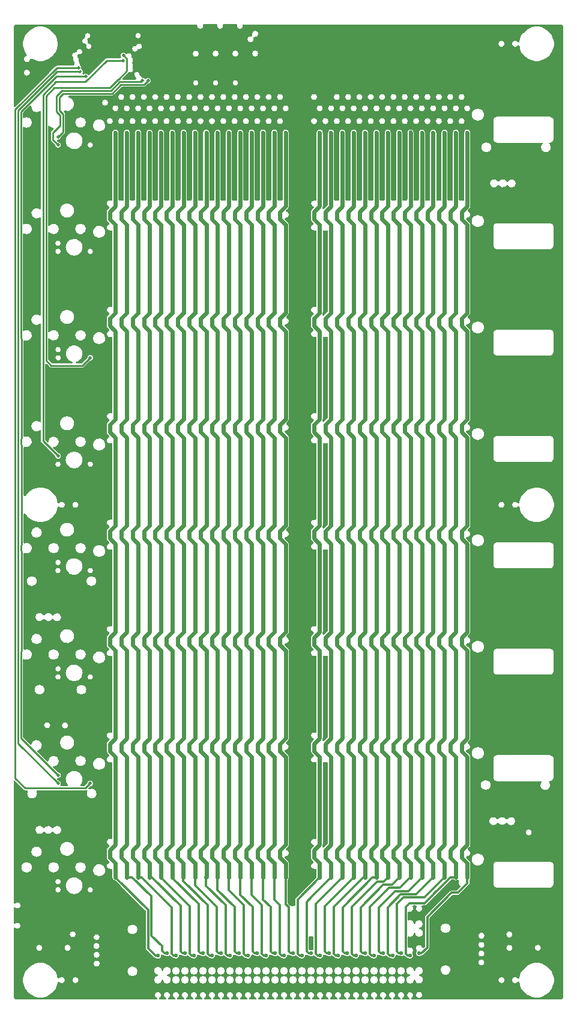
<source format=gbr>
*
%FSLAX26Y26*%
%MOIN*%
%ADD10C,0.019941*%
%ADD11C,0.019902*%
%ADD12C,0.019921*%
%ADD13C,0.021685*%
%ADD14C,0.019862*%
%ADD15C,0.011843*%
%ADD16C,0.013811*%
%ADD17C,0.010000*%
%ADD18C,0.020000*%
%ADD19C,0.001614*%
%ADD20C,0.001181*%
%ADD21C,0.010100*%
%IPPOS*%
%LNl5t.gbr*%
%LPD*%
%SRX1Y1I0J0*%
G01*
G75*
G36*
X10005Y520015D02*
G02X14470Y522939I3313J-188D01*
G02X18762Y520388I-621J-5932D01*
G03X17508Y543342I11762J12154D01*
G01X16681Y542782D01*
X15706Y542347D01*
X14696Y542098D01*
X14085Y542036D01*
G02X10010Y544897I-895J3058D01*
G01X10009Y619512D01*
X240871D01*
G03X270609Y619512I14869J0D01*
G01X304118D01*
G03X386348Y619512I41115J22580D01*
G01X419871D01*
G03X449609Y619512I14869J0D01*
G01X627417D01*
X741867Y504962D01*
G02X744735Y499612I-3068J-5089D01*
G01X744837Y399400D01*
X696154D01*
G03X641712Y399400I-27221J0D01*
G01X10006D01*
X10005Y407798D01*
G02X14059Y410722I3213J-182D01*
G02X18683Y408233I-352J-6193D01*
G01X19349Y407611D01*
G03X41471Y433177I11181J12679D01*
G03X17493Y431125I-10906J-13685D01*
G01X16661Y430565D01*
X15677Y430129D01*
X14639Y429881D01*
X13282Y429850D01*
G02X10010Y432680I-235J3034D01*
G01X10005Y520015D01*
G37*
G36*
Y1221622D02*
G02X14063Y1224546I3154J-100D01*
G02X17741Y1223053I-259J-5914D01*
G01X65777Y1175031D01*
G03X72220Y1172294I7224J8054D01*
G01X84584Y1172232D01*
X85138Y1172170D01*
X85768Y1171983D01*
X87059Y1171423D01*
G02X88227Y1166882I-1247J-2741D01*
G03X135264Y1167193I23609J-13596D01*
G02X137925Y1171983I2691J1639D01*
G01X138554Y1172170D01*
X139121Y1172232D01*
X408223Y1172294D01*
G03X413277Y1173725I55J9447D01*
G02X420574Y1171299I2457J-4798D01*
G02X419400Y1167691I-2981J-1025D01*
G01X417965Y1165078D01*
G03X457391Y1176088I24540J-11780D01*
G03X428596Y1176711I-14896J-22745D01*
G02X423998Y1179074I-1469J2796D01*
G02X425007Y1184922I5542J2055D01*
G01X433410Y1193319D01*
G02X434728Y1194003I1998J-2237D01*
G03X418573Y1210550I-177J15987D01*
G02X417334Y1208435I-3143J421D01*
G01X405036Y1196118D01*
G02X399695Y1194221I-4609J4509D01*
G01Y1194283D01*
X387078D01*
Y1194221D01*
X387029D01*
Y1194252D01*
X386841Y1194283D01*
X385150Y1194252D01*
G02X378579Y1198482I-1392J5056D01*
G02X380863Y1202152I4563J-294D01*
G01X386022Y1209492D01*
G03X353275Y1278851I-40777J23157D01*
G03X337494Y1278913I-8024J-33938D01*
G03X323287Y1274123I5318J-39237D01*
G01X322992Y1273999D01*
X315857Y1269271D01*
G03X311129Y1200473I29338J-36578D01*
G02X310640Y1195994I-2223J-2024D01*
G01X308718Y1194812D01*
X308012Y1194501D01*
X307490Y1194377D01*
X303999Y1194314D01*
Y1194283D01*
X302779D01*
Y1194346D01*
X276000D01*
Y1194314D01*
X275878Y1194283D01*
X274779Y1194314D01*
G02X268396Y1199664I-693J5656D01*
G02X269448Y1201903I3785J-412D01*
G01X269730Y1202401D01*
G03X256229Y1225977I-13995J7639D01*
G02X254213Y1227159I472J3116D01*
G01X251771Y1229585D01*
G02X251232Y1238915I3423J4878D01*
G02X254320Y1239475I2054J-2531D01*
G01X255058Y1239413D01*
Y1239382D01*
X255898D01*
Y1239444D01*
X256953D01*
Y1239413D01*
G03X256494Y1271262I-967J15914D01*
G02X253487Y1273439I1224J4856D01*
G01X228870Y1298010D01*
G02X227458Y1303235I4161J3928D01*
G02X229906Y1305350I2876J-855D01*
G01X232697Y1305412D01*
G03X242017Y1307527I-1712J29137D01*
G01X245610Y1309207D01*
X247606Y1310513D01*
G03X260303Y1334586I-16492J24084D01*
G01X351527D01*
G03X405376Y1318911I29206J0D01*
G01X450111D01*
G03X518355Y1318911I34122J0D01*
G01X557970D01*
X557954Y950762D01*
X274094D01*
G03X238028Y969382I-22840J-0D01*
G01X237392Y968885D01*
G03X232189Y963348I13800J-18180D01*
G02X221613Y963037I-5364J2440D01*
G03X187986Y969880I-19799J-11248D01*
G03X182655Y964157I11631J-16178D01*
G02X172127Y963722I-5378J2543D01*
G03X129894Y951771I-19426J-11950D01*
G01X10007D01*
X10005Y1221622D01*
G37*
G36*
X10006Y399400D02*
X641712D01*
G03X696154Y399400I27221J0D01*
G01X744837D01*
X744879Y357101D01*
X486949D01*
G03X462405Y372060I-16830J0D01*
G01X354252D01*
G03X320551Y372060I-16850J0D01*
G01X10008D01*
X10006Y399400D01*
G37*
G36*
X10007Y951771D02*
X129894D01*
G03X139233Y933366I22807J1D01*
G01X139750Y933055D01*
G03X165139Y932681I12973J18728D01*
G03X171751Y939213I-10981J17728D01*
G02X182338Y939959I5494J-2468D01*
G03X187955Y933801I17646J10455D01*
G01X188348Y933490D01*
X188959Y933117D01*
G03X213936Y932681I12824J18986D01*
G01X215011Y933366D01*
G03X220793Y939275I-13217J18717D01*
G02X231373Y939462I5337J-2555D01*
G03X236618Y933179I19872J11259D01*
G01X236982Y932930D01*
G03X248593Y928078I14270J17830D01*
G03X274094Y950762I2662J22684D01*
G01X557954D01*
X557952Y907613D01*
G02X549955Y901268I-5888J-791D01*
G03X526334Y885743I-6708J-15525D01*
G01X10007D01*
Y951771D01*
G37*
G36*
Y885743D02*
X526334D01*
G03X537450Y869855I16913J0D01*
G02X540956Y860026I-932J-5872D01*
G01X531710Y850882D01*
G03X528964Y847461I7924J-9173D01*
G03X528193Y846092I14423J-9024D01*
G01X344971D01*
G03X266895Y846092I-39038J0D01*
G01X161479D01*
G03X107404Y830697I-24846J-15396D01*
G01X10008D01*
X10007Y885743D01*
G37*
G36*
X10008Y372060D02*
X320551D01*
G03X345159Y357101I16851J0D01*
G01X453288D01*
G03X486949Y357101I16831J0D01*
G01X744879D01*
X744929Y307866D01*
X485987D01*
G03X452281Y307866I-16853J0D01*
G01X322125D01*
G03X292206Y297232I-13070J-10634D01*
G01X168424D01*
G03X134725Y297232I-16850J0D01*
G01X10012D01*
X10008Y372060D01*
G37*
G36*
Y830697D02*
X107404D01*
G03X165862Y830697I29229J0D01*
G01X270059D01*
G03X344971Y846092I35874J15396D01*
G01X528193D01*
G03X526411Y839561I15194J-7654D01*
G01X526603Y795520D01*
X527309Y792721D01*
X528638Y789797D01*
X530378Y787309D01*
X539482Y778227D01*
G02X537720Y767839I-3625J-4729D01*
G03X549099Y736177I5541J-15884D01*
G02X557952Y731263I2882J-5239D01*
G01X557953Y728308D01*
X518378D01*
G03X453947Y744077I-34145J0D01*
G01X409939D01*
G03X351527Y744077I-29206J0D01*
G01X260339D01*
G03X201927Y744077I-29206J0D01*
G01X110739D01*
G03X52327Y744077I-29206J0D01*
G01X10008D01*
Y830697D01*
G37*
G36*
Y744077D02*
X52327D01*
G03X110739Y744077I29206J0D01*
G01X201927D01*
G03X260339Y744077I29206J0D01*
G01X351527D01*
G03X405316Y728308I29206J0D01*
G01X450088D01*
G03X518378Y728308I34145J0D01*
G01X557953D01*
X557963Y687346D01*
G03X569835Y672852I16806J1657D01*
G01X573985Y671981D01*
G02X577977Y668996I-3021J-8202D01*
G01X604857Y642092D01*
X392140D01*
G03X304170Y664766I-46907J0D01*
G01X270906D01*
G03X241125Y664766I-14890J0D01*
G01X10009D01*
X10008Y744077D01*
G37*
G36*
X10009Y664766D02*
X241125D01*
G03X270906Y664766I14891J0D01*
G01X304170D01*
G03X298326Y642092I41063J-22674D01*
G01X10009D01*
Y664766D01*
G37*
G36*
Y642092D02*
X298326D01*
G03X304118Y619512I46907J-1D01*
G01X270609D01*
G03X240871Y619512I-14869J0D01*
G01X10009D01*
Y642092D01*
G37*
G36*
X10010Y4967093D02*
X10043Y5154516D01*
X65847D01*
G03X99508Y5154516I16831J0D01*
G01X206576D01*
X17515Y4965538D01*
X16690Y4964978D01*
X15719Y4964543D01*
X14722Y4964294D01*
X13799Y4964201D01*
G02X10010Y4967093I-623J3111D01*
G37*
G36*
X10012Y297232D02*
G01X134725D01*
G03X168424Y297232I16850J0D01*
G01X292206D01*
G03X325904Y297232I16849J0D01*
G01X456059D01*
G03X485987Y307866I13075J10634D01*
G01X744929D01*
X744946Y291164D01*
X745699Y288800D01*
X746198Y287929D01*
G03X748789Y284570I8743J4065D01*
G01X774911Y258662D01*
X486972D01*
G03X453264Y258662I-16854J0D01*
G01X10014D01*
X10012Y297232D01*
G37*
G36*
X10014Y258662D02*
X453264D01*
G03X486972Y258662I16854J0D01*
G01X774911D01*
X788740Y244946D01*
G03X794071Y242022I6957J6362D01*
G02X799585Y240716I709J-9300D01*
G03X803185Y238477I8988J10438D01*
G01X803921Y238103D01*
X805906Y237419D01*
X806927Y237170D01*
G03X817195Y238228I3457J16804D01*
G01X817775Y238539D01*
G03X822460Y241898I-4859J11724D01*
G01X823072Y242520D01*
X824366Y244137D01*
X825637Y246314D01*
X826404Y248243D01*
G03X827350Y253406I-12824J5018D01*
G02X837474Y259440I5899J1613D01*
G03X844832Y255459I8650J7198D01*
G02X849256Y254463I622J-7559D01*
G03X866938Y251788I10858J11997D01*
G03X871073Y254277I-5207J13330D01*
G02X879787Y254899I4661J-3951D01*
G01X887314Y247310D01*
G03X894694Y243142I9248J7758D01*
G02X899527Y242022I731J-7831D01*
G03X905330Y238912I9026J9873D01*
G03X915444Y238912I5057J13214D01*
G03X920734Y241649I-3253J12768D01*
G03X926005Y248616I-8675J12040D01*
G03X926893Y251540I-7962J4015D01*
G01X927028Y252100D01*
X927236Y253779D01*
G02X928607Y259066I7873J780D01*
G02X937760Y259191I4628J-3740D01*
G03X944754Y255459I8914J8286D01*
G02X949454Y254339I633J-7767D01*
G03X966938Y251788I10808J12882D01*
G03X971073Y254277I-5204J13326D01*
G02X979787Y254899I4661J-3951D01*
G01X987314Y247310D01*
G03X994694Y243142I9248J7758D01*
G02X999527Y242022I731J-7831D01*
G03X1005330Y238912I9026J9873D01*
G03X1015444Y238912I5057J13214D01*
G03X1020734Y241649I-3253J12768D01*
G03X1026005Y248616I-8675J12040D01*
G03X1026893Y251540I-7962J4015D01*
G01X1027028Y252100D01*
X1027236Y253779D01*
G02X1028607Y259066I7873J780D01*
G02X1037760Y259191I4628J-3740D01*
G03X1044754Y255459I8914J8286D01*
G02X1049454Y254339I633J-7767D01*
G03X1066938Y251788I10808J12882D01*
G03X1071073Y254277I-5204J13326D01*
G02X1079787Y254899I4661J-3951D01*
G01X1087314Y247310D01*
G03X1094694Y243142I9248J7758D01*
G02X1099527Y242022I731J-7831D01*
G03X1105330Y238912I9026J9873D01*
G03X1115444Y238912I5057J13214D01*
G03X1120734Y241649I-3253J12768D01*
G03X1126005Y248616I-8675J12040D01*
G03X1126893Y251540I-7962J4015D01*
G01X1127028Y252100D01*
X1127236Y253779D01*
G02X1128607Y259066I7873J780D01*
G02X1137760Y259191I4628J-3740D01*
G03X1144754Y255459I8914J8286D01*
G02X1149454Y254339I633J-7767D01*
G03X1166938Y251788I10808J12882D01*
G03X1171073Y254277I-5204J13326D01*
G02X1179787Y254899I4661J-3951D01*
G01X1187314Y247310D01*
G03X1194694Y243142I9248J7758D01*
G02X1199527Y242022I731J-7831D01*
G03X1205330Y238912I9026J9873D01*
G03X1215444Y238912I5057J13214D01*
G03X1220734Y241649I-3253J12768D01*
G03X1226005Y248616I-8506J11913D01*
G03X1226893Y251540I-7962J4015D01*
G01X1227028Y252100D01*
X1227236Y253779D01*
G02X1228607Y259066I7873J780D01*
G02X1237760Y259191I4628J-3740D01*
G03X1244754Y255459I8914J8286D01*
G02X1249454Y254339I633J-7767D01*
G03X1266938Y251788I10808J12882D01*
G03X1271073Y254277I-5204J13326D01*
G02X1279787Y254899I4661J-3951D01*
G01X1287706Y246874D01*
G03X1294854Y243142I8659J7873D01*
G02X1299419Y241774I561J-6430D01*
G03X1304403Y238850I8881J9429D01*
G03X1313913Y238103I5874J13873D01*
G01X1315635Y238539D01*
X1316208Y238788D01*
G03X1326116Y248492I-4905J14919D01*
G03X1327225Y254899I-11211J5240D01*
G02X1334283Y261119I5986J322D01*
G02X1337396Y259564I-745J-5386D01*
G03X1344754Y255459I9380J8166D01*
G02X1349357Y254401I648J-7723D01*
G03X1366938Y251788I10776J12055D01*
G03X1371073Y254277I-5204J13326D01*
G02X1379787Y254899I4661J-3951D01*
G01X1387314Y247310D01*
G03X1394694Y243142I9248J7758D01*
G02X1399527Y242022I731J-7831D01*
G03X1405330Y238912I9026J9873D01*
G03X1415444Y238912I5057J13214D01*
G03X1420734Y241649I-3253J12768D01*
G03X1426005Y248616I-8675J12040D01*
G03X1426893Y251540I-7962J4015D01*
G01X1427028Y252100D01*
X1427236Y253779D01*
G02X1428607Y259066I7873J780D01*
G02X1437760Y259191I4628J-3740D01*
G03X1444754Y255459I8914J8286D01*
G02X1449454Y254339I633J-7767D01*
G03X1466938Y251788I10808J12882D01*
G03X1471073Y254277I-5204J13326D01*
G02X1479787Y254899I4661J-3951D01*
G01X1487314Y247310D01*
G03X1494694Y243142I9248J7758D01*
G02X1499527Y242022I731J-7831D01*
G03X1505330Y238912I9026J9873D01*
G03X1515444Y238912I5057J13214D01*
G03X1520734Y241649I-3253J12768D01*
G03X1526005Y248616I-8675J12040D01*
G03X1526893Y251540I-7962J4015D01*
G01X1527028Y252100D01*
X1527236Y253779D01*
G02X1528607Y259066I7873J780D01*
G02X1537760Y259191I4628J-3740D01*
G03X1544754Y255459I8914J8286D01*
G02X1549454Y254339I633J-7767D01*
G03X1566938Y251788I10808J12882D01*
G03X1571073Y254277I-5204J13326D01*
G02X1579787Y254899I4661J-3951D01*
G01X1587314Y247310D01*
G03X1594694Y243142I9248J7758D01*
G02X1599527Y242022I731J-7831D01*
G03X1605330Y238912I9026J9873D01*
G03X1615444Y238912I5057J13214D01*
G03X1620734Y241649I-3253J12768D01*
G03X1626005Y248616I-8675J12040D01*
G03X1626893Y251540I-7962J4015D01*
G01X1627028Y252100D01*
X1627236Y253779D01*
G02X1628607Y259066I7873J780D01*
G02X1637760Y259191I4628J-3740D01*
G03X1644754Y255459I8914J8286D01*
G02X1649454Y254339I633J-7767D01*
G03X1666938Y251788I10808J12882D01*
G03X1671073Y254277I-5204J13326D01*
G02X1679787Y254899I4661J-3951D01*
G01X1687314Y247310D01*
G03X1694694Y243142I9248J7758D01*
G02X1699527Y242022I731J-7831D01*
G03X1705330Y238912I9026J9873D01*
G03X1715444Y238912I5057J13214D01*
G03X1720734Y241649I-3253J12768D01*
G03X1726005Y248616I-8675J12040D01*
G03X1726893Y251540I-7962J4015D01*
G01X1727028Y252100D01*
X1727236Y253779D01*
G02X1728607Y259066I7873J780D01*
G02X1737760Y259191I4628J-3740D01*
G03X1744754Y255459I8914J8286D01*
G02X1749454Y254339I633J-7767D01*
G03X1766938Y251788I10808J12882D01*
G03X1771073Y254277I-5204J13326D01*
G02X1779787Y254899I4661J-3951D01*
G01X1787314Y247310D01*
G03X1794694Y243142I9248J7758D01*
G02X1799527Y242022I731J-7831D01*
G03X1805330Y238912I9026J9873D01*
G03X1815444Y238912I5057J13214D01*
G03X1820734Y241649I-3253J12768D01*
G03X1826005Y248616I-8675J12040D01*
G03X1826893Y251540I-7962J4015D01*
G01X1827028Y252100D01*
X1827236Y253779D01*
G02X1828607Y259066I7873J780D01*
G02X1837760Y259191I4628J-3740D01*
G03X1844754Y255459I8914J8286D01*
G02X1849454Y254339I633J-7767D01*
G03X1866938Y251788I10808J12882D01*
G03X1871073Y254277I-5204J13326D01*
G02X1879787Y254899I4661J-3951D01*
G01X1887314Y247310D01*
G03X1894694Y243142I9248J7758D01*
G02X1899527Y242022I731J-7831D01*
G03X1905330Y238912I9026J9873D01*
G03X1915444Y238912I5057J13214D01*
G03X1920734Y241649I-3253J12768D01*
G03X1926005Y248616I-8675J12040D01*
G03X1926893Y251540I-7962J4015D01*
G01X1927028Y252100D01*
X1927236Y253779D01*
G02X1928607Y259066I7873J780D01*
G02X1937760Y259191I4628J-3740D01*
G03X1944754Y255459I8914J8286D01*
G02X1949454Y254339I633J-7767D01*
G03X1966938Y251788I10808J12882D01*
G03X1971073Y254277I-5204J13326D01*
G02X1979787Y254899I4661J-3951D01*
G01X1987314Y247310D01*
G03X1994694Y243142I9248J7758D01*
G02X1999527Y242022I731J-7831D01*
G03X2005330Y238912I9026J9873D01*
G03X2015444Y238912I5057J13214D01*
G03X2020990Y241836I-3202J12794D01*
G01X2021374Y242209D01*
G03X2024297Y245444I-7864J10044D01*
G01X2025033Y246563D01*
X2025979Y248554D01*
G03X2026893Y251540I-8204J4144D01*
G01X2027028Y252100D01*
X2027236Y253779D01*
G02X2028607Y259066I7873J780D01*
G02X2037760Y259191I4628J-3740D01*
G03X2044754Y255459I8914J8286D01*
G02X2049454Y254339I633J-7767D01*
G03X2066790Y251726I10737J12423D01*
G03X2071222Y254401I-6407J15625D01*
G02X2079791Y254899I4536J-4076D01*
G01X2088599Y246003D01*
G03X2096730Y243018I7785J8640D01*
G02X2101204Y242085I1182J-5526D01*
G03X2107042Y238912I9754J10988D01*
G03X2117112Y238850I5134J16075D01*
G03X2122735Y241774I-3368J13345D01*
G01X2123194Y242209D01*
G03X2127818Y248616I-9766J11921D01*
G01X2127994Y248989D01*
X2128337Y249985D01*
X2129001Y253219D01*
G02X2138242Y258569I6041J222D01*
G03X2144751Y255459I8749J9945D01*
G02X2149140Y254525I660J-7676D01*
G03X2166760Y251788I11071J13185D01*
G03X2171133Y254339I-5036J13656D01*
G02X2179816Y254837I4570J-3736D01*
G01X2187315Y247310D01*
G03X2193469Y243453I9098J7679D01*
G01X2194033Y243266D01*
X2194694Y243142D01*
G02X2200290Y241400I808J-7262D01*
G03X2205185Y238912I7967J9615D01*
G03X2215420Y238850I5194J12640D01*
G03X2224470Y264354I-5020J16139D01*
G02X2223940Y272565I4132J4389D01*
G03X2206275Y299126I-13547J10145D01*
G02X2197442Y304227I-2854J5257D01*
G01X2197531Y356852D01*
G02X2198989Y359900I4232J-151D01*
G02X2201807Y360460I1899J-2187D01*
G03X2222048Y362140I8600J19167D01*
G03X2229949Y371470I-10965J17296D01*
G01X2230633Y373150D01*
X2231526Y376820D01*
G02X2234289Y380739I3089J756D01*
G01X2235835Y380801D01*
G02X2239077Y378686I365J-2983D01*
G03X2273241Y397161I21347J1351D01*
G01X2272272Y397845D01*
X2268662Y399774D01*
X2266357Y400582D01*
X2262281Y401329D01*
G02X2259721Y404066I431J2969D01*
G01X2259711Y405683D01*
G02X2262014Y408607I3000J6D01*
G03X2273649Y413210I-830J19104D01*
G03X2273462Y446800I-13195J16722D01*
G03X2247699Y447049I-13043J-16565D01*
G01X2247292Y446676D01*
G03X2240945Y438527I11759J-15705D01*
G01X2240699Y438029D01*
X2239888Y435666D01*
X2239114Y431498D01*
G02X2236348Y429290I-2890J783D01*
G01X2234525D01*
G02X2231715Y431685I122J2990D01*
G03X2223854Y446489I-21241J-1790D01*
G03X2202080Y449600I-13391J-15967D01*
G02X2198183Y451217I-1131J2778D01*
G01X2197698Y452399D01*
X2197512Y453083D01*
X2197402Y493205D01*
G02X2205006Y498990I6051J-64D01*
G03X2225955Y521570I5410J15988D01*
G01X2225462Y522628D01*
G02X2231249Y533140I4630J4300D01*
G01X2241537Y533078D01*
G02X2246350Y524370I-321J-5862D01*
G03X2249323Y502287I14042J-9351D01*
G03X2255081Y498990I10366J11428D01*
G03X2265896Y499052I5318J15576D01*
G03X2271654Y502474I-3303J12113D01*
G03X2276120Y521073I-11241J12535D01*
G03X2275143Y523188I-8188J-2499D01*
G02X2279169Y533078I4530J3920D01*
G01X2291303Y533140D01*
X2292702Y533389D01*
X2294169Y533887D01*
X2296909Y535504D01*
X2297316Y535815D01*
X2436394Y674781D01*
G02X2441969Y677113I4955J-4015D01*
G01X2450738Y677082D01*
X2451783Y676896D01*
X2452656Y676585D01*
X2453674Y676025D01*
G03X2472450Y674034I10898J13241D01*
G02X2481693Y666507I4189J-4295D01*
G03X2486607Y643616I14366J-8889D01*
G02X2489002Y633725I-1944J-5706D01*
G01X2472308Y617055D01*
G02X2468678Y615372I-4196J4294D01*
G01X2443929Y615437D01*
G03X2433919Y612140I-1853J-11218D01*
G01X2296420Y474730D01*
G03X2294692Y472180I6312J-6138D01*
G03X2293579Y468199I7559J-4259D01*
G01X2293513Y306529D01*
G02X2291831Y301677I-6075J-612D01*
G01X2288045Y297944D01*
G02X2285112Y295581I-6282J4796D01*
G02X2277082Y299126I-2380J5475D01*
G03X2272249Y308333I-17141J-3126D01*
G03X2249078Y308830I-11843J-11731D01*
G03X2244485Y302050I8854J-10943D01*
G03X2243652Y298753I9161J-4069D01*
G03X2245174Y288863I14447J-2839D01*
G01X2245365Y288427D01*
X2246412Y286685D01*
G02X2247607Y278537I-3800J-4719D01*
G03X2270577Y253841I12744J-11177D01*
G02X2273356Y255210I4177J-4974D01*
G03X2282516Y258631I484J12677D01*
G01X2289431Y265561D01*
X2589098D01*
G03X2622792Y265561I16847J0D01*
G01X3060720D01*
Y216332D01*
X2622775D01*
G03X2589114Y216332I-16831J0D01*
G01X485506D01*
G03X453265Y209458I-15388J-6874D01*
G01X186716D01*
X185440Y209987D01*
X167075Y213657D01*
X147886D01*
X129521Y209987D01*
X112251Y202833D01*
X96516Y192321D01*
X83215Y179009D01*
X72783Y163396D01*
X65568Y145978D01*
X61898Y127503D01*
X10022D01*
X10014Y258662D01*
G37*
G36*
X10022Y127503D02*
X61898D01*
Y108718D01*
X65568Y90243D01*
X72782Y72825D01*
X83267Y57150D01*
X96516Y43900D01*
X112262Y33388D01*
X129519Y26234D01*
X135868Y24990D01*
X147572Y22626D01*
X167389D01*
X185441Y26234D01*
X202698Y33388D01*
X218445Y43900D01*
X231783Y57274D01*
X242178Y72825D01*
X249392Y90243D01*
X252275Y104737D01*
G02X263093Y107909I6057J-624D01*
G03X293443Y118111I13451J10229D01*
G01X335453D01*
G03X369114Y118111I16831J0D01*
G01X789183D01*
G03X796609Y103803I21247J1946D01*
G01X796887Y103617D01*
G03X823713Y103430I13528J16423D01*
G03X829916Y111455I-9506J13757D01*
G03X831493Y116680I-15652J7575D01*
G01X831656Y117924D01*
G02X834480Y120692I2981J-216D01*
G01X836384D01*
G02X839179Y118173I-162J-2990D01*
G03X840942Y111455I21654J2092D01*
G03X846873Y103617I17463J7051D01*
G03X857591Y98889I12681J14234D01*
G03X870231Y101066I2839J21297D01*
G01X873219Y102933D01*
X873782Y103430D01*
G03X879938Y111392I-9489J13697D01*
G03X881777Y120008I-19441J8654D01*
G01X889098D01*
G03X931768Y120008I21335J0D01*
G01X939098D01*
G03X981768Y120008I21335J0D01*
G01X989098D01*
G03X1031768Y120008I21335J0D01*
G01X1039098D01*
G03X1081768Y120008I21335J0D01*
G01X1089098D01*
G03X1131768Y120008I21335J0D01*
G01X1139098D01*
G03X1181768Y120008I21335J0D01*
G01X1189098D01*
G03X1231768Y120008I21335J0D01*
G01X1239098D01*
G03X1281768Y120008I21335J0D01*
G01X1289098D01*
G03X1331768Y120008I21335J0D01*
G01X1339098D01*
G03X1381768Y120008I21335J0D01*
G01X1389098D01*
G03X1431768Y120008I21335J0D01*
G01X1439098D01*
G03X1481768Y120008I21335J0D01*
G01X1489098D01*
G03X1531768Y120008I21335J0D01*
G01X1539098D01*
G03X1581768Y120008I21335J0D01*
G01X1589098D01*
G03X1631768Y120008I21335J0D01*
G01X1639098D01*
G03X1681768Y120008I21335J0D01*
G01X1689098D01*
G03X1731768Y120008I21335J0D01*
G01X1739098D01*
G03X1781768Y120008I21335J0D01*
G01X1789098D01*
G03X1831768Y120008I21335J0D01*
G01X1839098D01*
G03X1881768Y120008I21335J0D01*
G01X1889098D01*
G03X1931768Y120008I21335J0D01*
G01X1939098D01*
G03X1981768Y120008I21335J0D01*
G01X1989098D01*
G03X2031768Y120008I21335J0D01*
G01X2039098D01*
G03X2081768Y120008I21335J0D01*
G01X2089098D01*
G03X2131768Y120008I21335J0D01*
G01X2139098D01*
G03X2181768Y120008I21335J0D01*
G01X2189121D01*
G03X2190937Y111455I21304J54D01*
G03X2196887Y103617I17531J7131D01*
G03X2223713Y103430I13528J16423D01*
G03X2229916Y111455I-9506J13757D01*
G03X2231493Y116680I-15652J7575D01*
G01X2231656Y117924D01*
G02X2234480Y120692I2981J-216D01*
G01X2236384D01*
G02X2239179Y118173I-162J-2990D01*
G03X2240942Y111455I21654J2092D01*
G03X2246873Y103617I17463J7051D01*
G03X2257591Y98889I12681J14234D01*
G03X2281696Y118111I2852J21149D01*
G01X2700611D01*
G03X2734271Y118111I16830J0D01*
G01X2776286D01*
G03X2782265Y105234I16888J15D01*
G01X2783749Y104114D01*
X2783996Y103990D01*
G03X2801762Y103617I9171J13526D01*
G01X2802617Y104114D01*
X2804101Y105234D01*
X2804601Y105732D01*
G03X2806907Y108344I-6255J7846D01*
G02X2818070Y107287I5382J-2636D01*
G01X2821474Y90243D01*
X2828688Y72825D01*
X2839088Y57274D01*
X2852421Y43900D01*
X2863778Y36318D01*
X2277305D01*
G03X2272304Y48317I-16894J0D01*
G01X2271712Y48814D01*
G03X2267338Y51676I-8449J-8139D01*
G03X2255111Y52298I-6803J-13250D01*
G03X2243549Y36290I5300J-16008D01*
G01X2227259D01*
G03X2206187Y51365I-16827J-1256D01*
G03X2200211Y48441I2353J-12378D01*
G01X2199684Y48068D01*
G03X2204816Y19081I10739J-13046D01*
G02X2207443Y11305I-2419J-5149D01*
G02X2205618Y10123I-2433J1757D01*
G01X2197049Y10061D01*
Y10092D01*
X2173818D01*
X2173780Y10051D01*
X2165249Y10123D01*
G02X2162779Y14166I515J3091D01*
G02X2167539Y19703I5970J-318D01*
G01X2169279Y20636D01*
X2169948Y21133D01*
X2170477Y21444D01*
X2172233Y22937D01*
G03X2154816Y19081I-11811J12086D01*
G02X2157443Y11305I-2419J-5149D01*
G02X2155618Y10123I-2433J1757D01*
G01X2147049Y10061D01*
Y10092D01*
X2123818D01*
X2123780Y10051D01*
X2115249Y10123D01*
G02X2112779Y14166I515J3091D01*
G02X2117539Y19703I5970J-318D01*
G01X2119279Y20636D01*
X2119948Y21133D01*
X2120477Y21444D01*
X2122233Y22937D01*
G03X2104816Y19081I-11811J12086D01*
G02X2107443Y11305I-2419J-5149D01*
G02X2105618Y10123I-2433J1757D01*
G01X2097049Y10061D01*
Y10092D01*
X2073818D01*
X2073780Y10051D01*
X2065249Y10123D01*
G02X2062779Y14166I515J3091D01*
G02X2067539Y19703I5970J-318D01*
G01X2069279Y20636D01*
X2069948Y21133D01*
X2070477Y21444D01*
X2072233Y22937D01*
G03X2054816Y19081I-11811J12086D01*
G02X2057443Y11305I-2419J-5149D01*
G02X2055618Y10123I-2433J1757D01*
G01X2047049Y10061D01*
Y10092D01*
X2023818D01*
X2023780Y10051D01*
X2015249Y10123D01*
G02X2012779Y14166I515J3091D01*
G02X2017539Y19703I5970J-318D01*
G01X2019279Y20636D01*
X2019948Y21133D01*
X2020477Y21444D01*
X2022233Y22937D01*
G03X2004816Y19081I-11811J12086D01*
G02X2007443Y11305I-2419J-5149D01*
G02X2005618Y10123I-2433J1757D01*
G01X1997049Y10061D01*
Y10092D01*
X1973818D01*
X1973780Y10051D01*
X1965249Y10123D01*
G02X1962779Y14166I515J3091D01*
G02X1967539Y19703I5970J-318D01*
G01X1969279Y20636D01*
X1969948Y21133D01*
X1970477Y21444D01*
X1972233Y22937D01*
G03X1954816Y19081I-11811J12086D01*
G02X1957443Y11305I-2419J-5149D01*
G02X1955618Y10123I-2433J1757D01*
G01X1947049Y10061D01*
Y10092D01*
X1923818D01*
X1923780Y10051D01*
X1915249Y10123D01*
G02X1912779Y14166I515J3091D01*
G02X1917539Y19703I5970J-318D01*
G01X1919279Y20636D01*
X1919948Y21133D01*
X1920477Y21444D01*
X1922233Y22937D01*
G03X1904816Y19081I-11811J12086D01*
G02X1907443Y11305I-2419J-5149D01*
G02X1905618Y10123I-2433J1757D01*
G01X1897049Y10061D01*
Y10092D01*
X1873818D01*
X1873780Y10051D01*
X1865249Y10123D01*
G02X1862779Y14166I515J3091D01*
G02X1867539Y19703I5970J-318D01*
G01X1869279Y20636D01*
X1869948Y21133D01*
X1870477Y21444D01*
X1872233Y22937D01*
G03X1854816Y19081I-11811J12086D01*
G02X1857443Y11305I-2419J-5149D01*
G02X1855618Y10123I-2433J1757D01*
G01X1847049Y10061D01*
Y10092D01*
X1823818D01*
X1823780Y10051D01*
X1815249Y10123D01*
G02X1812779Y14166I515J3091D01*
G02X1817539Y19703I5970J-318D01*
G01X1819279Y20636D01*
X1819948Y21133D01*
X1820477Y21444D01*
X1822233Y22937D01*
G03X1804816Y19081I-11811J12086D01*
G02X1807443Y11305I-2419J-5149D01*
G02X1805618Y10123I-2433J1757D01*
G01X1797049Y10061D01*
Y10092D01*
X1773278D01*
X1773242Y10052D01*
X1764320Y10123D01*
G02X1761842Y14166I511J3094D01*
G02X1766597Y19640I5938J-356D01*
G01X1768893Y20760D01*
G03X1765438Y51489I-8292J14626D01*
G03X1755124Y51427I-5077J-13320D01*
G03X1749774Y48503I3121J-12067D01*
G03X1755857Y19018I10605J-13182D01*
G02X1758362Y11305I-2536J-5087D01*
G02X1756537Y10123I-2432J1755D01*
G01X1747478Y10061D01*
Y10092D01*
X1723818D01*
X1723780Y10051D01*
X1715249Y10123D01*
G02X1712779Y14166I515J3091D01*
G02X1717539Y19703I5970J-318D01*
G01X1719279Y20636D01*
X1719948Y21133D01*
X1720477Y21444D01*
X1722233Y22937D01*
G03X1704816Y19081I-11811J12086D01*
G02X1707443Y11305I-2419J-5149D01*
G02X1705618Y10123I-2433J1757D01*
G01X1697049Y10061D01*
Y10092D01*
X1673818D01*
X1673780Y10051D01*
X1665249Y10123D01*
G02X1662779Y14166I515J3091D01*
G02X1667539Y19703I5970J-318D01*
G01X1669279Y20636D01*
X1669948Y21133D01*
X1670477Y21444D01*
X1672233Y22937D01*
G03X1654816Y19081I-11811J12086D01*
G02X1657443Y11305I-2419J-5149D01*
G02X1655618Y10123I-2433J1757D01*
G01X1647049Y10061D01*
Y10092D01*
X1623818D01*
X1623780Y10051D01*
X1615249Y10123D01*
G02X1612779Y14166I515J3091D01*
G02X1617539Y19703I5970J-318D01*
G01X1619279Y20636D01*
X1619948Y21133D01*
X1620477Y21444D01*
X1622233Y22937D01*
G03X1604816Y19081I-11811J12086D01*
G02X1607443Y11305I-2419J-5149D01*
G02X1605618Y10123I-2433J1757D01*
G01X1597049Y10061D01*
Y10092D01*
X1573818D01*
X1573780Y10051D01*
X1565249Y10123D01*
G02X1562779Y14166I515J3091D01*
G02X1567539Y19703I5970J-318D01*
G01X1569279Y20636D01*
X1569948Y21133D01*
X1570477Y21444D01*
X1572233Y22937D01*
G03X1554816Y19081I-11811J12086D01*
G02X1557443Y11305I-2419J-5149D01*
G02X1555618Y10123I-2433J1757D01*
G01X1547049Y10061D01*
Y10092D01*
X1523818D01*
X1523780Y10051D01*
X1515249Y10123D01*
G02X1512779Y14166I515J3091D01*
G02X1517539Y19703I5970J-318D01*
G01X1519279Y20636D01*
X1519948Y21133D01*
X1520477Y21444D01*
X1522233Y22937D01*
G03X1504816Y19081I-11811J12086D01*
G02X1507443Y11305I-2419J-5149D01*
G02X1505618Y10123I-2433J1757D01*
G01X1497049Y10061D01*
Y10092D01*
X1473818D01*
X1473780Y10051D01*
X1465249Y10123D01*
G02X1462779Y14166I515J3091D01*
G02X1467539Y19703I5970J-318D01*
G01X1469279Y20636D01*
X1469948Y21133D01*
X1470477Y21444D01*
X1472233Y22937D01*
G03X1454816Y19081I-11811J12086D01*
G02X1457443Y11305I-2419J-5149D01*
G02X1455618Y10123I-2433J1757D01*
G01X1447049Y10061D01*
Y10092D01*
X1423818D01*
X1423780Y10051D01*
X1415249Y10123D01*
G02X1412779Y14166I515J3091D01*
G02X1417539Y19703I5970J-318D01*
G01X1419279Y20636D01*
X1419948Y21133D01*
X1420477Y21444D01*
X1422233Y22937D01*
G03X1404816Y19081I-11811J12086D01*
G02X1407443Y11305I-2419J-5149D01*
G02X1405618Y10123I-2433J1757D01*
G01X1397049Y10061D01*
Y10092D01*
X1373818D01*
X1373780Y10051D01*
X1365249Y10123D01*
G02X1362779Y14166I515J3091D01*
G02X1367539Y19703I5970J-318D01*
G01X1369279Y20636D01*
X1369948Y21133D01*
X1370477Y21444D01*
X1372233Y22937D01*
G03X1354816Y19081I-11811J12086D01*
G02X1357443Y11305I-2419J-5149D01*
G02X1355618Y10123I-2433J1757D01*
G01X1347049Y10061D01*
Y10092D01*
X1323818D01*
X1323780Y10051D01*
X1315249Y10123D01*
G02X1312779Y14166I515J3091D01*
G02X1317539Y19703I5970J-318D01*
G01X1319279Y20636D01*
X1319948Y21133D01*
X1320477Y21444D01*
X1322233Y22937D01*
G03X1304816Y19081I-11811J12086D01*
G02X1307443Y11305I-2419J-5149D01*
G02X1305618Y10123I-2433J1757D01*
G01X1297049Y10061D01*
Y10092D01*
X1273818D01*
X1273780Y10051D01*
X1265249Y10123D01*
G02X1262779Y14166I515J3091D01*
G02X1267539Y19703I5970J-318D01*
G01X1269279Y20636D01*
X1269948Y21133D01*
X1270477Y21444D01*
X1272233Y22937D01*
G03X1254816Y19081I-11811J12086D01*
G02X1257443Y11305I-2419J-5149D01*
G02X1255618Y10123I-2433J1757D01*
G01X1247049Y10061D01*
Y10092D01*
X1223818D01*
X1223780Y10051D01*
X1215249Y10123D01*
G02X1212779Y14166I515J3091D01*
G02X1217539Y19703I5970J-318D01*
G01X1219279Y20636D01*
X1219948Y21133D01*
X1220477Y21444D01*
X1222233Y22937D01*
G03X1204816Y19081I-11811J12086D01*
G02X1207443Y11305I-2419J-5149D01*
G02X1205618Y10123I-2433J1757D01*
G01X1197049Y10061D01*
Y10092D01*
X1173818D01*
X1173780Y10051D01*
X1165249Y10123D01*
G02X1162779Y14166I515J3091D01*
G02X1167539Y19703I5970J-318D01*
G01X1169279Y20636D01*
X1169948Y21133D01*
X1170477Y21444D01*
X1172233Y22937D01*
G03X1154816Y19081I-11811J12086D01*
G02X1157443Y11305I-2419J-5149D01*
G02X1155618Y10123I-2433J1757D01*
G01X1147049Y10061D01*
Y10092D01*
X1123818D01*
X1123780Y10051D01*
X1115249Y10123D01*
G02X1112779Y14166I515J3091D01*
G02X1117539Y19703I5970J-318D01*
G01X1119279Y20636D01*
X1119948Y21133D01*
X1120477Y21444D01*
X1122233Y22937D01*
G03X1104816Y19081I-11811J12086D01*
G02X1107443Y11305I-2419J-5149D01*
G02X1105618Y10123I-2433J1757D01*
G01X1097049Y10061D01*
Y10092D01*
X1073818D01*
X1073780Y10051D01*
X1065249Y10123D01*
G02X1062779Y14166I515J3091D01*
G02X1067539Y19703I5970J-318D01*
G01X1069279Y20636D01*
X1069948Y21133D01*
X1070477Y21444D01*
X1072233Y22937D01*
G03X1054816Y19081I-11811J12086D01*
G02X1057443Y11305I-2419J-5149D01*
G02X1055618Y10123I-2433J1757D01*
G01X1047049Y10061D01*
Y10092D01*
X1023818D01*
X1023780Y10051D01*
X1015249Y10123D01*
G02X1012779Y14166I515J3091D01*
G02X1017539Y19703I5970J-318D01*
G01X1019279Y20636D01*
X1019948Y21133D01*
X1020477Y21444D01*
X1022233Y22937D01*
G03X1004816Y19081I-11811J12086D01*
G02X1007443Y11305I-2419J-5149D01*
G02X1005618Y10123I-2433J1757D01*
G01X997049Y10061D01*
Y10092D01*
X973818D01*
X973780Y10051D01*
X965249Y10123D01*
G02X962779Y14166I515J3091D01*
G02X967539Y19703I5970J-318D01*
G01X969279Y20636D01*
X969948Y21133D01*
X970477Y21444D01*
X972233Y22937D01*
G03X954816Y19081I-11811J12086D01*
G02X957443Y11305I-2419J-5149D01*
G02X955618Y10123I-2433J1757D01*
G01X947049Y10061D01*
Y10092D01*
X923818D01*
X923780Y10051D01*
X915249Y10123D01*
G02X912779Y14166I515J3091D01*
G02X917539Y19703I5970J-318D01*
G01X919279Y20636D01*
X919948Y21133D01*
X920477Y21444D01*
X922233Y22937D01*
G03X904816Y19081I-11811J12086D01*
G02X907443Y11305I-2419J-5149D01*
G02X905618Y10123I-2433J1757D01*
G01X897049Y10061D01*
Y10092D01*
X873818D01*
X873780Y10051D01*
X865249Y10123D01*
G02X862779Y14166I515J3091D01*
G02X867539Y19703I5970J-318D01*
G01X869279Y20636D01*
X869948Y21133D01*
X870477Y21444D01*
X872233Y22937D01*
G03X854816Y19081I-11811J12086D01*
G02X857443Y11305I-2419J-5149D01*
G02X855618Y10123I-2433J1757D01*
G01X847049Y10061D01*
Y10092D01*
X823818D01*
X823780Y10051D01*
X815249Y10123D01*
G02X812779Y14166I515J3091D01*
G02X817539Y19703I5970J-318D01*
G01X819279Y20636D01*
X819948Y21133D01*
X820477Y21444D01*
X822233Y22937D01*
G03X804816Y19081I-11811J12086D01*
G02X807443Y11305I-2419J-5149D01*
G02X805618Y10123I-2433J1757D01*
G01X21794D01*
X20210Y10434D01*
G02X10028Y22626I3527J13293D01*
G01X10022Y127503D01*
G37*
G36*
X10043Y5154516D02*
X10069Y5305549D01*
X61900D01*
X65573Y5287074D01*
X72795Y5269657D01*
X81691Y5256345D01*
G02X78463Y5246579I-4581J-3902D01*
G03X70891Y5242349I2388J-13167D01*
G03X71395Y5217716I11799J-12080D01*
G03X73392Y5216161I5596J5127D01*
G03X76628Y5214481I6941J9413D01*
G01X77245Y5214233D01*
X79023Y5213735D01*
X79999Y5213548D01*
G03X88581Y5214419I2640J16706D01*
G03X92082Y5216223I-3337J10776D01*
G01X92505Y5216472D01*
X94120Y5217840D01*
G03X95581Y5219333I-4120J5494D01*
G03X97539Y5222195I-7005J6893D01*
G03X98705Y5224870I-7782J4984D01*
G03X99392Y5227731I-8702J3602D01*
G02X108369Y5232832I5946J-15D01*
G01X112181Y5230281D01*
X129566Y5223066D01*
X147666Y5219458D01*
X167295D01*
X185395Y5223066D01*
X202781Y5230281D01*
X218426Y5240732D01*
X231733Y5254044D01*
X242271Y5269906D01*
X249387Y5287074D01*
X253061Y5305549D01*
X412096D01*
G03X415087Y5290807I14087J-4816D01*
G03X423921Y5285955I10790J9177D01*
G01X426813Y5285799D01*
X429431Y5286141D01*
X431176Y5286717D01*
X667242D01*
G03X671751Y5276064I14838J-0D01*
G03X677891Y5272456I8542J7509D01*
G01X678581Y5272207D01*
X679800Y5271959D01*
X682179Y5271755D01*
X683582Y5271834D01*
X685777Y5272207D01*
X686279Y5272394D01*
G03X692565Y5276002I-2931J12387D01*
G03X695227Y5279485I-6286J7563D01*
G01X695973Y5280978D01*
G02X699114Y5285395I8016J-2375D01*
G02X701221Y5285519I1218J-2731D01*
G01X702317Y5285208D01*
G03X714516Y5287137I4088J13683D01*
G01X716614Y5288692D01*
X717097Y5289189D01*
G03X718547Y5290744I-4219J5387D01*
G03X721922Y5298831I-9864J8864D01*
G03X722036Y5300730I-15802J1901D01*
G01X2708435D01*
G03X2734293Y5314952I9006J14243D01*
G01X2776326D01*
G03X2804970Y5302874I16868J0D01*
G01X2806764Y5304927D01*
G02X2818135Y5303870I5508J-2442D01*
G01X2821442Y5287261D01*
X2828701Y5269657D01*
X2834312Y5261259D01*
X1367263D01*
G03X1333603Y5261259I-16830J0D01*
G01X1257252D01*
G03X1223603Y5260637I-16819J-622D01*
G01X1147263D01*
G03X1113603Y5260637I-16830J0D01*
G01X1037268D01*
G03X1003586Y5259991I-16835J-647D01*
G01X658548D01*
G03X639086Y5258771I-9026J-11856D01*
G01X638263Y5258211D01*
X637297Y5257776D01*
G02X632050Y5259518I-1870J3142D01*
G01X631349Y5260451D01*
G03X623141Y5266049I-11598J-8189D01*
G03X614120Y5265987I-4422J-12879D01*
G03X603444Y5255163I4103J-14724D01*
G03X603095Y5247885I13762J-4307D01*
G03X603683Y5245646I7812J855D01*
G03X605082Y5242598I9842J2672D01*
G01X605208Y5242349D01*
X606508Y5240545D01*
G02X607072Y5238430I-2418J-1778D01*
G02X602243Y5233640I-5821J1040D01*
G01X526218Y5233578D01*
G03X517685Y5229473I-26J-10868D01*
G01X429999Y5141826D01*
G02X427993Y5140644I-3781J4124D01*
G02X422735Y5142324I-1955J2949D01*
G01X421912Y5143444D01*
G03X420036Y5145496I-7500J-4974D01*
G03X398324Y5145248I-10724J-11668D01*
G02X391444Y5147736I-2208J4651D01*
G02X391885Y5152090I2457J1950D01*
G01X392897Y5154329D01*
G03X385856Y5173613I-14969J5462D01*
G02X385008Y5178154I1648J2657D01*
G03X377509Y5195758I-15466J3811D01*
G02X376402Y5196877I1504J2594D01*
G02X376384Y5201045I4909J2105D01*
G03X370958Y5216410I-14752J3431D01*
G02X369811Y5223625I4109J4352D01*
G01X369940Y5224310D01*
G03X370066Y5229659I-10515J2924D01*
G03X369553Y5231837I-7453J-606D01*
G03X367410Y5236066I-10390J-2607D01*
G03X364589Y5239052I-9412J-6067D01*
G02X363326Y5247325I3701J4798D01*
G01X363613Y5248383D01*
G03X363932Y5251929I-7469J2459D01*
G02X372259Y5257340I5974J-81D01*
G03X379755Y5257589I3338J12455D01*
G03X385863Y5261197I-2815J11739D01*
G03X390000Y5268475I-8842J9841D01*
G03X386649Y5281725I-14504J3381D01*
G01X386181Y5282285D01*
G03X360550Y5271523I-10704J-10410D01*
G02X351988Y5266422I-5978J299D01*
G03X344944Y5266111I-2899J-14255D01*
G03X341371Y5264556I2201J-9939D01*
G03X338554Y5262379I4944J-9309D01*
G03X334223Y5253359I9339J-10034D01*
G03X336874Y5243158I13313J-1985D01*
G01X337025Y5242909D01*
X338787Y5240918D01*
X340122Y5239799D01*
G02X341104Y5231712I-4030J-4593D01*
G01X340661Y5229908D01*
X340610Y5229411D01*
G03X340756Y5224248I11973J-2245D01*
G03X341572Y5221573I8533J1141D01*
G03X343092Y5218774I8596J2856D01*
G01X343758Y5217840D01*
X345352Y5216161D01*
G02X347393Y5208323I-3354J-5058D01*
G01X347246Y5207577D01*
G03X347261Y5201294I11346J-3114D01*
G02X342743Y5193083I-5511J-2316D01*
G01X249521Y5193021D01*
G03X240991Y5188915I-86J-10734D01*
G01X206576Y5154516D01*
X99508D01*
G03X65847Y5154516I-16830J0D01*
G01X10043D01*
G37*
G36*
X10069Y5305549D02*
X10088Y5411235D01*
X10709Y5413785D01*
X11431Y5415527D01*
X12365Y5417144D01*
X13877Y5419011D01*
X16208Y5420877D01*
X18624Y5422121D01*
X21518Y5422929D01*
X1026406Y5422992D01*
G02X1028584Y5421250I-568J-2943D01*
G02X1028707Y5416958I-5866J-2316D01*
G01X1028676Y5416460D01*
G03X1028946Y5411608I12661J-1729D01*
G03X1029723Y5408933I9221J1228D01*
G03X1032918Y5403708I13002J4361D01*
G01X1033656Y5402900D01*
G03X1061950Y5418326I11811J11997D01*
G02X1062029Y5420628I9547J825D01*
G02X1064969Y5423054I2979J-616D01*
G01X1135837D01*
G02X1138838Y5419819I0J-3009D01*
G01X1138831Y5417766D01*
X1138798Y5417455D01*
X1138716Y5417082D01*
G03X1144100Y5402526I16404J-2206D01*
G03X1171950Y5418326I11384J12380D01*
G02X1172029Y5420628I9547J825D01*
G02X1174969Y5423054I2979J-616D01*
G01X1245837D01*
G02X1248838Y5419819I0J-3009D01*
G01X1248831Y5417766D01*
X1248798Y5417455D01*
X1248716Y5417082D01*
G03X1254100Y5402526I16404J-2206D01*
G03X1281950Y5418326I11387J12374D01*
G02X1282029Y5420628I9547J825D01*
G02X1284401Y5422992I2941J-578D01*
G01X3049348Y5422929D01*
G02X3057302Y5418637I-2559J-14259D01*
G02X3060463Y5412728I-9265J-8756D01*
G01X3060789Y5411111D01*
X3060788Y5305549D01*
X3008966D01*
X3008964Y5324397D01*
X3005282Y5342872D01*
X2998094Y5360227D01*
X2987618Y5375903D01*
X2974301Y5389214D01*
X2958661Y5399665D01*
X2941213Y5406881D01*
X2923075Y5410488D01*
X2903696D01*
X2885559Y5406881D01*
X2868111Y5399665D01*
X2852470Y5389214D01*
X2839153Y5375903D01*
X2835234Y5370038D01*
X1367361D01*
G03X1340850Y5383927I-16894J-0D01*
G01X1339617Y5382994D01*
X1339379Y5382745D01*
G03X1333998Y5373663I9218J-11597D01*
G03X1334043Y5366199I12519J-3657D01*
G01X1334154Y5365639D01*
X1334422Y5364830D01*
G02X1334962Y5360009I-5169J-3020D01*
G01X715302D01*
G03X685564Y5360009I-14869J0D01*
G01X435281D01*
G03X406219Y5355375I-14904J22D01*
G03X406923Y5353633I6319J1540D01*
G02X403238Y5344738I-5050J-3119D01*
G03X390494Y5329959I2198J-14780D01*
G01X251950D01*
X249426Y5342623D01*
X242188Y5360227D01*
X231713Y5375903D01*
X218396Y5389214D01*
X202756Y5399665D01*
X185307Y5406881D01*
X167170Y5410488D01*
X147791D01*
X129653Y5406881D01*
X112205Y5399665D01*
X96565Y5389214D01*
X83248Y5375903D01*
X72772Y5360227D01*
X65565Y5342810D01*
X61902Y5324397D01*
X61900Y5305549D01*
X10069D01*
G37*
G36*
X60802Y4929770D02*
G02X63582Y4935058I6545J-66D01*
G01X100107Y4971696D01*
G02X107170Y4971945I3675J-3943D01*
G02X107880Y4970017I-2293J-1939D01*
G03X155286Y4942149I28738J-5368D01*
G02X159770Y4941340I1881J-2408D01*
G02X161080Y4935244I-6991J-4691D01*
G01X161054Y4400222D01*
X160784Y4399288D01*
X159796Y4397298D01*
G02X155485Y4396303I-2619J1511D01*
G03X120473Y4398293I-18841J-22493D01*
G03X155493Y4351640I16164J-24337D01*
G02X159958Y4350520I1763J-2431D01*
G01X160967Y4348032D01*
X161039Y4347721D01*
X161077Y4347410D01*
X161068Y3809899D01*
X161021Y3809588D01*
X160806Y3808903D01*
X159841Y3806788D01*
G02X155288Y3805980I-2616J1511D01*
G03X155482Y3761192I-18657J-22475D01*
G02X159838Y3760197I1712J-2538D01*
G01X160862Y3758082D01*
X160963Y3757771D01*
X161028Y3757460D01*
X161056Y3219203D01*
X160762Y3218207D01*
X159800Y3216217D01*
G02X155484Y3215222I-2619J1504D01*
G03X155509Y3170559I-18875J-22342D01*
G02X159930Y3169501I1746J-2470D01*
G01X160960Y3167137D01*
X161032Y3166826D01*
X161069Y3166515D01*
X161271Y3108727D01*
X161942Y3106550D01*
X162869Y3104808D01*
X239489Y3027861D01*
G02X240081Y3026430I-2384J-1824D01*
G03X256416Y3042977I15965J576D01*
G02X254534Y3044034I433J2975D01*
G01X228870Y3069663D01*
G02X227463Y3074950I4162J3938D01*
G02X229902Y3077065I2877J-854D01*
G01X232668Y3077127D01*
G03X241871Y3079180I-1671J29143D01*
G01X245386Y3080797D01*
X247603Y3082228D01*
G03X260302Y3106301I-16490J24085D01*
G01X351527D01*
G03X405356Y3090594I29206J0D01*
G01X450088D01*
G03X518379Y3090594I34146J0D01*
G01X557970D01*
X557966Y3004285D01*
X392163D01*
G03X298303Y3004285I-46930J0D01*
G01X64798D01*
X64800Y3075759D01*
X64852Y3076070D01*
X65408Y3077998D01*
G02X70399Y3079304I2935J-1026D01*
G01X71870Y3078744D01*
X72567Y3078558D01*
G03X98099Y3082290I9100J26943D01*
G03X69135Y3132863I-16574J24088D01*
G02X64899Y3135911I-1103J2934D01*
G01X64852Y3136222D01*
X64800Y3666330D01*
X64852Y3666641D01*
X65408Y3668570D01*
G02X70244Y3669938I2903J-1032D01*
G01X71862Y3669316D01*
G03X97224Y3672240I9671J27569D01*
G01X97989Y3672800D01*
G03X65888Y3721568I-16468J24109D01*
G02X62629Y3721825I-1421J2774D01*
G02X60845Y3725425I3113J3785D01*
G01X60817Y4258333D01*
X60848Y4258644D01*
X61000Y4259266D01*
X61714Y4261256D01*
G02X65690Y4262811I2742J-1151D01*
G01X69751Y4260696D01*
G03X65832Y4312140I11775J26768D01*
G02X62399Y4312575I-1408J2654D01*
G02X60893Y4315623I4127J3935D01*
G01X60832Y4849091D01*
X60990Y4850086D01*
X61838Y4852014D01*
G02X65960Y4853321I2719J-1423D01*
G03X65899Y4902774I15540J24746D01*
G02X61633Y4904204I-1503J2593D01*
G01X60977Y4905822D01*
X60902Y4906133D01*
X60862Y4906444D01*
X60802Y4929770D01*
G37*
G36*
X60811Y1895984D02*
X60969Y1896979D01*
X61778Y1899094D01*
G02X66345Y1900276I2756J-1236D01*
G01X68613Y1899032D01*
G03X98426Y1901396I12966J25651D01*
G03X110775Y1925220I-16892J23869D01*
G01X201927D01*
G03X260339Y1925220I29206J0D01*
G01X351527D01*
G03X405296Y1909420I29206J0D01*
G01X450111D01*
G03X518355Y1909420I34122J0D01*
G01X557934D01*
X557939Y1823204D01*
X392163D01*
G03X304144Y1845878I-46930J0D01*
G01X270884D01*
G03X241147Y1845878I-14868J0D01*
G01X60813D01*
X60811Y1895984D01*
G37*
G36*
X60813Y1845878D02*
X241147D01*
G03X270884Y1845878I14869J0D01*
G01X304144D01*
G03X298303Y1823204I41089J-22674D01*
G01X60814D01*
X60813Y1845878D01*
G37*
G36*
X60814Y1823204D02*
X298303D01*
G03X304110Y1800593I46930J1D01*
G01X270609D01*
G03X240871Y1800593I-14869J0D01*
G01X60815D01*
X60814Y1823204D01*
G37*
G36*
X60815Y1800593D02*
X240871D01*
G03X270609Y1800593I14869J0D01*
G01X304110D01*
G03X386356Y1800593I41123J22611D01*
G01X419871D01*
G03X449609Y1800593I14869J0D01*
G01X557941D01*
X557945Y1730115D01*
X412778D01*
G03X358288Y1730115I-27245J0D01*
G01X180578D01*
G03X126088Y1730115I-27245J0D01*
G01X60819D01*
X60815Y1800593D01*
G37*
G36*
X60819Y1730115D02*
X126088D01*
G03X180578Y1730115I27245J0D01*
G01X358288D01*
G03X412778Y1730115I27245J0D01*
G01X557945D01*
X557956Y1531993D01*
X311286D01*
G03X277609Y1532988I-16853J0D01*
G01X212285D01*
G03X178581Y1532988I-16852J0D01*
G01X60827D01*
X60819Y1730115D01*
G37*
G36*
X60827Y1532988D02*
X178581D01*
G03X212256Y1531993I16852J0D01*
G01X277580D01*
G03X311286Y1531993I16853J0D01*
G01X557956D01*
X557958Y1498185D01*
G02X549793Y1491902I-5911J-765D01*
G03X537398Y1460426I-6532J-15606D01*
G02X540919Y1450536I-883J-5886D01*
G01X531797Y1441516D01*
G03X528939Y1437970I7830J-9235D01*
G03X528113Y1436602I8597J-6124D01*
G01X344971D01*
G03X266895Y1436602I-39038J0D01*
G01X161611D01*
G03X107794Y1426463I-24994J-15231D01*
G02X105474Y1424286I-2837J698D01*
G02X99286Y1427644I532J8360D01*
G01X62665Y1464221D01*
G02X60830Y1468637I4049J4272D01*
G01X60827Y1532988D01*
G37*
G36*
X64715Y2808749D02*
G02X64792Y2809709I5976J3D01*
G01X64798Y2981674D01*
X240871D01*
G03X270609Y2981674I14869J0D01*
G01X304110D01*
G03X386356Y2981674I41123J22611D01*
G01X419871D01*
G03X449609Y2981674I14869J0D01*
G01X557965D01*
X557953Y2755902D01*
X369114D01*
G03X335453Y2755902I-16831J0D01*
G01X293358D01*
G03X263144Y2766166I-16862J-34D01*
G02X252276Y2769276I-4898J3429D01*
G01X249393Y2783770D01*
X242180Y2801187D01*
X231698Y2816863D01*
X218373Y2830174D01*
X202719Y2840625D01*
X185449Y2847778D01*
X167094Y2851448D01*
X147866D01*
X129511Y2847778D01*
X112241Y2840625D01*
X96587Y2830174D01*
X83263Y2816863D01*
X75847Y2805728D01*
G02X70691Y2802773I-5156J3021D01*
G02X64715Y2808749I-0J5976D01*
G37*
G36*
X64754Y2703070D02*
G02X76130Y2705578I5964J0D01*
G01X83218Y2695003D01*
X96520Y2681692D01*
X112272Y2671179D01*
X129529Y2664025D01*
X133798Y2663217D01*
X134200Y2663092D01*
X147591Y2660418D01*
X167369D01*
X185431Y2664025D01*
X202689Y2671179D01*
X218441Y2681692D01*
X231743Y2695003D01*
X242175Y2710617D01*
X249392Y2728034D01*
X252552Y2743834D01*
G02X263696Y2744892I5773J-1593D01*
G03X293358Y2755902I12800J10976D01*
G01X335453D01*
G03X369114Y2755902I16831J0D01*
G01X557953D01*
X557948Y2679266D01*
G02X548879Y2673356I-5936J-805D01*
G03X537452Y2641507I-5608J-15962D01*
G02X540955Y2631679I-934J-5871D01*
G01X531709Y2622535D01*
G03X528963Y2619114I7924J-9173D01*
G03X528177Y2617714I14425J-9020D01*
G01X344994D01*
G03X266872Y2617714I-39061J0D01*
G01X161490D01*
G03X107427Y2602381I-24857J-15333D01*
G01X64843D01*
X64759Y2702841D01*
G02X64754Y2703070I5960J243D01*
G37*
G36*
X64786Y2485063D02*
G01X64892Y2485747D01*
X65309Y2487302D01*
G02X69063Y2489230I2859J-948D01*
G01X71860Y2488111D01*
G03X97226Y2491034I9674J27572D01*
G01X97990Y2491594D01*
G03X110719Y2515698I-16465J24108D01*
G01X201904D01*
G03X260362Y2515698I29229J0D01*
G01X351504D01*
G03X405384Y2499992I29229J1D01*
G01X450111D01*
G03X518355Y2499992I34122J0D01*
G01X557935D01*
X557940Y2413807D01*
X392140D01*
G03X304136Y2436418I-46907J-0D01*
G01X270906D01*
G03X241125Y2436418I-14890J0D01*
G01X64788D01*
X64786Y2485063D01*
G37*
G36*
X64788Y2436418D02*
X241125D01*
G03X270906Y2436418I14891J0D01*
G01X304136D01*
G03X298326Y2413807I41098J-22612D01*
G01X64790D01*
X64788Y2436418D01*
G37*
G36*
X64790Y2413807D02*
X298326D01*
G03X304153Y2391164I46907J-0D01*
G01X270609D01*
G03X240871Y2391164I-14869J0D01*
G01X64791D01*
X64790Y2413807D01*
G37*
G36*
X64791Y2391164D02*
X240871D01*
G03X270609Y2391164I14869J0D01*
G01X304153D01*
G03X386313Y2391164I41080J22643D01*
G01X419871D01*
G03X449609Y2391164I14869J0D01*
G01X557941D01*
X557945Y2332692D01*
X468178D01*
G03X413688Y2332692I-27245J0D01*
G01X137478D01*
G03X82988Y2332692I-27245J0D01*
G01X64794D01*
X64791Y2391164D01*
G37*
G36*
X64794Y2332692D02*
X82988D01*
G03X137478Y2332692I27245J0D01*
G01X413688D01*
G03X468178Y2332692I27245J0D01*
G01X557945D01*
X557956Y2131866D01*
X274089D01*
G03X264681Y2150339I-22840J0D01*
G01X264260Y2150588D01*
G03X238780Y2150961I-13017J-18706D01*
G01X237824Y2150339D01*
X237311Y2149903D01*
G03X232217Y2144492I10799J-15270D01*
G02X221592Y2144181I-5393J2582D01*
G03X216247Y2150525I-19810J-11267D01*
G01X215975Y2150712D01*
G03X187825Y2150837I-14155J-17842D01*
G03X182677Y2145300I10641J-15055D01*
G02X172143Y2144803I-5397J2501D01*
G03X129893Y2132877I-19442J-11926D01*
G01X64805D01*
X64794Y2332692D01*
G37*
G36*
X64798Y2981674D02*
Y3004285D01*
X298303D01*
G03X304110Y2981674I46930J1D01*
G01X270609D01*
G03X240871Y2981674I-14869J0D01*
G01X64798D01*
G37*
G36*
X64805Y2132877D02*
X129893D01*
G03X138220Y2115255I22808J-1D01*
G03X166065Y2114385I14484J17535D01*
G01X166659Y2114882D01*
G03X171869Y2120481I-10904J15370D01*
G02X182407Y2120916I5386J-2606D01*
G03X215052Y2114385I19368J11957D01*
G01X215649Y2114882D01*
G03X220540Y2119983I-10282J14753D01*
G02X231397Y2120543I5578J-2617D01*
G03X235718Y2115069I19669J11084D01*
G01X235971Y2114882D01*
G03X248267Y2109222I15271J16989D01*
G03X274089Y2131866I2982J22644D01*
G01X557956D01*
X557959Y2088694D01*
G02X549639Y2082474I-5915J-763D01*
G03X537339Y2050998I-6401J-15640D01*
G02X540771Y2040921I-825J-5904D01*
G01X531688Y2031963D01*
G03X528947Y2028542I7898J-9136D01*
G01X528408Y2027671D01*
X528204Y2027205D01*
X344994D01*
G03X266872Y2027205I-39061J0D01*
G01X161452D01*
G03X107427Y2011809I-24819J-15396D01*
G01X64812D01*
X64805Y2132877D01*
G37*
G36*
X64812Y2011809D02*
X107427D01*
G03X165839Y2011809I29206J0D01*
G01X270034D01*
G03X344994Y2027205I35899J15396D01*
G01X528204D01*
X527402Y2025370D01*
G03X526395Y2020269I14796J-5571D01*
G01X526605Y1976601D01*
X527315Y1973802D01*
X528649Y1970878D01*
X530290Y1968514D01*
X539440Y1959370D01*
G02X537328Y1948796I-3617J-4775D01*
G03X548688Y1917071I5992J-15751D01*
G02X557934Y1912530I3271J-5024D01*
G01Y1909420D01*
X518355D01*
G03X453989Y1925220I-34122J0D01*
G01X409939D01*
G03X351527Y1925220I-29206J0D01*
G01X260339D01*
G03X201927Y1925220I-29206J0D01*
G01X110775D01*
G03X69343Y1951844I-29242J44D01*
G02X64869Y1955078I-1274J2949D01*
G01X64815Y1955389D01*
X64812Y2011809D01*
G37*
G36*
X64843Y2602381D02*
X107427D01*
G03X165839Y2602381I29206J0D01*
G01X270008D01*
G03X344994Y2617714I35925J15333D01*
G01X528177D01*
G03X526411Y2611214I15210J-7622D01*
G01X526603Y2567173D01*
X527309Y2564374D01*
X528638Y2561450D01*
X530379Y2558962D01*
X539104Y2550253D01*
G02X541225Y2547640I-4557J-5866D01*
G02X537070Y2539243I-5452J-2529D01*
G03X549115Y2507829I6195J-15641D01*
G02X557935Y2503102I2854J-5266D01*
G01Y2499992D01*
X518355D01*
G03X453941Y2515698I-34122J-0D01*
G01X409962D01*
G03X351504Y2515698I-29229J0D01*
G01X260362D01*
G03X201904Y2515698I-29229J-1D01*
G01X110719D01*
G03X69469Y2542291I-29194J4D01*
G02X64945Y2545152I-1372J2837D01*
G01X64891Y2545463D01*
X64843Y2602381D01*
G37*
G36*
X139592Y1389671D02*
G02X142467Y1392685I3017J0D01*
G01X147279Y1394116D01*
X148758Y1394738D01*
G03X161611Y1436602I-12141J26633D01*
G01X266895D01*
G03X344971Y1436602I39038J0D01*
G01X528113D01*
G03X527366Y1434674I9421J-4759D01*
G03X526393Y1429697I13938J-5309D01*
G01X526378Y1388766D01*
G03X531349Y1376823I17010J74D01*
G01X539397Y1368861D01*
G02X537288Y1358224I-3569J-4820D01*
G03X549099Y1326624I6043J-15749D01*
G02X557971Y1321337I2933J-5165D01*
G01X557970Y1318911D01*
X518355D01*
G03X453925Y1334586I-34122J-0D01*
G01X409939D01*
G03X351527Y1334586I-29206J0D01*
G01X260303D01*
G03X201932Y1333902I-29190J11D01*
G02X198308Y1330854I-3047J-56D01*
G02X192428Y1334462I572J7528D01*
G01X141155Y1385718D01*
G02X140487Y1386776I2142J2092D01*
G01X139751Y1388704D01*
G02X139592Y1389671I2858J966D01*
G37*
G36*
X161452Y2027205D02*
G01X266872D01*
G03X270034Y2011809I39061J-1D01*
G01X165839D01*
G03X161452Y2027205I-29206J1D01*
G37*
G36*
X161479Y846092D02*
G01X266895D01*
G03X270059Y830697I39038J0D01*
G01X165862D01*
G03X161479Y846092I-29229J-0D01*
G37*
G36*
X161490Y2617714D02*
G01X266872D01*
G03X270008Y2602381I39061J2D01*
G01X165839D01*
G03X161490Y2617714I-29206J-1D01*
G37*
G36*
X183075Y3534501D02*
G02X193800Y3538126I5975J0D01*
G01X211377Y3520647D01*
X212671Y3519776D01*
X214085Y3519092D01*
X215951Y3518532D01*
X216676Y3518407D01*
X393391D01*
G03X399554Y3521455I-1267J10316D01*
G01X433614Y3555481D01*
G02X434932Y3556166I1999J-2236D01*
G03X418767Y3572650I-180J15992D01*
G02X417538Y3570597I-3156J495D01*
G01X390820Y3543911D01*
G02X384145Y3540335I-6212J3577D01*
G01Y3540397D01*
X367208D01*
X367173Y3540357D01*
X357873Y3540428D01*
G02X353045Y3546337I1080J5809D01*
G02X353844Y3548079I2986J-315D01*
G02X357178Y3549385I3964J-5210D01*
G01X363422Y3551500D01*
X364447Y3551998D01*
X364975Y3552185D01*
G03X304218Y3617468I-19692J42588D01*
G01X270884D01*
G03X241147Y3617468I-14868J0D01*
G01X200048D01*
X200037Y3676221D01*
G02X205005Y3681508I5625J-308D01*
G02X206909Y3680513I-346J-2981D01*
G01X209815Y3676905D01*
G03X247334Y3672613I21273J19824D01*
G03X260340Y3696903I-16195J24298D01*
G01X351504D01*
G03X405324Y3681104I29229J0D01*
G01X450088D01*
G03X518379Y3681104I34146J0D01*
G01X557934D01*
X557958Y3269837D01*
G02X549793Y3263555I-5919J-755D01*
G03X537397Y3232079I-6531J-15607D01*
G02X540918Y3222188I-882J-5886D01*
G01X531796Y3213169D01*
G03X528939Y3209623I7836J-9238D01*
G03X528190Y3208286I14455J-8976D01*
G01X344994D01*
G03X266872Y3208286I-39061J0D01*
G01X183116D01*
X183076Y3534394D01*
G02X183075Y3534501I5975J108D01*
G37*
G36*
X183104Y3118025D02*
G02X183127Y3118555I6179J-2D01*
G01X183116Y3208286D01*
X266872D01*
G03X344994Y3208286I39061J0D01*
G01X528190D01*
G03X526378Y3200728I15204J-7641D01*
G01X526392Y3159797D01*
X526608Y3157682D01*
X527343Y3154821D01*
X528661Y3151959D01*
X530306Y3149596D01*
X539397Y3140514D01*
G02X537287Y3129877I-3570J-4820D01*
G03X535743Y3099023I6013J-15767D01*
G03X549360Y3098339I7549J14404D01*
G02X557971Y3092927I2708J-5248D01*
G01X557970Y3090594D01*
X518379D01*
G03X453915Y3106301I-34146J0D01*
G01X409939D01*
G03X351527Y3106301I-29206J0D01*
G01X260302D01*
G03X201934Y3105555I-29189J12D01*
G02X198269Y3102507I-3050J-60D01*
G02X192443Y3106114I597J7473D01*
G01X184812Y3113766D01*
G02X183822Y3115134I3184J3346D01*
G02X183104Y3118025I5461J2891D01*
G37*
G36*
X186716Y209458D02*
G01X453265D01*
G03X486971Y209458I16853J0D01*
G01X2590582D01*
G03X2622775Y216332I15363J6874D01*
G01X3060720D01*
X3060718Y108718D01*
X3008969D01*
Y127503D01*
X3005298Y145978D01*
X2998083Y163396D01*
X2987651Y179009D01*
X2974350Y192321D01*
X2958615Y202833D01*
X2941345Y209987D01*
X2922980Y213657D01*
X2903791D01*
X2885426Y209987D01*
X2868156Y202833D01*
X2852422Y192321D01*
X2839121Y179009D01*
X2835775Y174001D01*
X2434378D01*
G03X2379888Y174001I-27245J0D01*
G01X2281403D01*
G03X2247189Y186660I-20944J-4040D01*
G03X2240945Y178574I9788J-14012D01*
G03X2239361Y173286I15733J-7594D01*
G01X2239203Y172042D01*
G02X2236407Y169274I-2982J216D01*
G01X2234459D01*
G02X2231669Y171980I187J2984D01*
G03X2197147Y186660I-21242J-2022D01*
G03X2190934Y178636I9796J-14002D01*
G03X2189092Y170020I19423J-8657D01*
G01X2181768D01*
G03X2139098Y170020I-21335J0D01*
G01X2131768D01*
G03X2089098Y170020I-21335J0D01*
G01X2081768D01*
G03X2039098Y170020I-21335J0D01*
G01X2031768D01*
G03X1989098Y170020I-21335J0D01*
G01X1981768D01*
G03X1939098Y170020I-21335J0D01*
G01X1931768D01*
G03X1889098Y170020I-21335J0D01*
G01X1881768D01*
G03X1839098Y170020I-21335J0D01*
G01X1831768D01*
G03X1789098Y170020I-21335J0D01*
G01X1781768D01*
G03X1739098Y170020I-21335J0D01*
G01X1731768D01*
G03X1689098Y170020I-21335J0D01*
G01X1681768D01*
G03X1639098Y170020I-21335J0D01*
G01X1631768D01*
G03X1589098Y170020I-21335J0D01*
G01X1581768D01*
G03X1539098Y170020I-21335J0D01*
G01X1531768D01*
G03X1489098Y170020I-21335J0D01*
G01X1481768D01*
G03X1439098Y170020I-21335J0D01*
G01X1431768D01*
G03X1389098Y170020I-21335J0D01*
G01X1381768D01*
G03X1339098Y170020I-21335J0D01*
G01X1331768D01*
G03X1289098Y170020I-21335J0D01*
G01X1281768D01*
G03X1239098Y170020I-21335J0D01*
G01X1231768D01*
G03X1189098Y170020I-21335J0D01*
G01X1181768D01*
G03X1139098Y170020I-21335J0D01*
G01X1131768D01*
G03X1089098Y170020I-21335J0D01*
G01X1081768D01*
G03X1039098Y170020I-21335J0D01*
G01X1031768D01*
G03X989098Y170020I-21335J0D01*
G01X981768D01*
G03X939098Y170020I-21335J0D01*
G01X931768D01*
G03X889098Y170020I-21335J0D01*
G01X881762D01*
G03X847189Y186660I-21315J-50D01*
G03X840945Y178574I9788J-14012D01*
G03X839361Y173286I15733J-7594D01*
G01X839203Y172042D01*
G02X836407Y169274I-2982J216D01*
G01X834459D01*
G02X831669Y171980I187J2984D01*
G03X829922Y178574I-21227J-2095D01*
G03X823682Y186660I-16663J-6408D01*
G03X789239Y167625I-13255J-16695D01*
G03X789304Y167097I21174J2341D01*
G01X696178D01*
G03X641688Y167097I-27245J0D01*
G01X239705D01*
X231745Y179009D01*
X218444Y192321D01*
X202710Y202833D01*
X186716Y209458D01*
G37*
G36*
X200024Y4857302D02*
G02X205174Y4862589I5755J-455D01*
G02X208061Y4860101I-904J-3968D01*
G01X209867Y4857986D01*
X210326Y4857551D01*
G03X214903Y4853756I13500J11625D01*
G01X219208Y4851330D01*
X219721Y4851144D01*
G03X225710Y4849340I8436J17163D01*
G01X230187Y4848780D01*
G02X232690Y4844052I-234J-3150D01*
G02X229361Y4839574I-8176J2602D01*
G01X218847Y4828999D01*
X217947Y4827630D01*
X217164Y4825888D01*
X216744Y4824333D01*
X216611Y4780914D01*
G03X221476Y4771957I11141J251D01*
G01X238206Y4755286D01*
G02X239924Y4751181I-3034J-3682D01*
G03X244824Y4741725I14866J1706D01*
G03X257363Y4769158I10938J11582D01*
G02X254293Y4770340I-390J3564D01*
G01X251730Y4772890D01*
G02X249531Y4775907I3459J4831D01*
G01X298327D01*
G03X386348Y4753327I46907J0D01*
G01X419667D01*
G03X449404Y4753327I14869J0D01*
G01X558048D01*
X557948Y4450918D01*
G02X549783Y4444636I-5892J-788D01*
G03X537455Y4413160I-6538J-15592D01*
G02X540955Y4403332I-938J-5871D01*
G01X531414Y4393877D01*
G03X528173Y4389398I11995J-12092D01*
G01X344971D01*
G03X266895Y4389398I-39038J0D01*
G01X200035D01*
X200024Y4857302D01*
G37*
G36*
X200030Y3565549D02*
G02X200056Y3566118I6060J8D01*
G01X200055Y3572183D01*
X241667D01*
G03X271404Y3572183I14869J0D01*
G01X304159D01*
G03X335194Y3548950I41124J22590D01*
G02X337156Y3544160I-619J-3050D01*
G02X332680Y3540428I-5546J2101D01*
G01X324579Y3540366D01*
Y3540335D01*
X323357D01*
Y3540397D01*
X225799D01*
Y3540366D01*
G02X219134Y3543911I-168J7722D01*
G01X201741Y3561329D01*
G02X200030Y3565549I4349J4220D01*
G37*
G36*
X200035Y3717338D02*
G01X200036Y3798795D01*
X266872D01*
G03X344994Y3798795I39061J0D01*
G01X528178D01*
X527380Y3796960D01*
G03X526395Y3791922I14687J-5487D01*
G01X526605Y3748254D01*
X527315Y3745455D01*
X528649Y3742531D01*
X530290Y3740167D01*
X539440Y3731023D01*
G02X537723Y3720573I-3602J-4774D01*
G03X548687Y3688724I5612J-15880D01*
G02X557934Y3684183I3256J-5056D01*
G01Y3681104D01*
X518379D01*
G03X453963Y3696903I-34145J0D01*
G01X409962D01*
G03X351504Y3696903I-29229J0D01*
G01X260340D01*
G03X207010Y3713357I-29201J8D01*
G02X201724Y3713668I-2532J2034D01*
G02X200035Y3717338I4186J4150D01*
G37*
G36*
Y4389398D02*
G01X266895D01*
G03X344971Y4389398I39038J0D01*
G01X528173D01*
G03X526415Y4382929I15235J-7614D01*
G01X526603Y4338825D01*
X527310Y4336026D01*
X528639Y4333103D01*
X530380Y4330614D01*
X539483Y4321533D01*
G02X537720Y4311144I-3627J-4729D01*
G03X535929Y4280104I5530J-15891D01*
G03X549114Y4279482I7300J14678D01*
G02X557935Y4274755I2898J-5186D01*
G01Y4271707D01*
X518355D01*
G03X453925Y4287382I-34122J-0D01*
G01X409939D01*
G03X351527Y4287382I-29206J0D01*
G01X260349D01*
G03X207009Y4303866I-29215J7D01*
G02X201738Y4304177I-2521J2091D01*
G02X200037Y4307848I4194J4173D01*
G01X200035Y4389398D01*
G37*
G36*
X200036Y3798795D02*
X200040Y4162755D01*
X240871D01*
G03X270609Y4162755I14869J0D01*
G01X304153D01*
G03X386313Y4162755I41080J22643D01*
G01X419871D01*
G03X449609Y4162755I14869J0D01*
G01X557941D01*
X557959Y3860347D01*
G02X549639Y3854126I-5915J-763D01*
G03X537341Y3822651I-6394J-15642D01*
G02X540770Y3812574I-827J-5903D01*
G01X531687Y3803616D01*
G03X528947Y3800195I7900J-9135D01*
G01X528407Y3799324D01*
X528178Y3798795D01*
X344994D01*
G03X266872Y3798795I-39061J0D01*
G01X200036D01*
G37*
G36*
X200040Y4162755D02*
Y4185398D01*
X298326D01*
G03X304153Y4162755I46907J-0D01*
G01X270609D01*
G03X240871Y4162755I-14869J0D01*
G01X200040D01*
G37*
G36*
Y4185398D02*
Y4208040D01*
X240942D01*
G03X270680Y4208040I14869J0D01*
G01X304153D01*
G03X298326Y4185398I41080J-22643D01*
G01X200040D01*
G37*
G36*
Y4208040D02*
X200041Y4266979D01*
G02X205063Y4272018I5333J-294D01*
G02X206912Y4271022I-408J-2973D01*
G01X209877Y4267352D01*
X214239Y4263558D01*
G03X248033Y4263558I16897J23566D01*
G03X260349Y4287382I-16899J23831D01*
G01X351527D01*
G03X405376Y4271707I29206J0D01*
G01X450111D01*
G03X518355Y4271707I34122J0D01*
G01X557935D01*
X557940Y4185398D01*
X392140D01*
G03X304153Y4208040I-46907J-0D01*
G01X270680D01*
G03X240942Y4208040I-14869J0D01*
G01X200040D01*
G37*
G36*
X200048Y3617468D02*
X241147D01*
G03X270884Y3617468I14869J0D01*
G01X304218D01*
G03X304159Y3572183I41066J-22696D01*
G01X271404D01*
G03X241667Y3572183I-14869J0D01*
G01X200055D01*
X200048Y3617468D01*
G37*
G36*
X212256Y1531993D02*
G03X212285Y1532988I-16823J989D01*
G01X277609D01*
G03X277580Y1531993I16824J-987D01*
G01X212256D01*
G37*
G36*
X239705Y167097D02*
X641688D01*
G03X696178Y167097I27245J0D01*
G01X789304D01*
G03X797213Y153256I21107J2881D01*
G03X808528Y148715I13218J16568D01*
G02X811156Y144796I-339J-3068D01*
G02X808586Y141313I-2980J-491D01*
G03X789094Y120057I1843J-21255D01*
G01X369001D01*
G03X335453Y118138I-16718J-1947D01*
G01X293443D01*
G03X264814Y130303I-16899J0D01*
G01X263694Y129121D01*
G02X252550Y130178I-5367J2689D01*
G01X249392Y145978D01*
X242178Y163396D01*
X239705Y167097D01*
G37*
G36*
X249247Y4777721D02*
G02X251237Y4782159I5942J1D01*
G02X254892Y4782718I2211J-2229D01*
G03X271986Y4798083I1147J15915D01*
G02X273219Y4800198I3144J-416D01*
G01X291762Y4818797D01*
X292651Y4820103D01*
X293500Y4822094D01*
G03X293928Y4823836I-4794J2101D01*
G01X294095Y4824644D01*
X294062Y4878016D01*
X351527D01*
G03X405296Y4862216I29206J0D01*
G01X450111D01*
G03X518355Y4862216I34122J0D01*
G01X2672558D01*
X2672556Y4787881D01*
X2544397D01*
X2544405Y4822965D01*
G03X2510714Y4823027I-16846J-83D01*
G01X2510708Y4450918D01*
G02X2502245Y4444760I-5899J-788D01*
G03X2490383Y4444947I-6145J-13512D01*
G02X2481426Y4449674I-3010J5146D01*
G01X2481411Y4822716D01*
G03X2447722Y4823027I-16844J165D01*
G01X2447716Y4450918D01*
G02X2439253Y4444760I-5899J-788D01*
G03X2427391Y4444947I-6145J-13512D01*
G02X2418434Y4449674I-3010J5146D01*
G01X2418419Y4822716D01*
G03X2384729Y4823027I-16845J165D01*
G01X2384724Y4450918D01*
G02X2376261Y4444760I-5899J-788D01*
G03X2364399Y4444947I-6145J-13512D01*
G02X2355442Y4449674I-3010J5146D01*
G01X2355427Y4822716D01*
G03X2321737Y4823027I-16845J165D01*
G01X2321732Y4450918D01*
G02X2313269Y4444760I-5899J-788D01*
G03X2301406Y4444947I-6146J-13511D01*
G02X2292450Y4449674I-3010J5146D01*
G01X2292435Y4822716D01*
G03X2258746Y4822903I-16844J178D01*
G01X2258739Y4450918D01*
G02X2250277Y4444760I-5898J-788D01*
G03X2238414Y4444947I-6146J-13512D01*
G02X2229458Y4449674I-3010J5146D01*
G01X2229443Y4822467D01*
G03X2195753Y4823649I-16826J1139D01*
G01X2195747Y4450918D01*
G02X2187285Y4444760I-5898J-788D01*
G03X2175422Y4444947I-6146J-13512D01*
G02X2166466Y4449674I-3010J5146D01*
G01X2166450Y4822716D01*
G03X2132761Y4823027I-16844J165D01*
G01X2132755Y4450918D01*
G02X2124293Y4444760I-5898J-788D01*
G03X2112430Y4444947I-6146J-13512D01*
G02X2103474Y4449674I-3010J5146D01*
G01X2103458Y4822716D01*
G03X2069769Y4823027I-16844J165D01*
G01X2069763Y4450918D01*
G02X2061301Y4444760I-5898J-788D01*
G03X2049438Y4444947I-6146J-13512D01*
G02X2040482Y4449674I-3010J5146D01*
G01X2040466Y4822716D01*
G03X2006777Y4823027I-16844J165D01*
G01X2006771Y4450918D01*
G02X1998308Y4444760I-5899J-788D01*
G03X1986446Y4444947I-6145J-13512D01*
G02X1977489Y4449674I-3010J5146D01*
G01X1977474Y4822716D01*
G03X1943785Y4823027I-16844J165D01*
G01X1943779Y4450918D01*
G02X1935316Y4444760I-5899J-788D01*
G03X1923454Y4444947I-6145J-13512D01*
G02X1914497Y4449674I-3010J5146D01*
G01X1914482Y4822716D01*
G03X1880792Y4823027I-16845J165D01*
G01X1880787Y4450918D01*
G02X1872324Y4444760I-5899J-788D01*
G03X1860462Y4444947I-6145J-13512D01*
G02X1851505Y4449674I-3010J5146D01*
G01X1851490Y4822716D01*
G03X1817800Y4823027I-16845J165D01*
G01X1817795Y4450918D01*
G02X1809332Y4444760I-5899J-788D01*
G03X1797469Y4444947I-6146J-13512D01*
G02X1788513Y4449674I-3010J5146D01*
G01X1788498Y4822716D01*
G03X1761044Y4835966I-16862J129D01*
G03X1754809Y4820352I11985J-13838D01*
G01X1754810Y4423486D01*
G02X1752721Y4418261I-6545J-413D01*
G01X1733833Y4399351D01*
G02X1723326Y4405011I-5009J3284D01*
G01X1724487Y4407437D01*
G03X1725573Y4412911I-14142J5650D01*
G01X1725504Y4820103D01*
G03X1691818Y4823089I-16739J2665D01*
G01X1691807Y4450918D01*
G02X1683642Y4444636I-5892J-788D01*
G03X1666186Y4441961I-6549J-15560D01*
G03X1671342Y4413160I10779J-12932D01*
G02X1674813Y4403332I-969J-5869D01*
G01X1665566Y4394188D01*
G03X1662820Y4390766I7922J-9170D01*
G01X1662279Y4389896D01*
X1661341Y4387843D01*
X1660665Y4385603D01*
X1660320Y4383488D01*
X1660237Y4341500D01*
X1660588Y4338141D01*
X1661168Y4336026D01*
X1662498Y4333103D01*
X1664238Y4330614D01*
X1673342Y4321533D01*
G02X1671578Y4311144I-3627J-4728D01*
G03X1669787Y4280104I5558J-15892D01*
G03X1682972Y4279482I7300J14678D01*
G02X1691793Y4274755I2869J-5240D01*
G01X1691817Y3860347D01*
G02X1683498Y3854126I-5915J-763D01*
G03X1671199Y3822651I-6395J-15642D01*
G02X1674629Y3812574I-827J-5904D01*
G01X1665546Y3803616D01*
G03X1662805Y3800195I7899J-9137D01*
G01X1662299Y3799386D01*
X1661332Y3797271D01*
X1660660Y3795032D01*
X1660320Y3792917D01*
X1660272Y3749933D01*
X1660591Y3747570D01*
X1661174Y3745455D01*
X1662507Y3742531D01*
X1664148Y3740167D01*
X1673299Y3731023D01*
G02X1671186Y3720448I-3616J-4776D01*
G03X1682545Y3688724I6004J-15746D01*
G02X1691789Y3684245I3217J-5139D01*
G01X1691816Y3269837D01*
G02X1683651Y3263555I-5919J-755D01*
G03X1664935Y3236247I-6518J-15600D01*
G03X1671277Y3232079I12040J11412D01*
G02X1674777Y3222188I-904J-5885D01*
G01X1665654Y3213169D01*
G03X1662797Y3209623I7832J-9234D01*
G03X1660271Y3201785I14451J-8983D01*
G01X1660273Y3159362D01*
G03X1665209Y3148476I16351J852D01*
G01X1673256Y3140514D01*
G02X1671145Y3129877I-3570J-4819D01*
G03X1669601Y3099023I6002J-15766D01*
G03X1683218Y3098339I7549J14404D01*
G02X1691829Y3092865I2709J-5249D01*
G01X1691807Y2679266D01*
G02X1683642Y2672983I-5916J-758D01*
G03X1671310Y2641507I-6538J-15592D01*
G02X1674814Y2631679I-934J-5872D01*
G01X1665567Y2622535D01*
G03X1662821Y2619114I7923J-9173D01*
G01X1662280Y2618243D01*
X1661540Y2616688D01*
X1660713Y2614137D01*
X1660320Y2611836D01*
X1660239Y2569848D01*
X1660588Y2566488D01*
X1661168Y2564374D01*
X1662496Y2561450D01*
X1664237Y2558962D01*
X1673341Y2549880D01*
G02X1671578Y2539492I-3625J-4728D01*
G03X1682973Y2507829I5544J-15887D01*
G02X1691793Y2503102I2883J-5212D01*
G01X1691817Y2088694D01*
G02X1683498Y2082474I-5914J-763D01*
G03X1671197Y2050998I-6402J-15640D01*
G02X1674629Y2040921I-825J-5904D01*
G01X1665546Y2031963D01*
G03X1662806Y2028542I7904J-9138D01*
G01X1662300Y2027733D01*
X1661332Y2025618D01*
X1660660Y2023379D01*
X1660320Y2021264D01*
X1660271Y1978281D01*
X1660591Y1975917D01*
X1661173Y1973802D01*
X1662507Y1970878D01*
X1664148Y1968514D01*
X1673298Y1959370D01*
G02X1671396Y1948858I-3604J-4776D01*
G03X1682547Y1917071I5784J-15820D01*
G02X1691789Y1912592I3215J-5140D01*
G01X1691816Y1498185D01*
G02X1683651Y1491902I-5910J-766D01*
G03X1664934Y1464594I-6519J-15600D01*
G03X1671275Y1460426I12041J11411D01*
G02X1674777Y1450536I-902J-5884D01*
G01X1665655Y1441516D01*
G03X1662797Y1437970I7830J-9235D01*
G03X1660330Y1430817I13317J-8595D01*
G01X1660272Y1387709D01*
G03X1665208Y1376823I16308J832D01*
G01X1673255Y1368861D01*
G02X1671146Y1358224I-3569J-4820D01*
G03X1682957Y1326624I6043J-15749D01*
G02X1691829Y1321337I2933J-5165D01*
G01X1691810Y907613D01*
G02X1683814Y901268I-5887J-792D01*
G03X1671308Y869855I-6707J-15526D01*
G02X1674814Y860026I-932J-5872D01*
G01X1665568Y850882D01*
G03X1662822Y847461I7924J-9173D01*
G01X1662281Y846590D01*
X1661540Y845035D01*
X1660714Y842485D01*
X1660320Y840183D01*
X1660276Y797137D01*
X1660600Y794774D01*
X1661167Y792721D01*
X1662496Y789797D01*
X1664237Y787309D01*
X1673340Y778227D01*
G02X1671578Y767839I-3625J-4729D01*
G03X1682958Y736177I5541J-15885D01*
G02X1691819Y730951I2883J-5237D01*
G01X1691780Y692136D01*
G02X1690094Y687346I-5928J-605D01*
G01X1576320Y573511D01*
G03X1573449Y565985I8557J-7575D01*
G01X1573508Y536188D01*
G02X1565698Y529781I-5910J-759D01*
G03X1553296Y529097I-5337J-16016D01*
G02X1545503Y530217I-3244J5097D01*
G01X1543863Y532207D01*
X1533397Y542533D01*
G02X1531624Y546888I4491J4367D01*
G01X1531668Y674594D01*
G02X1532478Y677704I4532J480D01*
G03X1536528Y687968I-12547J10882D01*
G01X1536540Y768274D01*
X1535989Y771260D01*
X1534876Y774184D01*
G03X1528033Y782270I-27049J-15952D01*
G01X1515162Y795085D01*
G02X1519400Y805846I3352J4895D01*
G03X1531635Y834833I265J16964D01*
G01X1530929Y835455D01*
G03X1525940Y838566I-9498J-9676D01*
G02X1522314Y848892I593J6008D01*
G01X1532947Y859529D01*
X1534505Y861892D01*
X1534857Y862639D01*
G03X1536448Y867988I-12228J6548D01*
G01X1536614Y1357229D01*
X1536316Y1359966D01*
G03X1533731Y1366622I-13494J-1411D01*
G03X1528077Y1372780I-24985J-17265D01*
G01X1515772Y1385034D01*
G02X1512677Y1391068I4097J5912D01*
G02X1519403Y1396480I5919J-470D01*
G03X1531068Y1400896I271J16899D01*
G03X1524916Y1429448I-11101J12547D01*
G02X1522237Y1439339I1551J5728D01*
G01X1532179Y1449167D01*
G03X1534872Y1453148I-10362J9911D01*
G03X1536527Y1459742I-12835J6726D01*
G01X1536411Y1950413D01*
X1535685Y1953337D01*
X1534315Y1956322D01*
X1532670Y1958686D01*
X1515753Y1975606D01*
G02X1512679Y1981640I3644J5656D01*
G02X1519294Y1987051I5864J-419D01*
G03X1531605Y2015977I419J16904D01*
G01X1530962Y2016537D01*
G03X1526165Y2019585I-9612J-9829D01*
G02X1522722Y2021140I915J6614D01*
G02X1522354Y2030035I3741J4610D01*
G01X1532194Y2039739D01*
G03X1534848Y2043720I-10810J10082D01*
G03X1536520Y2049878I-13080J6857D01*
G01X1536613Y2538248D01*
G03X1533811Y2547703I-17055J88D01*
G01X1532755Y2549133D01*
X1515163Y2566737D01*
G02X1519402Y2577499I3348J4897D01*
G03X1531635Y2606486I261J16965D01*
G01X1530930Y2607108D01*
G03X1525939Y2610218I-9472J-9641D01*
G02X1522313Y2620544I579J6003D01*
G01X1532947Y2631181D01*
X1534505Y2633545D01*
X1534857Y2634292D01*
G03X1536448Y2639641I-12220J6546D01*
G01X1536614Y3128881D01*
X1536317Y3131618D01*
G03X1533731Y3138274I-13505J-1417D01*
G03X1528078Y3144433I-24976J-17251D01*
G01X1515773Y3156687D01*
G02X1512678Y3162721I4122J5925D01*
G02X1519431Y3168133I5921J-469D01*
G03X1526204Y3200666I303J16909D01*
G02X1522834Y3202159I2243J9614D01*
G02X1522296Y3211054I3629J4683D01*
G01X1532179Y3220820D01*
G03X1534872Y3224801I-10366J9913D01*
G03X1536525Y3231333I-12836J6723D01*
G01X1536411Y3722066D01*
X1535686Y3724989D01*
X1534315Y3727975D01*
X1532671Y3730339D01*
X1515754Y3747259D01*
G02X1512680Y3753292I3624J5646D01*
G02X1519294Y3758704I5865J-420D01*
G03X1531605Y3787629I416J16905D01*
G01X1530962Y3788189D01*
G03X1526167Y3791237I-9614J-9829D01*
G02X1522722Y3792792I914J6619D01*
G02X1522353Y3801688I3752J4611D01*
G01X1532193Y3811392D01*
G03X1534847Y3815373I-10808J10081D01*
G03X1536520Y3821531I-13082J6860D01*
G01X1536613Y4309900D01*
G03X1533811Y4319355I-17057J88D01*
G01X1532755Y4320786D01*
X1515667Y4337892D01*
G02X1512658Y4343366I4317J5937D01*
G02X1519403Y4349151I5873J-23D01*
G03X1531576Y4378201I267J16963D01*
G01X1530930Y4378761D01*
G03X1525784Y4381933I-9462J-9590D01*
G02X1522313Y4392197I725J5964D01*
G01X1532217Y4401963D01*
G03X1534889Y4405944I-10493J9930D01*
G03X1536526Y4412476I-12884J6700D01*
G01X1536528Y4822529D01*
G03X1502839Y4823027I-16843J352D01*
G01X1502834Y4450918D01*
G02X1494371Y4444760I-5899J-788D01*
G03X1482509Y4444947I-6145J-13512D01*
G02X1473552Y4449674I-3010J5146D01*
G01X1473537Y4822716D01*
G03X1439848Y4822965I-16845J97D01*
G01X1439842Y4450918D01*
G02X1431379Y4444760I-5899J-788D01*
G03X1419517Y4444947I-6145J-13511D01*
G02X1410560Y4449674I-3010J5146D01*
G01X1410545Y4822716D01*
G03X1376856Y4822965I-16845J98D01*
G01X1376850Y4450918D01*
G02X1368387Y4444760I-5899J-788D01*
G03X1356525Y4444947I-6145J-13512D01*
G02X1347568Y4449674I-3010J5146D01*
G01X1347553Y4822716D01*
G03X1341711Y4835655I-16820J194D01*
G01X1341392Y4835903D01*
G03X1320099Y4835966I-10682J-11893D01*
G03X1313863Y4823027I10588J-13075D01*
G01X1313858Y4450918D01*
G02X1305395Y4444760I-5899J-788D01*
G03X1293532Y4444947I-6146J-13512D01*
G02X1284576Y4449674I-3010J5146D01*
G01X1284561Y4822716D01*
G03X1250871Y4823027I-16845J165D01*
G01X1250865Y4450918D01*
G02X1242403Y4444760I-5898J-788D01*
G03X1230540Y4444947I-6146J-13511D01*
G02X1221584Y4449674I-3010J5146D01*
G01X1221569Y4822716D01*
G03X1187879Y4823027I-16845J165D01*
G01X1187873Y4450918D01*
G02X1179411Y4444760I-5898J-788D01*
G03X1167548Y4444947I-6146J-13512D01*
G02X1158592Y4449674I-3010J5146D01*
G01X1158576Y4822716D01*
G03X1124887Y4823027I-16844J165D01*
G01X1124881Y4450918D01*
G02X1116419Y4444760I-5898J-788D01*
G03X1104556Y4444947I-6146J-13512D01*
G02X1095600Y4449674I-3010J5146D01*
G01X1095584Y4822716D01*
G03X1061895Y4823027I-16844J165D01*
G01X1061889Y4450918D01*
G02X1053427Y4444760I-5898J-788D01*
G03X1041564Y4444947I-6146J-13511D01*
G02X1032608Y4449674I-3010J5146D01*
G01X1032592Y4822716D01*
G03X998903Y4823027I-16844J165D01*
G01X998897Y4450918D01*
G02X990434Y4444760I-5899J-788D01*
G03X978572Y4444947I-6145J-13512D01*
G02X969615Y4449674I-3010J5146D01*
G01X969600Y4822716D01*
G03X935911Y4823027I-16844J165D01*
G01X935905Y4450918D01*
G02X927442Y4444760I-5899J-788D01*
G03X915580Y4444947I-6145J-13512D01*
G02X906623Y4449674I-3010J5146D01*
G01X906608Y4822716D01*
G03X872918Y4823027I-16845J165D01*
G01X872913Y4450918D01*
G02X864450Y4444760I-5899J-788D01*
G03X852588Y4444947I-6145J-13512D01*
G02X843631Y4449674I-3010J5146D01*
G01X843616Y4822716D01*
G03X809926Y4823027I-16845J165D01*
G01X809921Y4450918D01*
G02X801458Y4444760I-5899J-788D01*
G03X789595Y4444947I-6146J-13512D01*
G02X780639Y4449674I-3010J5146D01*
G01X780624Y4822716D01*
G03X746934Y4823027I-16845J165D01*
G01X746928Y4450918D01*
G02X738466Y4444760I-5898J-788D01*
G03X726603Y4444947I-6146J-13512D01*
G02X717647Y4449674I-3009J5146D01*
G01X717632Y4822716D01*
G03X683942Y4823027I-16845J165D01*
G01X683936Y4450918D01*
G02X675474Y4444760I-5898J-788D01*
G03X663611Y4444947I-6146J-13511D01*
G02X654655Y4449674I-3010J5146D01*
G01X654639Y4822716D01*
G03X620950Y4823027I-16844J165D01*
G01X620944Y4450918D01*
G02X612482Y4444760I-5898J-788D01*
G03X600619Y4444947I-6146J-13512D01*
G02X591663Y4449674I-3010J5146D01*
G01X591647Y4822716D01*
G03X563345Y4835219I-16821J209D01*
G03X558420Y4826697I8562J-10632D01*
G01X558281Y4826200D01*
X558072Y4824893D01*
X558056Y4775907D01*
X392141D01*
G03X298327Y4775907I-46907J0D01*
G01X249531D01*
G02X249247Y4777721I5658J1815D01*
G37*
G36*
X251950Y5329959D02*
G01X390494D01*
G03X406189Y5315035I14942J-0D01*
G02X412641Y5306918I969J-5852D01*
G03X412096Y5305549I13542J-6185D01*
G01X253061D01*
X253058Y5324397D01*
X251950Y5329959D01*
G37*
G36*
X287853Y4938952D02*
G02X289191Y4942709I5942J0D01*
G02X291876Y4943455I2053J-2184D01*
G03X337337Y4956736I14009J36495D01*
G01X557949D01*
G03X591657Y4956736I16854J0D01*
G01X620942D01*
G03X654649Y4956736I16854J0D01*
G01X683934D01*
G03X717641Y4956736I16854J0D01*
G01X746926D01*
G03X780633Y4956736I16854J0D01*
G01X809918D01*
G03X843625Y4956736I16854J0D01*
G01X872910D01*
G03X906618Y4956736I16854J0D01*
G01X935902D01*
G03X969610Y4956736I16854J0D01*
G01X998894D01*
G03X1032602Y4956736I16854J0D01*
G01X1061886D01*
G03X1095594Y4956736I16854J0D01*
G01X1124879D01*
G03X1158586Y4956736I16854J0D01*
G01X1187871D01*
G03X1221578Y4956736I16854J0D01*
G01X1250863D01*
G03X1284570Y4956736I16854J0D01*
G01X1313855D01*
G03X1347562Y4956736I16854J0D01*
G01X1376847D01*
G03X1410554Y4956643I16854J0D01*
G01X1439863D01*
G03X1473523Y4956643I16830J0D01*
G01X1502855D01*
G03X1536515Y4956643I16830J0D01*
G01X1691808D01*
G03X1725515Y4956736I16853J93D01*
G01X1754800D01*
G03X1788507Y4956736I16854J0D01*
G01X1817792D01*
G03X1851499Y4956736I16854J0D01*
G01X1880784D01*
G03X1914492Y4956736I16854J0D01*
G01X1943776D01*
G03X1977484Y4956736I16854J0D01*
G01X2006768D01*
G03X2040476Y4956736I16854J0D01*
G01X2069760D01*
G03X2103468Y4956736I16854J0D01*
G01X2132753D01*
G03X2166460Y4956643I16854J0D01*
G01X2195768D01*
G03X2229429Y4956643I16831J0D01*
G01X2258737D01*
G03X2292444Y4956736I16853J93D01*
G01X2321729D01*
G03X2355436Y4956736I16854J0D01*
G01X2384721D01*
G03X2418429Y4956736I16854J0D01*
G01X2447713D01*
G03X2481421Y4956736I16854J0D01*
G01X2510705D01*
G03X2544412Y4956736I16854J0D01*
G01X3060783D01*
Y4921311D01*
X2620755D01*
G03X2552511Y4921311I-34122J0D01*
G01X294036D01*
X294032Y4927096D01*
G03X291968Y4932321I-10076J-960D01*
G03X290085Y4934311I-5918J-3714D01*
G02X287853Y4938952I3711J4642D01*
G37*
G36*
X293443Y118111D02*
G03X293443Y118138I-16899J13D01*
G01X335453D01*
G03X335453Y118111I16830J-13D01*
G01X293443D01*
G37*
G36*
X294036Y4921311D02*
X2552511D01*
G03X2620755Y4921311I34122J0D01*
G01X3060783D01*
X3060782Y4888529D01*
X3006578D01*
G03X2986619Y4910051I-21675J-85D01*
G01X2692516D01*
G03X2672559Y4888155I1707J-21598D01*
G01Y4885792D01*
X2512893D01*
G03X2479232Y4885792I-16831J0D01*
G01X2449901D01*
G03X2416240Y4885792I-16831J0D01*
G01X2386909D01*
G03X2353248Y4885792I-16830J0D01*
G01X2323917D01*
G03X2290256Y4885792I-16831J0D01*
G01X2260925D01*
G03X2227264Y4885792I-16831J0D01*
G01X2197933D01*
G03X2164272Y4885792I-16830J0D01*
G01X2134941D01*
G03X2101280Y4885792I-16831J0D01*
G01X2071949D01*
G03X2038288Y4885792I-16831J0D01*
G01X2008956D01*
G03X1975296Y4885792I-16830J0D01*
G01X1945964D01*
G03X1912303Y4885792I-16831J0D01*
G01X1882972D01*
G03X1849311Y4885792I-16831J0D01*
G01X1819980D01*
G03X1786319Y4885792I-16831J0D01*
G01X1756988D01*
G03X1723327Y4885792I-16831J0D01*
G01X1693996D01*
G03X1660335Y4885792I-16830J0D01*
G01X1505019D01*
G03X1471359Y4885792I-16830J0D01*
G01X1442027D01*
G03X1408366Y4885792I-16830J0D01*
G01X1379035D01*
G03X1345374Y4885792I-16831J0D01*
G01X1316043D01*
G03X1282382Y4885792I-16831J0D01*
G01X1253051D01*
G03X1219390Y4885792I-16831J0D01*
G01X1190059D01*
G03X1156398Y4885792I-16830J0D01*
G01X1127067D01*
G03X1093406Y4885792I-16831J0D01*
G01X1064075D01*
G03X1030414Y4885792I-16831J0D01*
G01X1001082D01*
G03X967422Y4885792I-16830J0D01*
G01X938090D01*
G03X904429Y4885792I-16830J0D01*
G01X875098D01*
G03X841437Y4885792I-16831J0D01*
G01X812106D01*
G03X778445Y4885792I-16831J0D01*
G01X749114D01*
G03X715453Y4885792I-16831J0D01*
G01X686122D01*
G03X652461Y4885792I-16831J0D01*
G01X623130D01*
G03X589469Y4885792I-16831J0D01*
G01X560138D01*
G03X526477Y4885792I-16831J0D01*
G01X508901D01*
G03X453989Y4878016I-24668J-23576D01*
G01X409939D01*
G03X351527Y4878016I-29206J0D01*
G01X294062D01*
X294036Y4921311D01*
G37*
G36*
X310717Y5021068D02*
G02X316003Y5026934I5898J-0D01*
G01X556463Y5026996D01*
G03X564651Y5031164I-241J10601D01*
G01X607913Y5074459D01*
G02X611831Y5076325I4316J-4016D01*
G01X735279Y5076511D01*
G03X740621Y5079248I-1425J9364D01*
G01X754566Y5093182D01*
G02X755873Y5093866I2001J-2233D01*
G01X758092Y5094115D01*
G03X766247Y5098003I-2491J15721D01*
G01X1005564D01*
G03X1035302Y5098003I14869J0D01*
G01X1115564D01*
G03X1145302Y5098003I14869J0D01*
G01X1225564D01*
G03X1255302Y5098003I14869J0D01*
G01X3060785D01*
X3060784Y5019656D01*
X2512893D01*
G03X2479233Y5019656I-16830J0D01*
G01X2449901D01*
G03X2416240Y5019656I-16831J0D01*
G01X2386909D01*
G03X2353248Y5019656I-16830J0D01*
G01X2323917D01*
G03X2290256Y5019656I-16831J0D01*
G01X2260925D01*
G03X2227264Y5019656I-16831J0D01*
G01X2197933D01*
G03X2164272Y5019656I-16830J0D01*
G01X2134941D01*
G03X2101280Y5019656I-16831J0D01*
G01X2071949D01*
G03X2038288Y5019656I-16831J0D01*
G01X2008956D01*
G03X1975296Y5019656I-16830J0D01*
G01X1945964D01*
G03X1912303Y5019656I-16831J0D01*
G01X1882972D01*
G03X1849311Y5019656I-16831J0D01*
G01X1819980D01*
G03X1786319Y5019656I-16831J0D01*
G01X1693996D01*
G03X1660335Y5019656I-16830J0D01*
G01X1505019D01*
G03X1471359Y5019656I-16830J0D01*
G01X1442027D01*
G03X1408366Y5019656I-16830J0D01*
G01X1379035D01*
G03X1345374Y5019656I-16831J0D01*
G01X1316043D01*
G03X1282382Y5019656I-16831J0D01*
G01X1253051D01*
G03X1219390Y5019656I-16831J0D01*
G01X1190059D01*
G03X1156398Y5019656I-16830J0D01*
G01X1127067D01*
G03X1093406Y5019656I-16831J0D01*
G01X1064075D01*
G03X1030414Y5019656I-16831J0D01*
G01X1001082D01*
G03X967422Y5019656I-16830J0D01*
G01X938090D01*
G03X904429Y5019656I-16830J0D01*
G01X875098D01*
G03X841437Y5019656I-16831J0D01*
G01X812106D01*
G03X778445Y5019656I-16831J0D01*
G01X749114D01*
G03X715453Y5019656I-16831J0D01*
G01X686122D01*
G03X652461Y5019656I-16831J0D01*
G01X623175D01*
G03X589482Y5019310I-16845J-346D01*
G01X311456D01*
G02X310718Y5021025I2249J1984D01*
G02X310717Y5021068I5894J156D01*
G37*
G36*
X311456Y5019310D02*
G01X589482D01*
G03X623179Y5019310I16849J0D01*
G01X652465D01*
G03X686122Y5019656I16827J346D01*
G01X715453D01*
G03X749114Y5019656I16831J0D01*
G01X778445D01*
G03X812106Y5019656I16831J0D01*
G01X841437D01*
G03X875098Y5019656I16831J0D01*
G01X904429D01*
G03X938090Y5019656I16831J0D01*
G01X967422D01*
G03X1001082Y5019656I16830J0D01*
G01X1030414D01*
G03X1064075Y5019656I16831J0D01*
G01X1093406D01*
G03X1127067Y5019656I16831J0D01*
G01X1156398D01*
G03X1190059Y5019656I16831J0D01*
G01X1219390D01*
G03X1253051Y5019656I16831J0D01*
G01X1282382D01*
G03X1316043Y5019656I16831J0D01*
G01X1345374D01*
G03X1379035Y5019656I16831J0D01*
G01X1408366D01*
G03X1442027Y5019656I16831J0D01*
G01X1471359D01*
G03X1505019Y5019656I16830J0D01*
G01X1660335D01*
G03X1693996Y5019656I16831J0D01*
G01X1786319D01*
G03X1819980Y5019656I16831J0D01*
G01X1849311D01*
G03X1882972Y5019656I16831J0D01*
G01X1912303D01*
G03X1945964Y5019656I16831J0D01*
G01X1975296D01*
G03X2008956Y5019656I16830J0D01*
G01X2038288D01*
G03X2071949Y5019656I16831J0D01*
G01X2101280D01*
G03X2134941Y5019656I16831J0D01*
G01X2164272D01*
G03X2197933Y5019656I16831J0D01*
G01X2227264D01*
G03X2260925Y5019656I16831J0D01*
G01X2290256D01*
G03X2323917Y5019656I16831J0D01*
G01X2353248D01*
G03X2386909Y5019656I16831J0D01*
G01X2416240D01*
G03X2449901Y5019656I16831J0D01*
G01X2479233D01*
G03X2512893Y5019656I16830J0D01*
G01X3060784D01*
Y4988181D01*
X533996D01*
G03X500335Y4988181I-16830J0D01*
G01X344100D01*
G03X312875Y5018412I-38215J-8230D01*
G02X311456Y5019310I831J2883D01*
G37*
G36*
X322125Y307866D02*
G01X452281D01*
G03X456059Y297232I16853J-1D01*
G01X325904D01*
G03X322125Y307866I-16849J1D01*
G37*
G36*
X337337Y4956736D02*
G03X344100Y4988181I-31452J23214D01*
G01X500335D01*
G03X533996Y4988181I16831J0D01*
G01X3060784D01*
X3060783Y4956736D01*
X2544412D01*
G03X2510705Y4956736I-16853J0D01*
G01X2481421D01*
G03X2447713Y4956736I-16854J0D01*
G01X2418429D01*
G03X2384721Y4956736I-16854J0D01*
G01X2355436D01*
G03X2321729Y4956736I-16853J0D01*
G01X2292444D01*
G03X2258737Y4956736I-16853J0D01*
G01X2229429D01*
G03X2195768Y4956736I-16831J-93D01*
G01X2166460D01*
G03X2132753Y4956736I-16854J0D01*
G01X2103468D01*
G03X2069760Y4956736I-16854J0D01*
G01X2040476D01*
G03X2006768Y4956736I-16854J0D01*
G01X1977484D01*
G03X1943776Y4956736I-16854J0D01*
G01X1914492D01*
G03X1880784Y4956736I-16854J0D01*
G01X1851499D01*
G03X1817792Y4956736I-16853J0D01*
G01X1788507D01*
G03X1754800Y4956736I-16853J0D01*
G01X1725515D01*
G03X1691808Y4956736I-16853J0D01*
G01X1536515D01*
G03X1502855Y4956643I-16830J-93D01*
G01X1473523D01*
G03X1439863Y4956736I-16830J0D01*
G01X1410555D01*
G03X1376847Y4956736I-16854J0D01*
G01X1347562D01*
G03X1313855Y4956736I-16853J0D01*
G01X1284570D01*
G03X1250863Y4956736I-16853J0D01*
G01X1221578D01*
G03X1187871Y4956736I-16853J0D01*
G01X1158586D01*
G03X1124879Y4956736I-16853J0D01*
G01X1095594D01*
G03X1061886Y4956736I-16854J0D01*
G01X1032602D01*
G03X998894Y4956736I-16854J0D01*
G01X969610D01*
G03X935902Y4956736I-16854J0D01*
G01X906618D01*
G03X872910Y4956736I-16854J0D01*
G01X843625D01*
G03X809918Y4956736I-16853J0D01*
G01X780633D01*
G03X746926Y4956736I-16853J0D01*
G01X717641D01*
G03X683934Y4956736I-16854J0D01*
G01X654649D01*
G03X620942Y4956736I-16853J0D01*
G01X591657D01*
G03X557949Y4956736I-16854J0D01*
G01X337337D01*
G37*
G36*
X345159Y357101D02*
G03X354252Y372060I-7757J14959D01*
G01X462405D01*
G03X453288Y357101I7713J-14959D01*
G01X345159D01*
G37*
G36*
X369001Y120057D02*
X789094D01*
G03X789183Y118111I21335J0D01*
G01X369114D01*
G03X369001Y120057I-16830J-1D01*
G37*
G36*
X386313Y2391164D02*
G03X392140Y2413807I-41080J22643D01*
G01X557940D01*
X557941Y2391164D01*
X449609D01*
G03X419871Y2391164I-14869J0D01*
G01X386313D01*
G37*
G36*
Y4162755D02*
G03X392140Y4185398I-41080J22643D01*
G01X557940D01*
X557941Y4162755D01*
X449609D01*
G03X419871Y4162755I-14869J0D01*
G01X386313D01*
G37*
G36*
X386348Y619512D02*
G03X392140Y642092I-41115J22579D01*
G01X604857D01*
X627417Y619512D01*
X449609D01*
G03X419871Y619512I-14869J0D01*
G01X386348D01*
G37*
G36*
Y4753327D02*
G03X392141Y4775907I-41114J22581D01*
G01X558056D01*
X558048Y4753327D01*
X449404D01*
G03X419667Y4753327I-14869J0D01*
G01X386348D01*
G37*
G36*
X386356Y1800593D02*
G03X392163Y1823204I-41123J22612D01*
G01X557939D01*
X557941Y1800593D01*
X449609D01*
G03X419871Y1800593I-14869J0D01*
G01X386356D01*
G37*
G36*
Y2981674D02*
G03X392163Y3004285I-41123J22612D01*
G01X557966D01*
X557965Y2981674D01*
X449609D01*
G03X419871Y2981674I-14869J0D01*
G01X386356D01*
G37*
G36*
X405296Y1909420D02*
G03X409939Y1925220I-24563J15800D01*
G01X453989D01*
G03X450111Y1909420I30244J-15799D01*
G01X405296D01*
G37*
G36*
Y4862216D02*
G03X409939Y4878016I-24563J15800D01*
G01X453989D01*
G03X450111Y4862216I30244J-15799D01*
G01X405296D01*
G37*
G36*
X405316Y728308D02*
G03X409939Y744077I-24583J15769D01*
G01X453947D01*
G03X450088Y728308I30286J-15768D01*
G01X405316D01*
G37*
G36*
X405324Y3681104D02*
G03X409962Y3696903I-24591J15799D01*
G01X453963D01*
G03X450088Y3681104I30270J-15799D01*
G01X405324D01*
G37*
G36*
X405356Y3090594D02*
G03X409939Y3106301I-24623J15707D01*
G01X453915D01*
G03X450088Y3090594I30319J-15707D01*
G01X405356D01*
G37*
G36*
X405376Y1318911D02*
G03X409939Y1334586I-24643J15675D01*
G01X453925D01*
G03X450111Y1318911I30308J-15676D01*
G01X405376D01*
G37*
G36*
Y4271707D02*
G03X409939Y4287382I-24643J15675D01*
G01X453925D01*
G03X450111Y4271707I30308J-15676D01*
G01X405376D01*
G37*
G36*
X405384Y2499992D02*
G03X409962Y2515698I-24651J15706D01*
G01X453941D01*
G03X450111Y2499992I30292J-15707D01*
G01X405384D01*
G37*
G36*
X418022Y5339472D02*
G02X423005Y5345360I5971J-0D01*
G03X435281Y5360009I-2628J14671D01*
G01X685564D01*
G03X715302Y5360009I14869J0D01*
G01X1334962D01*
G02X1328102Y5355935I-5709J1801D01*
G03X1320852Y5355935I-3625J-12745D01*
G03X1313337Y5351954I2135J-13113D01*
G03X1309010Y5345298I9009J-10591D01*
G03X1307945Y5339394I15817J-5901D01*
G01X418022D01*
G02X418022Y5339472I5970J39D01*
G37*
G36*
Y5339394D02*
G01X1307945D01*
G03X1322629Y5322655I16883J0D01*
G03X1336219Y5327010I2131J16731D01*
G03X1340705Y5333790I-8787J10688D01*
G03X1341479Y5341877I-13575J5380D01*
G01X1341417Y5342437D01*
X1340865Y5344551D01*
G02X1346976Y5353509I5156J3046D01*
G03X1367361Y5370038I3491J16529D01*
G01X2835234D01*
X2828678Y5360227D01*
X2821421Y5342561D01*
X2818327Y5327010D01*
G02X2816082Y5322718I-6197J508D01*
G02X2807254Y5324273I-3677J4964D01*
G03X2776326Y5314973I-14059J-9321D01*
G01X2734293D01*
G03X2700590Y5314973I-16851J0D01*
G01X713218D01*
G03X711211Y5315751I-5962J-12404D01*
G03X701242Y5315813I-5056J-11549D01*
G03X695154Y5312205I3713J-13206D01*
G03X690991Y5305611I8604J-10043D01*
G01X690687Y5304678D01*
G02X686842Y5301381I-3143J-225D01*
G02X684954Y5301319I-1029J2559D01*
G03X675454Y5300322I-3434J-13034D01*
G01X441196D01*
G03X441055Y5302128I-11633J0D01*
G03X436381Y5311707I-14160J-979D01*
G01X436130Y5311894D01*
G03X427525Y5315626I-9521J-10166D01*
G01X427193Y5315688D01*
X425602Y5315720D01*
X425426Y5315688D01*
Y5315657D01*
G02X419316Y5324646I-993J5896D01*
G03X419713Y5334474I-11467J5385D01*
G01X419204Y5335905D01*
G02X418022Y5339394I4788J3567D01*
G37*
G36*
X431176Y5286717D02*
G01X432259Y5287074D01*
X434029Y5288007D01*
X436259Y5289687D01*
G03X440247Y5295721I-7876J9541D01*
G03X441196Y5300322I-10685J4602D01*
G01X675454D01*
G03X672072Y5297898I6067J-12036D01*
G01X671739Y5297525D01*
G03X668140Y5291802I8756J-9500D01*
G03X667242Y5286717I13939J-5083D01*
G01X431176D01*
G37*
G36*
X485506Y216332D02*
X2589114D01*
G03X2590582Y209458I16830J0D01*
G01X486971D01*
G03X485506Y216332I-16853J1D01*
G37*
G36*
X508901Y4885792D02*
G01X526477D01*
G03X560138Y4885792I16831J0D01*
G01X589469D01*
G03X623130Y4885792I16831J0D01*
G01X652461D01*
G03X686122Y4885792I16831J0D01*
G01X715453D01*
G03X749114Y4885792I16831J0D01*
G01X778445D01*
G03X812106Y4885792I16831J0D01*
G01X841437D01*
G03X875098Y4885792I16831J0D01*
G01X904429D01*
G03X938090Y4885792I16831J0D01*
G01X967422D01*
G03X1001082Y4885792I16830J0D01*
G01X1030414D01*
G03X1064075Y4885792I16831J0D01*
G01X1093406D01*
G03X1127067Y4885792I16831J0D01*
G01X1156398D01*
G03X1190059Y4885792I16831J0D01*
G01X1219390D01*
G03X1253051Y4885792I16831J0D01*
G01X1282382D01*
G03X1316043Y4885792I16831J0D01*
G01X1345374D01*
G03X1379035Y4885792I16831J0D01*
G01X1408366D01*
G03X1442027Y4885792I16831J0D01*
G01X1471359D01*
G03X1505019Y4885792I16830J0D01*
G01X1660335D01*
G03X1693996Y4885792I16831J0D01*
G01X1723327D01*
G03X1756988Y4885792I16831J0D01*
G01X1786319D01*
G03X1819980Y4885792I16831J0D01*
G01X1849311D01*
G03X1882972Y4885792I16831J0D01*
G01X1912303D01*
G03X1945964Y4885792I16831J0D01*
G01X1975296D01*
G03X2008956Y4885792I16830J0D01*
G01X2038288D01*
G03X2071949Y4885792I16831J0D01*
G01X2101280D01*
G03X2134941Y4885792I16831J0D01*
G01X2164272D01*
G03X2197933Y4885792I16831J0D01*
G01X2227264D01*
G03X2260925Y4885792I16831J0D01*
G01X2290256D01*
G03X2323917Y4885792I16831J0D01*
G01X2353248D01*
G03X2386909Y4885792I16831J0D01*
G01X2416240D01*
G03X2449901Y4885792I16831J0D01*
G01X2479232D01*
G03X2512893Y4885792I16831J0D01*
G01X2672559D01*
X2672558Y4862216D01*
X518355D01*
G03X508901Y4885792I-34122J0D01*
G37*
G36*
X611738Y5120307D02*
G02X614199Y5125155I6006J-0D01*
G01X645363Y5156196D01*
G02X652349Y5156942I4043J-4781D01*
G03X669079Y5180455I5311J13930D01*
G02X669276Y5188418I4591J3870D01*
G03X670748Y5190968I-6605J5513D01*
G03X668494Y5206706I-13623J6079D01*
G02X668806Y5214792I4598J3872D01*
G03X670537Y5217529I-6963J6320D01*
G03X671664Y5220764I-8988J4945D01*
G03X671324Y5228540I-11366J3399D01*
G03X669094Y5232894I-10142J-2446D01*
G03X666062Y5235942I-8466J-5389D01*
G02X663864Y5244091I3170J5226D01*
G03X658548Y5259991I-14342J4044D01*
G01X1003586D01*
G03X1037280Y5259991I16847J0D01*
G01X1113615D01*
G03X1147263Y5260637I16818J647D01*
G01X1223603D01*
G03X1257263Y5260637I16830J0D01*
G01X1333614D01*
G03X1367263Y5261259I16819J622D01*
G01X2834312D01*
X2839133Y5254044D01*
X2852542Y5240670D01*
X2868085Y5230281D01*
X2885471Y5223066D01*
X2897765Y5220640D01*
X2903571Y5219458D01*
X2923200D01*
X2941301Y5223066D01*
X2958687Y5230281D01*
X2974331Y5240732D01*
X2987639Y5254044D01*
X2998104Y5269719D01*
X3005293Y5287074D01*
X3008966Y5305549D01*
X3060788D01*
X3060785Y5098003D01*
X1255302D01*
G03X1225564Y5098003I-14869J0D01*
G01X1145302D01*
G03X1115564Y5098003I-14869J0D01*
G01X1035302D01*
G03X1005564Y5098003I-14869J0D01*
G01X766247D01*
G03X742997Y5119557I-10646J11833D01*
G02X738044Y5119744I-2409J1878D01*
G01X736769Y5121361D01*
X735639Y5122481D01*
G03X732195Y5124844I-8681J-8962D01*
G03X723076Y5126524I-7047J-12660D01*
G02X720768Y5127084I-500J2977D01*
G02X719062Y5129572I1822J3078D01*
G01X718708Y5130381D01*
G03X716588Y5133677I-10504J-4426D01*
G03X711723Y5137348I-8657J-6414D01*
G02X708224Y5143817I2447J5504D01*
G03X703698Y5155200I-14736J732D01*
G03X680913Y5152712I-10386J-10459D01*
G03X686882Y5131065I12418J-8222D01*
G02X690400Y5122543I-3980J-6630D01*
G02X685432Y5114332I-5573J-2236D01*
G01X617133D01*
G02X611738Y5120307I611J5975D01*
G37*
G36*
X623175Y5019656D02*
G01X652461D01*
G03X652465Y5019310I16830J19D01*
G01X623179D01*
G03X623175Y5019656I-16849J-24D01*
G37*
G36*
X713218Y5314973D02*
G01X2700590D01*
G03X2708435Y5300730I16852J0D01*
G01X722036D01*
G03X717761Y5311583I-15916J-1D01*
G01X717022Y5312267D01*
G03X713218Y5314973I-9764J-9699D01*
G37*
G36*
X859669Y145010D02*
G02X859761Y146289I8969J-3D01*
G02X862338Y148715I2969J-572D01*
G03X869154Y150519I-1939J21103D01*
G03X873875Y153443I-6174J15241D01*
G03X879937Y161343I-10151J14065D01*
G03X881762Y170020I-19490J8630D01*
G01X889098D01*
G03X931768Y170020I21335J0D01*
G01X939098D01*
G03X981768Y170020I21335J0D01*
G01X989098D01*
G03X1031768Y170020I21335J0D01*
G01X1039098D01*
G03X1081768Y170020I21335J0D01*
G01X1089098D01*
G03X1131768Y170020I21335J0D01*
G01X1139098D01*
G03X1181768Y170020I21335J0D01*
G01X1189098D01*
G03X1231768Y170020I21335J0D01*
G01X1239098D01*
G03X1281768Y170020I21335J0D01*
G01X1289098D01*
G03X1331768Y170020I21335J0D01*
G01X1339098D01*
G03X1381768Y170020I21335J0D01*
G01X1389098D01*
G03X1431768Y170020I21335J0D01*
G01X1439098D01*
G03X1481768Y170020I21335J0D01*
G01X1489098D01*
G03X1531768Y170020I21335J0D01*
G01X1539098D01*
G03X1581768Y170020I21335J0D01*
G01X1589098D01*
G03X1631768Y170020I21335J0D01*
G01X1639098D01*
G03X1681768Y170020I21335J0D01*
G01X1689098D01*
G03X1731768Y170020I21335J0D01*
G01X1739098D01*
G03X1781768Y170020I21335J0D01*
G01X1789098D01*
G03X1831768Y170020I21335J0D01*
G01X1839098D01*
G03X1881768Y170020I21335J0D01*
G01X1889098D01*
G03X1931768Y170020I21335J0D01*
G01X1939098D01*
G03X1981768Y170020I21335J0D01*
G01X1989098D01*
G03X2031768Y170020I21335J0D01*
G01X2039098D01*
G03X2081768Y170020I21335J0D01*
G01X2089098D01*
G03X2131768Y170020I21335J0D01*
G01X2139098D01*
G03X2181768Y169978I21335J0D01*
G01X2189092D01*
G03X2190897Y161405I21265J1D01*
G03X2197142Y153318I17464J7032D01*
G03X2208528Y148715I13295J16503D01*
G02X2211156Y144796I-339J-3068D01*
G02X2208586Y141313I-2980J-491D01*
G03X2201725Y139509I1840J-20947D01*
G03X2197645Y137145I6268J-15521D01*
G01X2197005Y136585D01*
G03X2190944Y128685I9414J-13498D01*
G03X2189121Y120008I19481J-8623D01*
G01X2181768D01*
G03X2139098Y120008I-21335J0D01*
G01X2131768D01*
G03X2089098Y120008I-21335J0D01*
G01X2081768D01*
G03X2039098Y120008I-21335J0D01*
G01X2031768D01*
G03X1989098Y120008I-21335J0D01*
G01X1981768D01*
G03X1939098Y120008I-21335J0D01*
G01X1931768D01*
G03X1889098Y120008I-21335J0D01*
G01X1881768D01*
G03X1839098Y120008I-21335J0D01*
G01X1831768D01*
G03X1789098Y120008I-21335J0D01*
G01X1781768D01*
G03X1739098Y120008I-21335J0D01*
G01X1731768D01*
G03X1689098Y120008I-21335J0D01*
G01X1681768D01*
G03X1639098Y120008I-21335J0D01*
G01X1631768D01*
G03X1589098Y120008I-21335J0D01*
G01X1581768D01*
G03X1539098Y120008I-21335J0D01*
G01X1531768D01*
G03X1489098Y120008I-21335J0D01*
G01X1481768D01*
G03X1439098Y120008I-21335J0D01*
G01X1431768D01*
G03X1389098Y120008I-21335J0D01*
G01X1381768D01*
G03X1339098Y120008I-21335J0D01*
G01X1331768D01*
G03X1289098Y120008I-21335J0D01*
G01X1281768D01*
G03X1239098Y120008I-21335J0D01*
G01X1231768D01*
G03X1189098Y120008I-21335J0D01*
G01X1181768D01*
G03X1139098Y120008I-21335J0D01*
G01X1131768D01*
G03X1089098Y120008I-21335J0D01*
G01X1081768D01*
G03X1039098Y120008I-21335J0D01*
G01X1031768D01*
G03X989098Y120008I-21335J0D01*
G01X981768D01*
G03X939098Y120008I-21335J0D01*
G01X931768D01*
G03X889098Y120048I-21335J0D01*
G01X881778D01*
G03X879973Y128623I-21281J-2D01*
G03X874052Y136461I-17546J-7100D01*
G03X862963Y141251I-13640J-16347D01*
G02X859751Y143801I-228J3010D01*
G02X859669Y145010I8887J1210D01*
G37*
G36*
X881777Y120008D02*
G03X881778Y120048I-21269J543D01*
G01X889098D01*
G03X889098Y120008I21335J-20D01*
G01X881777D01*
G37*
G36*
X1037268Y5260637D02*
X1113603D01*
G03X1113615Y5259991I16830J-10D01*
G01X1037280D01*
G03X1037268Y5260637I-16847J10D01*
G37*
G36*
X1257252Y5261259D02*
G01X1333603D01*
G03X1333614Y5260637I16830J-13D01*
G01X1257263D01*
G03X1257252Y5261259I-16830J13D01*
G37*
G36*
X1410554Y4956643D02*
G03X1410555Y4956736I-16852J225D01*
G01X1439863D01*
G03X1439863Y4956643I16830J-46D01*
G01X1410554D01*
G37*
G36*
X1536515Y4956736D02*
X1691808D01*
G03X1691808Y4956643I16854J-46D01*
G01X1536515D01*
G03X1536515Y4956736I-16830J47D01*
G37*
G36*
X2166460Y4956643D02*
G03X2166460Y4956736I-16853J47D01*
G01X2195768D01*
G03X2195768Y4956643I16830J-46D01*
G01X2166460D01*
G37*
G36*
X2181768Y169978D02*
G03X2181768Y170020I-21335J21D01*
G01X2189092D01*
G03X2189092Y169978I21265J-21D01*
G01X2181768D01*
G37*
G36*
X2212631Y13214D02*
G02X2212779Y14166I3133J0D01*
G02X2217539Y19703I5970J-318D01*
G01X2219279Y20636D01*
X2219948Y21133D01*
G03X2222973Y23746I-4707J8507D01*
G03X2227259Y36290I-12540J11289D01*
G01X2243549D01*
G03X2245343Y28722I16862J1D01*
G03X2248626Y24244I14738J7363D01*
G01X2250253Y22813D01*
X2251935Y21693D01*
X2252727Y21320D01*
G03X2257279Y19703I6399J10799D01*
G01X2259712Y18832D01*
X2260006Y18707D01*
X2260399Y18490D01*
X2260431D01*
G02X2262843Y19578I4197J-6087D01*
G03X2268261Y21382I-1394J13223D01*
G03X2270902Y23062I-3257J8035D01*
G01X2272343Y24306D01*
X2273930Y26172D01*
G03X2275571Y28847I-7004J6137D01*
G03X2277163Y34134I-10599J6075D01*
G03X2277305Y36318I-16752J2186D01*
G01X2863778D01*
X2868168Y33388D01*
X2885425Y26234D01*
X2895197Y24306D01*
X2903477Y22626D01*
X2923295D01*
X2941347Y26234D01*
X2958604Y33388D01*
X2974350Y43900D01*
X2987651Y57212D01*
X2998084Y72825D01*
X3005298Y90243D01*
X3008969Y108718D01*
X3060718D01*
X3060717Y21507D01*
X3060528Y20511D01*
X3059850Y18459D01*
X3058982Y16655D01*
X3057438Y14540D01*
X3055595Y12860D01*
X3054016Y11803D01*
X3052352Y10994D01*
X3049829Y10248D01*
X3049072Y10123D01*
X2270485Y10061D01*
Y10092D01*
X2250390D01*
Y10030D01*
X2249170D01*
Y10092D01*
X2223817D01*
X2223779Y10051D01*
X2215249Y10123D01*
G02X2212631Y13214I515J3091D01*
G37*
G36*
X2229429Y4956736D02*
G01X2258737D01*
G03X2258737Y4956643I16854J-46D01*
G01X2229429D01*
G03X2229429Y4956736I-16830J47D01*
G37*
G36*
X2259669Y145010D02*
G02X2259761Y146289I8969J-3D01*
G02X2262338Y148715I2969J-572D01*
G03X2281789Y169962I-1878J21247D01*
G01X2380190D01*
G03X2434378Y174001I26943J4040D01*
G01X2835775D01*
X2828688Y163396D01*
X2821500Y146040D01*
X2818331Y130178D01*
G02X2807421Y127192I-5951J318D01*
G03X2776286Y118125I-14247J-9067D01*
G01X2734271D01*
G03X2700611Y118111I-16830J-15D01*
G01X2281696D01*
G03X2278335Y131671I-21254J1929D01*
G03X2275699Y134968I-12610J-7379D01*
G01X2274330Y136274D01*
X2274052Y136461D01*
G03X2262963Y141251I-13640J-16347D01*
G02X2259751Y143801I-228J3010D01*
G02X2259669Y145010I8887J1210D01*
G37*
G36*
X2281403Y174001D02*
G01X2379888D01*
G03X2380190Y169962I27244J6D01*
G01X2281789D01*
G03X2281403Y174001I-21329J-1D01*
G37*
G36*
X2289431Y265561D02*
G01X2314359Y290542D01*
G03X2317347Y297820I-8721J7833D01*
G01X2317348Y313775D01*
X2589091D01*
G03X2609165Y297232I16854J0D01*
G01X2744962D01*
G03X2778660Y297232I16849J0D01*
G01X2902442D01*
G03X2936141Y297232I16850J0D01*
G01X3060721D01*
X3060720Y265561D01*
X2622792D01*
G03X2589098Y265561I-16847J0D01*
G01X2289431D01*
G37*
G36*
X2317348Y313775D02*
X2317354Y363975D01*
X2589091D01*
G03X2622799Y363975I16854J0D01*
G01X2746869D01*
G03X2778504Y372060I14784J8086D01*
G01X3060722D01*
X3060721Y297232D01*
X2936141D01*
G03X2902442Y297232I-16850J0D01*
G01X2778660D01*
G03X2758615Y313775I-16849J0D01*
G01X2622798D01*
G03X2589091Y313775I-16853J0D01*
G01X2317348D01*
G37*
G36*
X2317354Y363975D02*
X2317358Y406305D01*
X2379912D01*
G03X2434354Y406305I27221J0D01*
G01X3060722D01*
Y372060D01*
X2778504D01*
G03X2744803Y372060I-16850J0D01*
G01X2620732D01*
G03X2589091Y363975I-14787J-8086D01*
G01X2317354D01*
G37*
G36*
X2317358Y406305D02*
X2317364Y459863D01*
G02X2319745Y464342I6017J-326D01*
G01X2444658Y589249D01*
G02X2448824Y591488I4693J-3736D01*
G01X2478019Y591737D01*
G03X2484323Y595470I-2418J11272D01*
G01X2536922Y647970D01*
X2537860Y649339D01*
X2538384Y650396D01*
G03X2539470Y654688I-8148J4345D01*
G01X2539449Y674532D01*
G02X2540737Y678326I5062J397D01*
G01X2541229Y678886D01*
X2542315Y680628D01*
G03X2544403Y689274I-13125J7745D01*
G01X2544453Y767777D01*
X2544176Y769767D01*
G03X2539808Y778414I-15057J-2179D01*
G01X2530768Y787402D01*
X2552488D01*
G03X2596004Y754568I34145J0D01*
G01X2672521D01*
G03X2672559Y753283I21692J-2D01*
G01X2672556Y653942D01*
G03X2680648Y637209I21590J118D01*
G03X2690454Y632730I12800J15050D01*
G01X2691737Y632544D01*
X2986779Y632481D01*
X2989328Y632855D01*
X2992544Y633788D01*
X2995818Y635343D01*
X2998328Y637085D01*
G03X3002682Y641688I-11188J14944D01*
G03X3006581Y653864I-17061J12176D01*
G01X3060726D01*
X3060722Y406305D01*
X2434354D01*
G03X2379912Y406305I-27221J0D01*
G01X2317358D01*
G37*
G36*
X2520383Y3162263D02*
G02X2527195Y3168133I5935J0D01*
G03X2539386Y3197182I406J16912D01*
G03X2533638Y3200914I-10768J-10293D01*
G02X2530270Y3211178I774J5938D01*
G01X2540053Y3220820D01*
G03X2544408Y3231830I-11919J11081D01*
G01X2544444Y3606738D01*
X2672556D01*
G03X2680675Y3589943I21592J78D01*
G03X2690580Y3585464I12710J14915D01*
G01X2691935Y3585277D01*
X2987198D01*
X2988553Y3585464D01*
X2992651Y3586584D01*
X2995887Y3588139D01*
X2998379Y3589881D01*
G03X3002709Y3594484I-13229J16782D01*
G03X3006581Y3606615I-17071J12132D01*
G01X3060765D01*
X3060759Y3149596D01*
X2620755D01*
G03X2552511Y3149596I-34122J0D01*
G01X2530765D01*
X2522957Y3157371D01*
G02X2520383Y3162263I3361J4892D01*
G37*
G36*
X2520418Y4343329D02*
G02X2526181Y4349214I5886J0D01*
G03X2539749Y4377890I1314J16926D01*
G03X2533726Y4381933I-9960J-8330D01*
G02X2530106Y4392073I714J5971D01*
G01X2540091Y4401963D01*
G03X2544304Y4411170I-11960J11040D01*
G01X2544336Y4540337D01*
X2653563D01*
G03X2689742Y4521894I22790J-0D01*
G01X2690322Y4522392D01*
G03X2695472Y4527928I-10797J15208D01*
G02X2706021Y4528425I5404J-2503D01*
G03X2738737Y4521894I19363J11788D01*
G01X2739319Y4522392D01*
G03X2744357Y4527741I-10571J15004D01*
G02X2754990Y4528052I5393J-2457D01*
G03X2760320Y4521707I19866J11277D01*
G03X2768457Y4517415I14512J17653D01*
G01X2770877Y4516855D01*
X2772158Y4516669D01*
G03X2797649Y4539328I2674J22660D01*
G01X3060778D01*
X3060775Y4330708D01*
X2620779D01*
G03X2552488Y4330708I-34145J0D01*
G01X2530770D01*
X2522919Y4338514D01*
G02X2520418Y4343329I3385J4815D01*
G37*
G36*
X2520419Y800022D02*
G02X2526196Y805908I5887J0D01*
G03X2539749Y834585I1299J16927D01*
G03X2533720Y838628I-9962J-8339D01*
G02X2530108Y848767I720J5969D01*
G01X2540821Y859529D01*
X2542101Y861457D01*
G03X2544322Y867988I-12777J7988D01*
G01X2544346Y938000D01*
X2852241D01*
G03X2885948Y938000I16854J0D01*
G01X3060729D01*
X3060727Y787402D01*
X2620779D01*
G03X2552488Y787402I-34145J0D01*
G01X2530768D01*
X2522916Y795209D01*
G02X2520419Y800022I3389J4813D01*
G37*
G36*
Y2571675D02*
G02X2526189Y2577561I5887J0D01*
G03X2539748Y2606237I1303J16927D01*
G03X2533723Y2610281I-9962J-8332D01*
G02X2530107Y2620420I718J5970D01*
G01X2540821Y2631181D01*
X2542101Y2633110D01*
G03X2544322Y2639641I-12775J7988D01*
G01X2544361Y2755902D01*
X2700611D01*
G03X2734271Y2755902I16830J0D01*
G01X2776339D01*
G03X2781834Y2743461I16861J13D01*
G03X2804601Y2743523I11349J12662D01*
G03X2806907Y2746136I-6370J7945D01*
G02X2818071Y2745078I5383J-2624D01*
G01X2821475Y2728034D01*
X2828691Y2710617D01*
X2839123Y2695003D01*
X2852425Y2681692D01*
X2868177Y2671179D01*
X2885435Y2664025D01*
X2903497Y2660418D01*
X2923275D01*
X2941337Y2664025D01*
X2958594Y2671179D01*
X2974346Y2681692D01*
X2987649Y2695003D01*
X2998081Y2710617D01*
X3005297Y2728034D01*
X3008968Y2746509D01*
X3060754D01*
X3060751Y2559086D01*
X2620755D01*
G03X2552511Y2559086I-34122J0D01*
G01X2530705D01*
X2522917Y2566862D01*
G02X2520419Y2571675I3388J4813D01*
G37*
G36*
X2520427Y1981221D02*
G02X2527089Y1987114I5937J0D01*
G03X2539484Y2016039I511J16899D01*
G01X2538843Y2016599D01*
G03X2533751Y2019771I-9649J-9817D01*
G02X2530224Y2030035I734J5990D01*
G01X2540068Y2039739D01*
G03X2544394Y2049878I-12437J11299D01*
G01X2544440Y2425595D01*
X2672556D01*
G03X2680650Y2408862I21621J134D01*
G03X2690459Y2404383I12799J15050D01*
G01X2691744Y2404196D01*
X2986769Y2404134D01*
X2989324Y2404507D01*
X2992542Y2405440D01*
X2995817Y2406996D01*
X2998327Y2408737D01*
G03X3002681Y2413340I-11195J14950D01*
G03X3006581Y2425512I-17044J12172D01*
G01X3060749D01*
X3060743Y1968514D01*
X2620755D01*
G03X2552511Y1968514I-34122J0D01*
G01X2530750D01*
X2522032Y1977161D01*
G02X2520427Y1981221I4333J4060D01*
G37*
G36*
X2520437Y3752879D02*
G02X2527089Y3758766I5931J-0D01*
G03X2539486Y3787692I513J16900D01*
G01X2538844Y3788251D01*
G03X2533753Y3791424I-9652J-9815D01*
G02X2530224Y3801688I711J5983D01*
G01X2540067Y3811392D01*
G03X2544394Y3821531I-12520J11336D01*
G01X2544440Y4197248D01*
X2672556D01*
G03X2680649Y4180514I21624J134D01*
G03X2690462Y4176036I12797J15052D01*
G01X2691750Y4175849D01*
X2986761Y4175787D01*
X2989320Y4176160D01*
X2992540Y4177093D01*
X2995815Y4178648D01*
X2998326Y4180390D01*
G03X3002681Y4184993I-11196J14955D01*
G03X3006581Y4197171I-17059J12177D01*
G01X3060773D01*
X3060767Y3740198D01*
X2620779D01*
G03X2552488Y3740198I-34145J0D01*
G01X2530724D01*
X2522169Y3748689D01*
G02X2520437Y3752879I4199J4189D01*
G37*
G36*
X2520440Y1390690D02*
G02X2520987Y1393183I5959J-1D01*
G02X2527554Y1396575I5559J-2710D01*
G03X2544536Y1413449I107J16874D01*
G01X3060736D01*
X3060735Y1378005D01*
X2620755D01*
G03X2552511Y1378005I-34122J0D01*
G01X2530722D01*
X2521961Y1386714D01*
G02X2520440Y1390690I4438J3977D01*
G37*
G36*
X2528453Y1435208D02*
G02X2530535Y1439774I6049J-0D01*
G01X2540053Y1449167D01*
G03X2544408Y1460177I-11916J11080D01*
G01X2544444Y1835085D01*
X2672556D01*
G03X2680675Y1818290I21596J80D01*
G03X2690576Y1813811I12710J14914D01*
G01X2691928Y1813625D01*
X2987205D01*
X2988557Y1813811D01*
X2992652Y1814931D01*
X2995888Y1816486D01*
X2998379Y1818228D01*
G03X3002710Y1822831I-13245J16802D01*
G03X3006581Y1834963I-17075J12132D01*
G01X3060741D01*
X3060736Y1413449D01*
X2544536D01*
G03X2539506Y1425467I-16875J-1D01*
G01X2538869Y1426027D01*
G03X2533803Y1429200I-11257J-12342D01*
G02X2528453Y1435208I699J6008D01*
G37*
G36*
X2530705Y2559086D02*
G01X2552511D01*
G03X2620755Y2559086I34122J0D01*
G01X3060751D01*
X3060749Y2425512D01*
X3006581D01*
G03X3006575Y2426030I-20944J16D01*
G01X3006577Y2526366D01*
G03X2985943Y2547889I-21667J-120D01*
G01X2693191D01*
G03X2672559Y2525931I1030J-21639D01*
G01X2672556Y2425595D01*
X2544440D01*
X2544453Y2539429D01*
X2544164Y2541482D01*
G03X2542042Y2547081I-13465J-1901D01*
G01X2541684Y2547703D01*
X2540424Y2549382D01*
X2530705Y2559086D01*
G37*
G36*
X2530722Y1378005D02*
X2552511D01*
G03X2620755Y1378005I34122J0D01*
G01X3060735D01*
Y1345285D01*
X3006577D01*
G03X2986604Y1366746I-21667J-140D01*
G01X2692525D01*
G03X2672558Y1345161I1696J-21597D01*
G01X2672556Y1244576D01*
X2544448D01*
X2544486Y1357229D01*
X2544190Y1359966D01*
G03X2542510Y1365004I-12332J-1313D01*
G01X2542280Y1365502D01*
X2541845Y1366186D01*
G03X2539546Y1369234I-11399J-6207D01*
G01X2530722Y1378005D01*
G37*
G36*
X2530724Y3740198D02*
X2552488D01*
G03X2620779Y3740198I34146J0D01*
G01X3060767D01*
X3060765Y3606615D01*
X3006581D01*
G03X3006575Y3607111I-20943J-5D01*
G01X3006578Y3707448D01*
G03X2987629Y3728846I-21668J-99D01*
G01X2692811Y3728970D01*
G03X2672559Y3707074I1410J-21618D01*
G01X2672556Y3606738D01*
X2544444D01*
X2544454Y3720511D01*
X2544168Y3722563D01*
G03X2538966Y3732018I-16057J-2676D01*
G01X2530724Y3740198D01*
G37*
G36*
X2530750Y1968514D02*
X2552511D01*
G03X2620755Y1968514I34122J0D01*
G01X3060743D01*
X3060741Y1834963D01*
X3006581D01*
G03X3006575Y1835459I-20946J-6D01*
G01X3006578Y1935795D01*
G03X2987622Y1957193I-21666J-98D01*
G01X2692824Y1957318D01*
G03X2672559Y1935422I1395J-21617D01*
G01X2672556Y1835085D01*
X2544444D01*
X2544454Y1948858D01*
X2544168Y1950911D01*
G03X2538965Y1960366I-16037J-2666D01*
G01X2530750Y1968514D01*
G37*
G36*
X2530765Y3149596D02*
X2552511D01*
G03X2620755Y3149596I34122J0D01*
G01X3060759D01*
X3060757Y3016065D01*
X3006580D01*
G03X3006575Y3016540I-20950J16D01*
G01X3006577Y3116938D01*
G03X2986604Y3138399I-21666J-139D01*
G01X2692525D01*
G03X2672559Y3116503I1695J-21597D01*
G01X2672557Y3016104D01*
X2544448D01*
X2544486Y3128881D01*
X2544191Y3131618D01*
G03X2542529Y3136595I-11534J-1086D01*
G03X2534762Y3145614I-31711J-19455D01*
G01X2530765Y3149596D01*
G37*
G36*
X2530770Y4330708D02*
X2552488D01*
G03X2620779Y4330708I34146J0D01*
G01X3060775D01*
X3060773Y4197171D01*
X3006581D01*
G03X3006575Y4197683I-20960J10D01*
G01X3006577Y4298019D01*
G03X2985960Y4319542I-21668J-120D01*
G01X2693174D01*
G03X2672559Y4297584I1044J-21636D01*
G01X2672556Y4197248D01*
X2544440D01*
X2544453Y4311082D01*
X2544176Y4313073D01*
G03X2539810Y4321719I-15058J-2179D01*
G01X2530770Y4330708D01*
G37*
G36*
X2544336Y4540337D02*
X2544385Y4740201D01*
X2606588D01*
G03X2661078Y4740201I27245J0D01*
G01X2937274D01*
G03X2948675Y4718088I27230J44D01*
G03X2961171Y4713174I15904J22097D01*
G03X2985501Y4757588I3344J27039D01*
G01X2983491Y4759765D01*
G02X2981472Y4762129I2627J4287D01*
G02X2983915Y4766048I2846J947D01*
G03X3006576Y4787633I315J22357D01*
G01X3006578Y4888529D01*
X3060782D01*
X3060778Y4539328D01*
X2797649D01*
G03X2755817Y4551939I-22817J0D01*
G02X2745202Y4551690I-5373J2651D01*
G03X2706281Y4552748I-19783J-11329D01*
G02X2695744Y4552312I-5382J2534D01*
G03X2653563Y4540337I-19391J-11975D01*
G01X2544336D01*
G37*
G36*
X2544346Y938000D02*
X2544367Y1000976D01*
X2649563D01*
G03X2685865Y982570I22817J0D01*
G01X2686305Y982943D01*
G03X2691435Y988417I-11332J15761D01*
G02X2702016Y989163I5490J-2453D01*
G03X2734855Y982570I19401J11553D01*
G01X2735297Y982943D01*
G03X2740444Y988417I-11178J15666D01*
G02X2751064Y988666I5375J-2645D01*
G03X2755927Y982756I15517J7812D01*
G01X2756322Y982383D01*
X2756758Y982072D01*
G03X2767856Y977344I14182J17900D01*
G03X2793727Y999959I3051J22615D01*
G01X3060730D01*
X3060729Y938000D01*
X2885948D01*
G03X2852241Y938000I-16853J0D01*
G01X2544346D01*
G37*
G36*
X2544361Y2755902D02*
X2544448Y3016104D01*
X2672557D01*
G03X2676185Y3004285I21650J179D01*
G03X2680702Y2999371I15676J9876D01*
G03X2691106Y2994830I13122J15875D01*
G01X2691692Y2994768D01*
X2986995Y2994706D01*
X2989118Y2995017D01*
X2992431Y2995950D01*
X2995636Y2997443D01*
X2998431Y2999371D01*
G03X3002695Y3003912I-11168J14759D01*
G03X3006580Y3016065I-17065J12153D01*
G01X3060757D01*
X3060754Y2746509D01*
X3008968D01*
X3008969Y2765295D01*
X3005299Y2783770D01*
X2998086Y2801187D01*
X2987603Y2816863D01*
X2974279Y2830174D01*
X2958625Y2840625D01*
X2941355Y2847778D01*
X2923000Y2851448D01*
X2903772D01*
X2885417Y2847778D01*
X2868147Y2840625D01*
X2852493Y2830174D01*
X2839168Y2816863D01*
X2828686Y2801187D01*
X2821473Y2783770D01*
X2818330Y2767970D01*
G02X2807253Y2765233I-5965J359D01*
G03X2776339Y2755915I-14053J-9318D01*
G01X2734271D01*
G03X2700611Y2755902I-16830J-13D01*
G01X2544361D01*
G37*
G36*
X2544367Y1000976D02*
X2544433Y1200815D01*
X2602688D01*
G03X2657178Y1200815I27245J0D01*
G01X2933409D01*
G03X2944792Y1178701I27224J27D01*
G03X2956336Y1173911I15926J22077D01*
G03X2984025Y1214780I4310J26894D01*
G01X2982762Y1216708D01*
G02X2981374Y1218823I3482J3798D01*
G02X2983694Y1222680I2860J906D01*
G01X2988213Y1223177D01*
G03X2995463Y1225790I-4516J23895D01*
G01X2995954Y1226039D01*
G03X3006575Y1244825I-11065J18651D01*
G01X3006577Y1345285D01*
X3060735D01*
X3060730Y999959D01*
X2793727D01*
G03X2758458Y1019084I-22820J0D01*
G01X2757602Y1018524D01*
X2756995Y1018026D01*
G03X2751869Y1012552I10974J-15414D01*
G02X2741269Y1012303I-5368J2760D01*
G03X2736323Y1018275I-14869J-7280D01*
G03X2707592Y1019022I-14823J-17213D01*
G03X2702336Y1013361I13544J-17845D01*
G02X2691819Y1012925I-5377J2640D01*
G03X2649563Y1000976I-19438J-11949D01*
G01X2544367D01*
G37*
G36*
X2544385Y4740201D02*
X2544397Y4787881D01*
X2672556D01*
G03X2679428Y4772144I21635J78D01*
G03X2692147Y4766359I14837J15746D01*
G01X2944954Y4766234D01*
G02X2946963Y4761071I-71J-3000D01*
G03X2937274Y4740201I17542J-20828D01*
G01X2661078D01*
G03X2606588Y4740201I-27245J0D01*
G01X2544385D01*
G37*
G36*
X2544433Y1200815D02*
X2544448Y1244576D01*
X2672556D01*
G03X2676465Y1232197I21656J32D01*
G01X2676974Y1231575D01*
G03X2680700Y1227718I11429J7312D01*
G01X2681219Y1227283D01*
X2683660Y1225728D01*
G03X2692130Y1223053I10614J18860D01*
G01X2937279Y1222929D01*
G02X2939611Y1218139I-77J-3000D01*
G03X2933409Y1200815I21022J-17298D01*
G01X2657178D01*
G03X2602688Y1200815I-27245J0D01*
G01X2544433D01*
G37*
G36*
X2596004Y754568D02*
G03X2620779Y787402I-9371J32835D01*
G01X3060727D01*
X3060726Y653864D01*
X3006581D01*
G03X3006575Y654377I-20961J11D01*
G01X3006577Y754714D01*
G03X2985926Y776237I-21665J-119D01*
G01X2693208D01*
G03X2672521Y754568I1005J-21669D01*
G01X2596004D01*
G37*
G36*
X2609165Y297232D02*
G03X2622798Y313775I-3220J16543D01*
G01X2758615D01*
G03X2744962Y297232I3197J-16544D01*
G01X2609165D01*
G37*
G36*
X2620732Y372060D02*
X2744803D01*
G03X2746869Y363975I16851J-0D01*
G01X2622799D01*
G03X2620732Y372060I-16854J-2D01*
G37*
G36*
X2734271Y118125D02*
G01X2776286D01*
G03X2776286Y118111I16888J-7D01*
G01X2734271D01*
G03X2734271Y118125I-16830J7D01*
G37*
G36*
Y2755915D02*
G01X2776339D01*
G03X2776339Y2755902I16861J-6D01*
G01X2734271D01*
G03X2734271Y2755915I-16830J6D01*
G37*
G36*
X2734293Y5314952D02*
G03X2734293Y5314973I-16852J11D01*
G01X2776326D01*
G03X2776326Y5314952I16869J-11D01*
G01X2734293D01*
G37*
G36*
X2779660Y298232D02*
X2901442D01*
G02X2901442Y296232I0J-1000D01*
G01X2779660D01*
G02X2779660Y298232I0J1000D01*
G37*
G36*
X2937141D02*
G01X3059721D01*
G02X3059721Y296232I0J-1000D01*
G01X2937141D01*
G02X2937141Y298232I0J1000D01*
G37*
G36*
X2545346Y939000D02*
G01X2851241D01*
G02X2851241Y937000I0J-1000D01*
G01X2545346D01*
G02X2545346Y939000I0J1000D01*
G37*
G36*
X2886948D02*
G01X3059729D01*
G02X3059729Y937000I0J-1000D01*
G01X2886948D01*
G02X2886948Y939000I0J1000D01*
G37*
G36*
X3009968Y2747509D02*
G01X3059754D01*
G02X3059754Y2745509I0J-1000D01*
G01X3009968D01*
G02X3009968Y2747509I0J1000D01*
G37*
G36*
X2735271Y2756915D02*
G01X2775339D01*
G02X2775339Y2754915I0J-1000D01*
G01X2735271D01*
G02X2735271Y2756915I0J1000D01*
G37*
G36*
X3009966Y5306549D02*
G01X3059788D01*
G02X3059788Y5304549I0J-1000D01*
G01X3009966D01*
G02X3009966Y5306549I0J1000D01*
G37*
G36*
X2735293Y5315952D02*
G01X2775326D01*
G02X2775326Y5313952I0J-1000D01*
G01X2735293D01*
G02X2735293Y5315952I0J1000D01*
G37*
G36*
X3009969Y109718D02*
G01X3059718D01*
G02X3059718Y107718I0J-1000D01*
G01X3009969D01*
G02X3009969Y109718I0J1000D01*
G37*
G36*
X2735271Y119125D02*
G01X2775286D01*
G02X2775286Y117125I0J-1000D01*
G01X2735271D01*
G02X2735271Y119125I0J1000D01*
G37*
G36*
X2612658Y298232D02*
G01X2743962D01*
G02X2743962Y296232I0J-1000D01*
G01X2612658D01*
G02X2612658Y298232I0J1000D01*
G37*
G36*
X2621863Y373060D02*
G01X2743803D01*
G02X2743803Y371060I0J-1000D01*
G01X2621863D01*
G02X2621863Y373060I0J1000D01*
G37*
G36*
X2779504D02*
G01X3059722D01*
G02X3059722Y371060I0J-1000D01*
G01X2779504D01*
G02X2779504Y373060I0J1000D01*
G37*
G36*
X2545361Y2756902D02*
G01X2699611D01*
G02X2699611Y2754902I0J-1000D01*
G01X2545361D01*
G02X2545361Y2756902I0J1000D01*
G37*
G36*
X2735271D02*
G01X2775339D01*
G02X2775339Y2754902I0J-1000D01*
G01X2735271D01*
G02X2735271Y2756902I0J1000D01*
G37*
G36*
X2282700Y119111D02*
G01X2699611D01*
G02X2699611Y117111I0J-1000D01*
G01X2282700D01*
G02X2282700Y119111I0J1000D01*
G37*
G36*
X2735271D02*
G01X2775286D01*
G02X2775286Y117111I0J-1000D01*
G01X2735271D01*
G02X2735271Y119111I0J1000D01*
G37*
G36*
X715261Y5315973D02*
G01X2699590D01*
G02X2699590Y5313973I0J-1000D01*
G01X715261D01*
G02X715261Y5315973I0J1000D01*
G37*
G36*
X2735293D02*
G01X2775326D01*
G02X2775326Y5313973I0J-1000D01*
G01X2735293D01*
G02X2735293Y5315973I0J1000D01*
G37*
G36*
X3007580Y3017065D02*
G01X3059757D01*
G02X3059757Y3015065I0J-1000D01*
G01X3007580D01*
G02X3007580Y3017065I0J1000D01*
G37*
G36*
X2545448Y3017104D02*
G01X2671557D01*
G02X2671557Y3015104I0J-1000D01*
G01X2545448D01*
G02X2545448Y3017104I0J1000D01*
G37*
G36*
X3007581Y3607615D02*
G01X3059765D01*
G02X3059765Y3605615I0J-1000D01*
G01X3007581D01*
G02X3007581Y3607615I0J1000D01*
G37*
G36*
X2545444Y3607738D02*
G01X2671556D01*
G02X2671556Y3605738I0J-1000D01*
G01X2545444D01*
G02X2545444Y3607738I0J1000D01*
G37*
G36*
X3007581Y1835963D02*
G01X3059741D01*
G02X3059741Y1833963I0J-1000D01*
G01X3007581D01*
G02X3007581Y1835963I0J1000D01*
G37*
G36*
X2545444Y1836085D02*
G01X2671556D01*
G02X2671556Y1834085I0J-1000D01*
G01X2545444D01*
G02X2545444Y1836085I0J1000D01*
G37*
G36*
X3007581Y4198170D02*
G01X3059773D01*
G02X3059773Y4196170I0J-1000D01*
G01X3007581D01*
G02X3007581Y4198170I0J1000D01*
G37*
G36*
X2545440Y4198248D02*
G01X2671556D01*
G02X2671556Y4196248I0J-1000D01*
G01X2545440D01*
G02X2545440Y4198248I0J1000D01*
G37*
G36*
X3007581Y2426512D02*
G01X3059749D01*
G02X3059749Y2424512I0J-1000D01*
G01X3007581D01*
G02X3007581Y2426512I0J1000D01*
G37*
G36*
X2545440Y2426595D02*
G01X2671556D01*
G02X2671556Y2424595I0J-1000D01*
G01X2545440D01*
G02X2545440Y2426595I0J1000D01*
G37*
G36*
X3007577Y1346285D02*
G01X3059735D01*
G02X3059735Y1344285I0J-1000D01*
G01X3007577D01*
G02X3007577Y1346285I0J1000D01*
G37*
G36*
X2545448Y1245576D02*
G01X2671556D01*
G02X2671556Y1243576I0J-1000D01*
G01X2545448D01*
G02X2545448Y1245576I0J1000D01*
G37*
G36*
X3007578Y4889529D02*
G01X3059782D01*
G02X3059782Y4887529I0J-1000D01*
G01X3007578D01*
G02X3007578Y4889529I0J1000D01*
G37*
G36*
X2545397Y4788881D02*
G01X2671556D01*
G02X2671556Y4786881I0J-1000D01*
G01X2545397D01*
G02X2545397Y4788881I0J1000D01*
G37*
G36*
X3007581Y654864D02*
G01X3059726D01*
G02X3059726Y652864I0J-1000D01*
G01X3007581D01*
G02X3007581Y654864I0J1000D01*
G37*
G36*
X2599168Y755568D02*
G01X2671521D01*
G02X2671521Y753568I0J-1000D01*
G01X2599168D01*
G02X2599168Y755568I0J1000D01*
G37*
G36*
X2798649Y4540328D02*
G01X3059778D01*
G02X3059778Y4538328I0J-1000D01*
G01X2798649D01*
G02X2798649Y4540328I0J1000D01*
G37*
G36*
X2545336Y4541337D02*
G01X2652563D01*
G02X2652563Y4539337I0J-1000D01*
G01X2545336D01*
G02X2545336Y4541337I0J1000D01*
G37*
G36*
X2794727Y1000959D02*
G01X3059730D01*
G02X3059730Y998959I0J-1000D01*
G01X2794727D01*
G02X2794727Y1000959I0J1000D01*
G37*
G36*
X2545367Y1001976D02*
G01X2648563D01*
G02X2648563Y999976I0J-1000D01*
G01X2545367D01*
G02X2545367Y1001976I0J1000D01*
G37*
G36*
X2545385Y4741201D02*
G01X2605588D01*
G02X2605588Y4739201I0J-1000D01*
G01X2545385D01*
G02X2545385Y4741201I0J1000D01*
G37*
G36*
X2662078D02*
G01X2936274D01*
G02X2936274Y4739201I0J-1000D01*
G01X2662078D01*
G02X2662078Y4741201I0J1000D01*
G37*
G36*
X2545433Y1201815D02*
G01X2601688D01*
G02X2601688Y1199815I0J-1000D01*
G01X2545433D01*
G02X2545433Y1201815I0J1000D01*
G37*
G36*
X2658178D02*
G01X2932409D01*
G02X2932409Y1199815I0J-1000D01*
G01X2658178D01*
G02X2658178Y1201815I0J1000D01*
G37*
G36*
X486595Y217332D02*
G01X2588114D01*
G02X2588114Y215332I0J-1000D01*
G01X486595D01*
G02X486595Y217332I0J1000D01*
G37*
G36*
X2623775D02*
G01X3059720D01*
G02X3059720Y215332I0J-1000D01*
G01X2623775D01*
G02X2623775Y217332I0J1000D01*
G37*
G36*
X2290844Y266561D02*
G01X2588098D01*
G02X2588098Y264561I0J-1000D01*
G01X2290844D01*
G02X2290844Y266561I0J1000D01*
G37*
G36*
X2623792D02*
G01X3059720D01*
G02X3059720Y264561I0J-1000D01*
G01X2623792D01*
G02X2623792Y266561I0J1000D01*
G37*
G36*
X2318354Y364975D02*
G01X2588091D01*
G02X2588091Y362975I0J-1000D01*
G01X2318354D01*
G02X2318354Y364975I0J1000D01*
G37*
G36*
X2623799D02*
G01X2745739D01*
G02X2745739Y362975I0J-1000D01*
G01X2623799D01*
G02X2623799Y364975I0J1000D01*
G37*
G36*
X2318348Y314775D02*
G01X2588091D01*
G02X2588091Y312775I0J-1000D01*
G01X2318348D01*
G02X2318348Y314775I0J1000D01*
G37*
G36*
X2623798D02*
G01X2755109D01*
G02X2755109Y312775I0J-1000D01*
G01X2623798D01*
G02X2623798Y314775I0J1000D01*
G37*
G36*
X295036Y4922311D02*
G01X2551511D01*
G02X2551511Y4920311I0J-1000D01*
G01X295036D01*
G02X295036Y4922311I0J1000D01*
G37*
G36*
X2621755D02*
G01X3059783D01*
G02X3059783Y4920311I0J-1000D01*
G01X2621755D01*
G02X2621755Y4922311I0J1000D01*
G37*
G36*
X2532182Y3150596D02*
G01X2551511D01*
G02X2551511Y3148596I0J-1000D01*
G01X2532182D01*
G02X2532182Y3150596I0J1000D01*
G37*
G36*
X2621755D02*
G01X3059759D01*
G02X3059759Y3148596I0J-1000D01*
G01X2621755D01*
G02X2621755Y3150596I0J1000D01*
G37*
G36*
X2532120Y2560086D02*
G01X2551511D01*
G02X2551511Y2558086I0J-1000D01*
G01X2532120D01*
G02X2532120Y2560086I0J1000D01*
G37*
G36*
X2621755D02*
G01X3059751D01*
G02X3059751Y2558086I0J-1000D01*
G01X2621755D01*
G02X2621755Y2560086I0J1000D01*
G37*
G36*
X2532170Y1969514D02*
G01X2551511D01*
G02X2551511Y1967514I0J-1000D01*
G01X2532170D01*
G02X2532170Y1969514I0J1000D01*
G37*
G36*
X2621755D02*
G01X3059743D01*
G02X3059743Y1967514I0J-1000D01*
G01X2621755D01*
G02X2621755Y1969514I0J1000D01*
G37*
G36*
X2532141Y1379005D02*
G01X2551511D01*
G02X2551511Y1377005I0J-1000D01*
G01X2532141D01*
G02X2532141Y1379005I0J1000D01*
G37*
G36*
X2621755D02*
G01X3059735D01*
G02X3059735Y1377005I0J-1000D01*
G01X2621755D01*
G02X2621755Y1379005I0J1000D01*
G37*
G36*
X2532188Y4331708D02*
G01X2551488D01*
G02X2551488Y4329708I0J-1000D01*
G01X2532188D01*
G02X2532188Y4331708I0J1000D01*
G37*
G36*
X2621779D02*
G01X3059775D01*
G02X3059775Y4329708I0J-1000D01*
G01X2621779D01*
G02X2621779Y4331708I0J1000D01*
G37*
G36*
X2532144Y3741198D02*
G01X2551488D01*
G02X2551488Y3739198I0J-1000D01*
G01X2532144D01*
G02X2532144Y3741198I0J1000D01*
G37*
G36*
X2621779D02*
G01X3059767D01*
G02X3059767Y3739198I0J-1000D01*
G01X2621779D01*
G02X2621779Y3741198I0J1000D01*
G37*
G36*
X2532186Y788402D02*
G01X2551488D01*
G02X2551488Y786402I0J-1000D01*
G01X2532186D01*
G02X2532186Y788402I0J1000D01*
G37*
G36*
X2621779D02*
G01X3059727D01*
G02X3059727Y786402I0J-1000D01*
G01X2621779D01*
G02X2621779Y788402I0J1000D01*
G37*
G36*
X2482421Y4957736D02*
G01X2509705D01*
G02X2509705Y4955736I0J-1000D01*
G01X2482421D01*
G02X2482421Y4957736I0J1000D01*
G37*
G36*
X2545412D02*
G01X3059783D01*
G02X3059783Y4955736I0J-1000D01*
G01X2545412D01*
G02X2545412Y4957736I0J1000D01*
G37*
G36*
X2450901Y5020656D02*
G01X2478233D01*
G02X2478233Y5018656I0J-1000D01*
G01X2450901D01*
G02X2450901Y5020656I0J1000D01*
G37*
G36*
X2513893D02*
G01X3059784D01*
G02X3059784Y5018656I0J-1000D01*
G01X2513893D01*
G02X2513893Y5020656I0J1000D01*
G37*
G36*
X2450901Y4886792D02*
G01X2478232D01*
G02X2478232Y4884792I0J-1000D01*
G01X2450901D01*
G02X2450901Y4886792I0J1000D01*
G37*
G36*
X2513893D02*
G01X2671559D01*
G02X2671559Y4884792I0J-1000D01*
G01X2513893D01*
G02X2513893Y4886792I0J1000D01*
G37*
G36*
X2419429Y4957736D02*
G01X2446713D01*
G02X2446713Y4955736I0J-1000D01*
G01X2419429D01*
G02X2419429Y4957736I0J1000D01*
G37*
G36*
X2387909Y5020656D02*
G01X2415240D01*
G02X2415240Y5018656I0J-1000D01*
G01X2387909D01*
G02X2387909Y5020656I0J1000D01*
G37*
G36*
Y4886792D02*
G01X2415240D01*
G02X2415240Y4884792I0J-1000D01*
G01X2387909D01*
G02X2387909Y4886792I0J1000D01*
G37*
G36*
X2356436Y4957736D02*
G01X2383721D01*
G02X2383721Y4955736I0J-1000D01*
G01X2356436D01*
G02X2356436Y4957736I0J1000D01*
G37*
G36*
X2318358Y407305D02*
G01X2378912D01*
G02X2378912Y405305I0J-1000D01*
G01X2318358D01*
G02X2318358Y407305I0J1000D01*
G37*
G36*
X2435354D02*
G01X3059722D01*
G02X3059722Y405305I0J-1000D01*
G01X2435354D01*
G02X2435354Y407305I0J1000D01*
G37*
G36*
X2282421Y175001D02*
G01X2378888D01*
G02X2378888Y173001I0J-1000D01*
G01X2282421D01*
G02X2282421Y175001I0J1000D01*
G37*
G36*
X2435378D02*
G01X2834572D01*
G02X2834572Y173001I0J-1000D01*
G01X2435378D01*
G02X2435378Y175001I0J1000D01*
G37*
G36*
X2324917Y5020656D02*
G01X2352248D01*
G02X2352248Y5018656I0J-1000D01*
G01X2324917D01*
G02X2324917Y5020656I0J1000D01*
G37*
G36*
Y4886792D02*
G01X2352248D01*
G02X2352248Y4884792I0J-1000D01*
G01X2324917D01*
G02X2324917Y4886792I0J1000D01*
G37*
G36*
X2293444Y4957736D02*
G01X2320729D01*
G02X2320729Y4955736I0J-1000D01*
G01X2293444D01*
G02X2293444Y4957736I0J1000D01*
G37*
G36*
X2261925Y5020656D02*
G01X2289256D01*
G02X2289256Y5018656I0J-1000D01*
G01X2261925D01*
G02X2261925Y5020656I0J1000D01*
G37*
G36*
Y4886792D02*
G01X2289256D01*
G02X2289256Y4884792I0J-1000D01*
G01X2261925D01*
G02X2261925Y4886792I0J1000D01*
G37*
G36*
X2230429Y4957736D02*
G01X2257737D01*
G02X2257737Y4955736I0J-1000D01*
G01X2230429D01*
G02X2230429Y4957736I0J1000D01*
G37*
G36*
X2278305Y37318D02*
G01X2861977D01*
G02X2861977Y35318I0J-1000D01*
G01X2278305D01*
G02X2278305Y37318I0J1000D01*
G37*
G36*
X2228262Y37290D02*
G01X2242549D01*
G02X2242549Y35290I0J-1000D01*
G01X2228262D01*
G02X2228262Y37290I0J1000D01*
G37*
G36*
X2198933Y5020656D02*
G01X2226264D01*
G02X2226264Y5018656I0J-1000D01*
G01X2198933D01*
G02X2198933Y5020656I0J1000D01*
G37*
G36*
Y4886792D02*
G01X2226264D01*
G02X2226264Y4884792I0J-1000D01*
G01X2198933D01*
G02X2198933Y4886792I0J1000D01*
G37*
G36*
X2167460Y4957643D02*
G01X2194768D01*
G02X2194768Y4955643I0J-1000D01*
G01X2167460D01*
G02X2167460Y4957643I0J1000D01*
G37*
G36*
X2230429D02*
G01X2257737D01*
G02X2257737Y4955643I0J-1000D01*
G01X2230429D01*
G02X2230429Y4957643I0J1000D01*
G37*
G36*
X2282789Y170962D02*
G01X2379179D01*
G02X2379179Y168962I0J-1000D01*
G01X2282789D01*
G02X2282789Y170962I0J1000D01*
G37*
G36*
X2182768Y170978D02*
G01X2188092D01*
G02X2188092Y168978I0J-1000D01*
G01X2182768D01*
G02X2182768Y170978I0J1000D01*
G37*
G36*
X2135941Y5020656D02*
G01X2163272D01*
G02X2163272Y5018656I0J-1000D01*
G01X2135941D01*
G02X2135941Y5020656I0J1000D01*
G37*
G36*
Y4886792D02*
G01X2163272D01*
G02X2163272Y4884792I0J-1000D01*
G01X2135941D01*
G02X2135941Y4886792I0J1000D01*
G37*
G36*
X2132768Y171020D02*
G01X2138098D01*
G02X2138098Y169020I0J-1000D01*
G01X2132768D01*
G02X2132768Y171020I0J1000D01*
G37*
G36*
X2182768D02*
G01X2188092D01*
G02X2188092Y169020I0J-1000D01*
G01X2182768D01*
G02X2182768Y171020I0J1000D01*
G37*
G36*
X2132768Y121008D02*
G01X2138098D01*
G02X2138098Y119008I0J-1000D01*
G01X2132768D01*
G02X2132768Y121008I0J1000D01*
G37*
G36*
X2182768D02*
G01X2188121D01*
G02X2188121Y119008I0J-1000D01*
G01X2182768D01*
G02X2182768Y121008I0J1000D01*
G37*
G36*
X2104468Y4957736D02*
G01X2131753D01*
G02X2131753Y4955736I0J-1000D01*
G01X2104468D01*
G02X2104468Y4957736I0J1000D01*
G37*
G36*
X2167460D02*
G01X2194768D01*
G02X2194768Y4955736I0J-1000D01*
G01X2167460D01*
G02X2167460Y4957736I0J1000D01*
G37*
G36*
X2072949Y5020656D02*
G01X2100280D01*
G02X2100280Y5018656I0J-1000D01*
G01X2072949D01*
G02X2072949Y5020656I0J1000D01*
G37*
G36*
Y4886792D02*
G01X2100280D01*
G02X2100280Y4884792I0J-1000D01*
G01X2072949D01*
G02X2072949Y4886792I0J1000D01*
G37*
G36*
X2082768Y171020D02*
G01X2088098D01*
G02X2088098Y169020I0J-1000D01*
G01X2082768D01*
G02X2082768Y171020I0J1000D01*
G37*
G36*
Y121008D02*
G01X2088098D01*
G02X2088098Y119008I0J-1000D01*
G01X2082768D01*
G02X2082768Y121008I0J1000D01*
G37*
G36*
X2041476Y4957736D02*
G01X2068760D01*
G02X2068760Y4955736I0J-1000D01*
G01X2041476D01*
G02X2041476Y4957736I0J1000D01*
G37*
G36*
X2032768Y171020D02*
G01X2038098D01*
G02X2038098Y169020I0J-1000D01*
G01X2032768D01*
G02X2032768Y171020I0J1000D01*
G37*
G36*
Y121008D02*
G01X2038098D01*
G02X2038098Y119008I0J-1000D01*
G01X2032768D01*
G02X2032768Y121008I0J1000D01*
G37*
G36*
X2009956Y5020656D02*
G01X2037288D01*
G02X2037288Y5018656I0J-1000D01*
G01X2009956D01*
G02X2009956Y5020656I0J1000D01*
G37*
G36*
Y4886792D02*
G01X2037288D01*
G02X2037288Y4884792I0J-1000D01*
G01X2009956D01*
G02X2009956Y4886792I0J1000D01*
G37*
G36*
X1978484Y4957736D02*
G01X2005768D01*
G02X2005768Y4955736I0J-1000D01*
G01X1978484D01*
G02X1978484Y4957736I0J1000D01*
G37*
G36*
X1982768Y171020D02*
G01X1988098D01*
G02X1988098Y169020I0J-1000D01*
G01X1982768D01*
G02X1982768Y171020I0J1000D01*
G37*
G36*
Y121008D02*
G01X1988098D01*
G02X1988098Y119008I0J-1000D01*
G01X1982768D01*
G02X1982768Y121008I0J1000D01*
G37*
G36*
X1946964Y5020656D02*
G01X1974296D01*
G02X1974296Y5018656I0J-1000D01*
G01X1946964D01*
G02X1946964Y5020656I0J1000D01*
G37*
G36*
Y4886792D02*
G01X1974296D01*
G02X1974296Y4884792I0J-1000D01*
G01X1946964D01*
G02X1946964Y4886792I0J1000D01*
G37*
G36*
X1915492Y4957736D02*
G01X1942776D01*
G02X1942776Y4955736I0J-1000D01*
G01X1915492D01*
G02X1915492Y4957736I0J1000D01*
G37*
G36*
X1932768Y171020D02*
G01X1938098D01*
G02X1938098Y169020I0J-1000D01*
G01X1932768D01*
G02X1932768Y171020I0J1000D01*
G37*
G36*
Y121008D02*
G01X1938098D01*
G02X1938098Y119008I0J-1000D01*
G01X1932768D01*
G02X1932768Y121008I0J1000D01*
G37*
G36*
X1883972Y5020656D02*
G01X1911303D01*
G02X1911303Y5018656I0J-1000D01*
G01X1883972D01*
G02X1883972Y5020656I0J1000D01*
G37*
G36*
Y4886792D02*
G01X1911303D01*
G02X1911303Y4884792I0J-1000D01*
G01X1883972D01*
G02X1883972Y4886792I0J1000D01*
G37*
G36*
X1882768Y171020D02*
G01X1888098D01*
G02X1888098Y169020I0J-1000D01*
G01X1882768D01*
G02X1882768Y171020I0J1000D01*
G37*
G36*
Y121008D02*
G01X1888098D01*
G02X1888098Y119008I0J-1000D01*
G01X1882768D01*
G02X1882768Y121008I0J1000D01*
G37*
G36*
X1852499Y4957736D02*
G01X1879784D01*
G02X1879784Y4955736I0J-1000D01*
G01X1852499D01*
G02X1852499Y4957736I0J1000D01*
G37*
G36*
X1820980Y5020656D02*
G01X1848311D01*
G02X1848311Y5018656I0J-1000D01*
G01X1820980D01*
G02X1820980Y5020656I0J1000D01*
G37*
G36*
Y4886792D02*
G01X1848311D01*
G02X1848311Y4884792I0J-1000D01*
G01X1820980D01*
G02X1820980Y4886792I0J1000D01*
G37*
G36*
X1832768Y171020D02*
G01X1838098D01*
G02X1838098Y169020I0J-1000D01*
G01X1832768D01*
G02X1832768Y171020I0J1000D01*
G37*
G36*
Y121008D02*
G01X1838098D01*
G02X1838098Y119008I0J-1000D01*
G01X1832768D01*
G02X1832768Y121008I0J1000D01*
G37*
G36*
X1789507Y4957736D02*
G01X1816792D01*
G02X1816792Y4955736I0J-1000D01*
G01X1789507D01*
G02X1789507Y4957736I0J1000D01*
G37*
G36*
X1782768Y171020D02*
G01X1788098D01*
G02X1788098Y169020I0J-1000D01*
G01X1782768D01*
G02X1782768Y171020I0J1000D01*
G37*
G36*
Y121008D02*
G01X1788098D01*
G02X1788098Y119008I0J-1000D01*
G01X1782768D01*
G02X1782768Y121008I0J1000D01*
G37*
G36*
X1694996Y5020656D02*
G01X1785319D01*
G02X1785319Y5018656I0J-1000D01*
G01X1694996D01*
G02X1694996Y5020656I0J1000D01*
G37*
G36*
X1757988Y4886792D02*
G01X1785319D01*
G02X1785319Y4884792I0J-1000D01*
G01X1757988D01*
G02X1757988Y4886792I0J1000D01*
G37*
G36*
X1726515Y4957736D02*
G01X1753800D01*
G02X1753800Y4955736I0J-1000D01*
G01X1726515D01*
G02X1726515Y4957736I0J1000D01*
G37*
G36*
X1732768Y171020D02*
G01X1738098D01*
G02X1738098Y169020I0J-1000D01*
G01X1732768D01*
G02X1732768Y171020I0J1000D01*
G37*
G36*
Y121008D02*
G01X1738098D01*
G02X1738098Y119008I0J-1000D01*
G01X1732768D01*
G02X1732768Y121008I0J1000D01*
G37*
G36*
X1694996Y4886792D02*
G01X1722327D01*
G02X1722327Y4884792I0J-1000D01*
G01X1694996D01*
G02X1694996Y4886792I0J1000D01*
G37*
G36*
X1537515Y4957736D02*
G01X1690808D01*
G02X1690808Y4955736I0J-1000D01*
G01X1537515D01*
G02X1537515Y4957736I0J1000D01*
G37*
G36*
X1682768Y171020D02*
G01X1688098D01*
G02X1688098Y169020I0J-1000D01*
G01X1682768D01*
G02X1682768Y171020I0J1000D01*
G37*
G36*
Y121008D02*
G01X1688098D01*
G02X1688098Y119008I0J-1000D01*
G01X1682768D01*
G02X1682768Y121008I0J1000D01*
G37*
G36*
X1506019Y5020656D02*
G01X1659335D01*
G02X1659335Y5018656I0J-1000D01*
G01X1506019D01*
G02X1506019Y5020656I0J1000D01*
G37*
G36*
Y4886792D02*
G01X1659335D01*
G02X1659335Y4884792I0J-1000D01*
G01X1506019D01*
G02X1506019Y4886792I0J1000D01*
G37*
G36*
X1632768Y171020D02*
G01X1638098D01*
G02X1638098Y169020I0J-1000D01*
G01X1632768D01*
G02X1632768Y171020I0J1000D01*
G37*
G36*
Y121008D02*
G01X1638098D01*
G02X1638098Y119008I0J-1000D01*
G01X1632768D01*
G02X1632768Y121008I0J1000D01*
G37*
G36*
X1582768Y171020D02*
G01X1588098D01*
G02X1588098Y169020I0J-1000D01*
G01X1582768D01*
G02X1582768Y171020I0J1000D01*
G37*
G36*
Y121008D02*
G01X1588098D01*
G02X1588098Y119008I0J-1000D01*
G01X1582768D01*
G02X1582768Y121008I0J1000D01*
G37*
G36*
X1532768Y171020D02*
G01X1538098D01*
G02X1538098Y169020I0J-1000D01*
G01X1532768D01*
G02X1532768Y171020I0J1000D01*
G37*
G36*
Y121008D02*
G01X1538098D01*
G02X1538098Y119008I0J-1000D01*
G01X1532768D01*
G02X1532768Y121008I0J1000D01*
G37*
G36*
X1474523Y4957643D02*
G01X1501855D01*
G02X1501855Y4955643I0J-1000D01*
G01X1474523D01*
G02X1474523Y4957643I0J1000D01*
G37*
G36*
X1537515D02*
G01X1690808D01*
G02X1690808Y4955643I0J-1000D01*
G01X1537515D01*
G02X1537515Y4957643I0J1000D01*
G37*
G36*
X1482768Y171020D02*
G01X1488098D01*
G02X1488098Y169020I0J-1000D01*
G01X1482768D01*
G02X1482768Y171020I0J1000D01*
G37*
G36*
Y121008D02*
G01X1488098D01*
G02X1488098Y119008I0J-1000D01*
G01X1482768D01*
G02X1482768Y121008I0J1000D01*
G37*
G36*
X1443027Y5020656D02*
G01X1470359D01*
G02X1470359Y5018656I0J-1000D01*
G01X1443027D01*
G02X1443027Y5020656I0J1000D01*
G37*
G36*
Y4886792D02*
G01X1470359D01*
G02X1470359Y4884792I0J-1000D01*
G01X1443027D01*
G02X1443027Y4886792I0J1000D01*
G37*
G36*
X1411554Y4957643D02*
G01X1438863D01*
G02X1438863Y4955643I0J-1000D01*
G01X1411554D01*
G02X1411554Y4957643I0J1000D01*
G37*
G36*
X1432768Y171020D02*
G01X1438098D01*
G02X1438098Y169020I0J-1000D01*
G01X1432768D01*
G02X1432768Y171020I0J1000D01*
G37*
G36*
Y121008D02*
G01X1438098D01*
G02X1438098Y119008I0J-1000D01*
G01X1432768D01*
G02X1432768Y121008I0J1000D01*
G37*
G36*
X1380035Y5020656D02*
G01X1407366D01*
G02X1407366Y5018656I0J-1000D01*
G01X1380035D01*
G02X1380035Y5020656I0J1000D01*
G37*
G36*
Y4886792D02*
G01X1407366D01*
G02X1407366Y4884792I0J-1000D01*
G01X1380035D01*
G02X1380035Y4886792I0J1000D01*
G37*
G36*
X1382768Y171020D02*
G01X1388098D01*
G02X1388098Y169020I0J-1000D01*
G01X1382768D01*
G02X1382768Y171020I0J1000D01*
G37*
G36*
Y121008D02*
G01X1388098D01*
G02X1388098Y119008I0J-1000D01*
G01X1382768D01*
G02X1382768Y121008I0J1000D01*
G37*
G36*
X1348562Y4957736D02*
G01X1375847D01*
G02X1375847Y4955736I0J-1000D01*
G01X1348562D01*
G02X1348562Y4957736I0J1000D01*
G37*
G36*
X1411555D02*
G01X1438863D01*
G02X1438863Y4955736I0J-1000D01*
G01X1411555D01*
G02X1411555Y4957736I0J1000D01*
G37*
G36*
X1317043Y5020656D02*
G01X1344374D01*
G02X1344374Y5018656I0J-1000D01*
G01X1317043D01*
G02X1317043Y5020656I0J1000D01*
G37*
G36*
Y4886792D02*
G01X1344374D01*
G02X1344374Y4884792I0J-1000D01*
G01X1317043D01*
G02X1317043Y4886792I0J1000D01*
G37*
G36*
X1332768Y171020D02*
G01X1338098D01*
G02X1338098Y169020I0J-1000D01*
G01X1332768D01*
G02X1332768Y171020I0J1000D01*
G37*
G36*
Y121008D02*
G01X1338098D01*
G02X1338098Y119008I0J-1000D01*
G01X1332768D01*
G02X1332768Y121008I0J1000D01*
G37*
G36*
X1258252Y5262259D02*
G01X1332603D01*
G02X1332603Y5260259I0J-1000D01*
G01X1258252D01*
G02X1258252Y5262259I0J1000D01*
G37*
G36*
X1368263D02*
G01X2833109D01*
G02X2833109Y5260259I0J-1000D01*
G01X1368263D01*
G02X1368263Y5262259I0J1000D01*
G37*
G36*
X1285570Y4957736D02*
G01X1312855D01*
G02X1312855Y4955736I0J-1000D01*
G01X1285570D01*
G02X1285570Y4957736I0J1000D01*
G37*
G36*
X419022Y5340394D02*
G01X1306945D01*
G02X1306945Y5338394I0J-1000D01*
G01X419022D01*
G02X419022Y5340394I0J1000D01*
G37*
G36*
X1368361Y5371038D02*
G01X2834032D01*
G02X2834032Y5369038I0J-1000D01*
G01X1368361D01*
G02X1368361Y5371038I0J1000D01*
G37*
G36*
X1282768Y171020D02*
G01X1288098D01*
G02X1288098Y169020I0J-1000D01*
G01X1282768D01*
G02X1282768Y171020I0J1000D01*
G37*
G36*
Y121008D02*
G01X1288098D01*
G02X1288098Y119008I0J-1000D01*
G01X1282768D01*
G02X1282768Y121008I0J1000D01*
G37*
G36*
X1254051Y5020656D02*
G01X1281382D01*
G02X1281382Y5018656I0J-1000D01*
G01X1254051D01*
G02X1254051Y5020656I0J1000D01*
G37*
G36*
Y4886792D02*
G01X1281382D01*
G02X1281382Y4884792I0J-1000D01*
G01X1254051D01*
G02X1254051Y4886792I0J1000D01*
G37*
G36*
X1222578Y4957736D02*
G01X1249863D01*
G02X1249863Y4955736I0J-1000D01*
G01X1222578D01*
G02X1222578Y4957736I0J1000D01*
G37*
G36*
X1232768Y171020D02*
G01X1238098D01*
G02X1238098Y169020I0J-1000D01*
G01X1232768D01*
G02X1232768Y171020I0J1000D01*
G37*
G36*
Y121008D02*
G01X1238098D01*
G02X1238098Y119008I0J-1000D01*
G01X1232768D01*
G02X1232768Y121008I0J1000D01*
G37*
G36*
X1146302Y5099003D02*
G01X1224564D01*
G02X1224564Y5097003I0J-1000D01*
G01X1146302D01*
G02X1146302Y5099003I0J1000D01*
G37*
G36*
X1256302D02*
G01X3059785D01*
G02X3059785Y5097003I0J-1000D01*
G01X1256302D01*
G02X1256302Y5099003I0J1000D01*
G37*
G36*
X1148263Y5261637D02*
G01X1222603D01*
G02X1222603Y5259637I0J-1000D01*
G01X1148263D01*
G02X1148263Y5261637I0J1000D01*
G37*
G36*
X1258263D02*
G01X1332614D01*
G02X1332614Y5259637I0J-1000D01*
G01X1258263D01*
G02X1258263Y5261637I0J1000D01*
G37*
G36*
X1191059Y5020656D02*
G01X1218390D01*
G02X1218390Y5018656I0J-1000D01*
G01X1191059D01*
G02X1191059Y5020656I0J1000D01*
G37*
G36*
Y4886792D02*
G01X1218390D01*
G02X1218390Y4884792I0J-1000D01*
G01X1191059D01*
G02X1191059Y4886792I0J1000D01*
G37*
G36*
X1182768Y171020D02*
G01X1188098D01*
G02X1188098Y169020I0J-1000D01*
G01X1182768D01*
G02X1182768Y171020I0J1000D01*
G37*
G36*
Y121008D02*
G01X1188098D01*
G02X1188098Y119008I0J-1000D01*
G01X1182768D01*
G02X1182768Y121008I0J1000D01*
G37*
G36*
X1159586Y4957736D02*
G01X1186871D01*
G02X1186871Y4955736I0J-1000D01*
G01X1159586D01*
G02X1159586Y4957736I0J1000D01*
G37*
G36*
X1128067Y5020656D02*
G01X1155398D01*
G02X1155398Y5018656I0J-1000D01*
G01X1128067D01*
G02X1128067Y5020656I0J1000D01*
G37*
G36*
Y4886792D02*
G01X1155398D01*
G02X1155398Y4884792I0J-1000D01*
G01X1128067D01*
G02X1128067Y4886792I0J1000D01*
G37*
G36*
X1132768Y171020D02*
G01X1138098D01*
G02X1138098Y169020I0J-1000D01*
G01X1132768D01*
G02X1132768Y171020I0J1000D01*
G37*
G36*
Y121008D02*
G01X1138098D01*
G02X1138098Y119008I0J-1000D01*
G01X1132768D01*
G02X1132768Y121008I0J1000D01*
G37*
G36*
X1096594Y4957736D02*
G01X1123879D01*
G02X1123879Y4955736I0J-1000D01*
G01X1096594D01*
G02X1096594Y4957736I0J1000D01*
G37*
G36*
X1036302Y5099003D02*
G01X1114564D01*
G02X1114564Y5097003I0J-1000D01*
G01X1036302D01*
G02X1036302Y5099003I0J1000D01*
G37*
G36*
X1038268Y5261637D02*
G01X1112603D01*
G02X1112603Y5259637I0J-1000D01*
G01X1038268D01*
G02X1038268Y5261637I0J1000D01*
G37*
G36*
X1065075Y5020656D02*
G01X1092406D01*
G02X1092406Y5018656I0J-1000D01*
G01X1065075D01*
G02X1065075Y5020656I0J1000D01*
G37*
G36*
Y4886792D02*
G01X1092406D01*
G02X1092406Y4884792I0J-1000D01*
G01X1065075D01*
G02X1065075Y4886792I0J1000D01*
G37*
G36*
X1082768Y171020D02*
G01X1088098D01*
G02X1088098Y169020I0J-1000D01*
G01X1082768D01*
G02X1082768Y171020I0J1000D01*
G37*
G36*
Y121008D02*
G01X1088098D01*
G02X1088098Y119008I0J-1000D01*
G01X1082768D01*
G02X1082768Y121008I0J1000D01*
G37*
G36*
X1033602Y4957736D02*
G01X1060886D01*
G02X1060886Y4955736I0J-1000D01*
G01X1033602D01*
G02X1033602Y4957736I0J1000D01*
G37*
G36*
X1032768Y171020D02*
G01X1038098D01*
G02X1038098Y169020I0J-1000D01*
G01X1032768D01*
G02X1032768Y171020I0J1000D01*
G37*
G36*
Y121008D02*
G01X1038098D01*
G02X1038098Y119008I0J-1000D01*
G01X1032768D01*
G02X1032768Y121008I0J1000D01*
G37*
G36*
X1002082Y5020656D02*
G01X1029414D01*
G02X1029414Y5018656I0J-1000D01*
G01X1002082D01*
G02X1002082Y5020656I0J1000D01*
G37*
G36*
Y4886792D02*
G01X1029414D01*
G02X1029414Y4884792I0J-1000D01*
G01X1002082D01*
G02X1002082Y4886792I0J1000D01*
G37*
G36*
X767691Y5099003D02*
G01X1004564D01*
G02X1004564Y5097003I0J-1000D01*
G01X767691D01*
G02X767691Y5099003I0J1000D01*
G37*
G36*
X660118Y5260991D02*
G01X1002586D01*
G02X1002586Y5258991I0J-1000D01*
G01X660118D01*
G02X660118Y5260991I0J1000D01*
G37*
G36*
X1038280D02*
G01X1112614D01*
G02X1112614Y5258991I0J-1000D01*
G01X1038280D01*
G02X1038280Y5260991I0J1000D01*
G37*
G36*
X970610Y4957736D02*
G01X997894D01*
G02X997894Y4955736I0J-1000D01*
G01X970610D01*
G02X970610Y4957736I0J1000D01*
G37*
G36*
X982768Y171020D02*
G01X988098D01*
G02X988098Y169020I0J-1000D01*
G01X982768D01*
G02X982768Y171020I0J1000D01*
G37*
G36*
Y121008D02*
G01X988098D01*
G02X988098Y119008I0J-1000D01*
G01X982768D01*
G02X982768Y121008I0J1000D01*
G37*
G36*
X939090Y5020656D02*
G01X966422D01*
G02X966422Y5018656I0J-1000D01*
G01X939090D01*
G02X939090Y5020656I0J1000D01*
G37*
G36*
Y4886792D02*
G01X966422D01*
G02X966422Y4884792I0J-1000D01*
G01X939090D01*
G02X939090Y4886792I0J1000D01*
G37*
G36*
X932768Y171020D02*
G01X938098D01*
G02X938098Y169020I0J-1000D01*
G01X932768D01*
G02X932768Y171020I0J1000D01*
G37*
G36*
Y121008D02*
G01X938098D01*
G02X938098Y119008I0J-1000D01*
G01X932768D01*
G02X932768Y121008I0J1000D01*
G37*
G36*
X907618Y4957736D02*
G01X934902D01*
G02X934902Y4955736I0J-1000D01*
G01X907618D01*
G02X907618Y4957736I0J1000D01*
G37*
G36*
X876098Y5020656D02*
G01X903429D01*
G02X903429Y5018656I0J-1000D01*
G01X876098D01*
G02X876098Y5020656I0J1000D01*
G37*
G36*
Y4886792D02*
G01X903429D01*
G02X903429Y4884792I0J-1000D01*
G01X876098D01*
G02X876098Y4886792I0J1000D01*
G37*
G36*
X882762Y171020D02*
G01X888098D01*
G02X888098Y169020I0J-1000D01*
G01X882762D01*
G02X882762Y171020I0J1000D01*
G37*
G36*
X882777Y121008D02*
G01X888098D01*
G02X888098Y119008I0J-1000D01*
G01X882777D01*
G02X882777Y121008I0J1000D01*
G37*
G36*
X844625Y4957736D02*
G01X871910D01*
G02X871910Y4955736I0J-1000D01*
G01X844625D01*
G02X844625Y4957736I0J1000D01*
G37*
G36*
X813106Y5020656D02*
G01X840437D01*
G02X840437Y5018656I0J-1000D01*
G01X813106D01*
G02X813106Y5020656I0J1000D01*
G37*
G36*
Y4886792D02*
G01X840437D01*
G02X840437Y4884792I0J-1000D01*
G01X813106D01*
G02X813106Y4886792I0J1000D01*
G37*
G36*
X781633Y4957736D02*
G01X808918D01*
G02X808918Y4955736I0J-1000D01*
G01X781633D01*
G02X781633Y4957736I0J1000D01*
G37*
G36*
X882778Y121048D02*
G01X888098D01*
G02X888098Y119048I0J-1000D01*
G01X882778D01*
G02X882778Y121048I0J1000D01*
G37*
G36*
X370007Y121057D02*
G01X788094D01*
G02X788094Y119057I0J-1000D01*
G01X370007D01*
G02X370007Y121057I0J1000D01*
G37*
G36*
X750114Y5020656D02*
G01X777445D01*
G02X777445Y5018656I0J-1000D01*
G01X750114D01*
G02X750114Y5020656I0J1000D01*
G37*
G36*
Y4886792D02*
G01X777445D01*
G02X777445Y4884792I0J-1000D01*
G01X750114D01*
G02X750114Y4886792I0J1000D01*
G37*
G36*
X718641Y4957736D02*
G01X745926D01*
G02X745926Y4955736I0J-1000D01*
G01X718641D01*
G02X718641Y4957736I0J1000D01*
G37*
G36*
X687122Y5020656D02*
G01X714453D01*
G02X714453Y5018656I0J-1000D01*
G01X687122D01*
G02X687122Y5020656I0J1000D01*
G37*
G36*
Y4886792D02*
G01X714453D01*
G02X714453Y4884792I0J-1000D01*
G01X687122D01*
G02X687122Y4886792I0J1000D01*
G37*
G36*
X436281Y5361009D02*
G01X684564D01*
G02X684564Y5359009I0J-1000D01*
G01X436281D01*
G02X436281Y5361009I0J1000D01*
G37*
G36*
X716302D02*
G01X1333903D01*
G02X1333903Y5359009I0J-1000D01*
G01X716302D01*
G02X716302Y5361009I0J1000D01*
G37*
G36*
X655649Y4957736D02*
G01X682934D01*
G02X682934Y4955736I0J-1000D01*
G01X655649D01*
G02X655649Y4957736I0J1000D01*
G37*
G36*
X723036Y5301730D02*
G01X2706680D01*
G02X2706680Y5299730I0J-1000D01*
G01X723036D01*
G02X723036Y5301730I0J1000D01*
G37*
G36*
X433725Y5287717D02*
G01X666242D01*
G02X666242Y5285717I0J-1000D01*
G01X433725D01*
G02X433725Y5287717I0J1000D01*
G37*
G36*
X624176Y5020656D02*
G01X651461D01*
G02X651461Y5018656I0J-1000D01*
G01X624176D01*
G02X624176Y5020656I0J1000D01*
G37*
G36*
X624130Y4886792D02*
G01X651461D01*
G02X651461Y4884792I0J-1000D01*
G01X624130D01*
G02X624130Y4886792I0J1000D01*
G37*
G36*
X11006Y400400D02*
G01X640712D01*
G02X640712Y398400I0J-1000D01*
G01X11006D01*
G02X11006Y400400I0J1000D01*
G37*
G36*
X697154D02*
G01X743837D01*
G02X743837Y398400I0J-1000D01*
G01X697154D01*
G02X697154Y400400I0J1000D01*
G37*
G36*
X240907Y168097D02*
G01X640688D01*
G02X640688Y166097I0J-1000D01*
G01X240907D01*
G02X240907Y168097I0J1000D01*
G37*
G36*
X697178D02*
G01X788296D01*
G02X788296Y166097I0J-1000D01*
G01X697178D01*
G02X697178Y168097I0J1000D01*
G37*
G36*
X592657Y4957736D02*
G01X619942D01*
G02X619942Y4955736I0J-1000D01*
G01X592657D01*
G02X592657Y4957736I0J1000D01*
G37*
G36*
X313513Y5020310D02*
G01X588482D01*
G02X588482Y5018310I0J-1000D01*
G01X313513D01*
G02X313513Y5020310I0J1000D01*
G37*
G36*
X624179D02*
G01X651464D01*
G02X651464Y5018310I0J-1000D01*
G01X624179D01*
G02X624179Y5020310I0J1000D01*
G37*
G36*
X561138Y4886792D02*
G01X588469D01*
G02X588469Y4884792I0J-1000D01*
G01X561138D01*
G02X561138Y4886792I0J1000D01*
G37*
G36*
X338571Y4957736D02*
G01X556949D01*
G02X556949Y4955736I0J-1000D01*
G01X338571D01*
G02X338571Y4957736I0J1000D01*
G37*
G36*
X510267Y4886792D02*
G01X525477D01*
G02X525477Y4884792I0J-1000D01*
G01X510267D01*
G02X510267Y4886792I0J1000D01*
G37*
G36*
X2545536Y1414449D02*
G01X3059736D01*
G02X3059736Y1412449I0J-1000D01*
G01X2545536D01*
G02X2545536Y1414449I0J1000D01*
G37*
G36*
X11007Y886743D02*
G01X300372D01*
G02X300372Y884743I0J-1000D01*
G01X11007D01*
G02X11007Y886743I0J1000D01*
G37*
G36*
X311494D02*
G01X525334D01*
G02X525334Y884743I0J-1000D01*
G01X311494D01*
G02X311494Y886743I0J1000D01*
G37*
G36*
X345123Y4989181D02*
G01X499335D01*
G02X499335Y4987181I0J-1000D01*
G01X345123D01*
G02X345123Y4989181I0J1000D01*
G37*
G36*
X534996D02*
G01X3059784D01*
G02X3059784Y4987181I0J-1000D01*
G01X534996D01*
G02X534996Y4989181I0J1000D01*
G37*
G36*
X347142Y358101D02*
G01X452288D01*
G02X452288Y356101I0J-1000D01*
G01X347142D01*
G02X347142Y358101I0J1000D01*
G37*
G36*
X487949D02*
G01X743879D01*
G02X743879Y356101I0J-1000D01*
G01X487949D01*
G02X487949Y358101I0J1000D01*
G37*
G36*
X189329Y210458D02*
G01X452265D01*
G02X452265Y208458I0J-1000D01*
G01X189329D01*
G02X189329Y210458I0J1000D01*
G37*
G36*
X487971D02*
G01X2589493D01*
G02X2589493Y208458I0J-1000D01*
G01X487971D01*
G02X487971Y210458I0J1000D01*
G37*
G36*
X11014Y259662D02*
G01X452264D01*
G02X452264Y257662I0J-1000D01*
G01X11014D01*
G02X11014Y259662I0J1000D01*
G37*
G36*
X487972D02*
G01X773491D01*
G02X773491Y257662I0J-1000D01*
G01X487972D01*
G02X487972Y259662I0J1000D01*
G37*
G36*
X323391Y308866D02*
G01X451281D01*
G02X451281Y306866I0J-1000D01*
G01X323391D01*
G02X323391Y308866I0J1000D01*
G37*
G36*
X486987D02*
G01X743929D01*
G02X743929Y306866I0J-1000D01*
G01X486987D01*
G02X486987Y308866I0J1000D01*
G37*
G36*
X406477Y4863216D02*
G01X449111D01*
G02X449111Y4861216I0J-1000D01*
G01X406477D01*
G02X406477Y4863216I0J1000D01*
G37*
G36*
X519355D02*
G01X2671558D01*
G02X2671558Y4861216I0J-1000D01*
G01X519355D01*
G02X519355Y4863216I0J1000D01*
G37*
G36*
X406553Y4272707D02*
G01X449111D01*
G02X449111Y4270707I0J-1000D01*
G01X406553D01*
G02X406553Y4272707I0J1000D01*
G37*
G36*
X519355D02*
G01X556935D01*
G02X556935Y4270707I0J-1000D01*
G01X519355D01*
G02X519355Y4272707I0J1000D01*
G37*
G36*
X406562Y2500992D02*
G01X449111D01*
G02X449111Y2498992I0J-1000D01*
G01X406562D01*
G02X406562Y2500992I0J1000D01*
G37*
G36*
X519355D02*
G01X556935D01*
G02X556935Y2498992I0J-1000D01*
G01X519355D01*
G02X519355Y2500992I0J1000D01*
G37*
G36*
X406477Y1910420D02*
G01X449111D01*
G02X449111Y1908420I0J-1000D01*
G01X406477D01*
G02X406477Y1910420I0J1000D01*
G37*
G36*
X519355D02*
G01X556934D01*
G02X556934Y1908420I0J-1000D01*
G01X519355D01*
G02X519355Y1910420I0J1000D01*
G37*
G36*
X406553Y1319911D02*
G01X449111D01*
G02X449111Y1317911I0J-1000D01*
G01X406553D01*
G02X406553Y1319911I0J1000D01*
G37*
G36*
X519355D02*
G01X556970D01*
G02X556970Y1317911I0J-1000D01*
G01X519355D01*
G02X519355Y1319911I0J1000D01*
G37*
G36*
X406505Y3682104D02*
G01X449088D01*
G02X449088Y3680104I0J-1000D01*
G01X406505D01*
G02X406505Y3682104I0J1000D01*
G37*
G36*
X519379D02*
G01X556934D01*
G02X556934Y3680104I0J-1000D01*
G01X519379D01*
G02X519379Y3682104I0J1000D01*
G37*
G36*
X406534Y3091594D02*
G01X449088D01*
G02X449088Y3089594I0J-1000D01*
G01X406534D01*
G02X406534Y3091594I0J1000D01*
G37*
G36*
X519379D02*
G01X556970D01*
G02X556970Y3089594I0J-1000D01*
G01X519379D01*
G02X519379Y3091594I0J1000D01*
G37*
G36*
X406496Y729308D02*
G01X449088D01*
G02X449088Y727308I0J-1000D01*
G01X406496D01*
G02X406496Y729308I0J1000D01*
G37*
G36*
X519378D02*
G01X556953D01*
G02X556953Y727308I0J-1000D01*
G01X519378D01*
G02X519378Y729308I0J1000D01*
G37*
G36*
X387452Y4163755D02*
G01X418871D01*
G02X418871Y4161755I0J-1000D01*
G01X387452D01*
G02X387452Y4163755I0J1000D01*
G37*
G36*
X450609D02*
G01X556941D01*
G02X556941Y4161755I0J-1000D01*
G01X450609D01*
G02X450609Y4163755I0J1000D01*
G37*
G36*
X387494Y2982674D02*
G01X418871D01*
G02X418871Y2980674I0J-1000D01*
G01X387494D01*
G02X387494Y2982674I0J1000D01*
G37*
G36*
X450609D02*
G01X556965D01*
G02X556965Y2980674I0J-1000D01*
G01X450609D01*
G02X450609Y2982674I0J1000D01*
G37*
G36*
X387452Y2392164D02*
G01X418871D01*
G02X418871Y2390164I0J-1000D01*
G01X387452D01*
G02X387452Y2392164I0J1000D01*
G37*
G36*
X450609D02*
G01X556941D01*
G02X556941Y2390164I0J-1000D01*
G01X450609D01*
G02X450609Y2392164I0J1000D01*
G37*
G36*
X387494Y1801593D02*
G01X418871D01*
G02X418871Y1799593I0J-1000D01*
G01X387494D01*
G02X387494Y1801593I0J1000D01*
G37*
G36*
X450609D02*
G01X556941D01*
G02X556941Y1799593I0J-1000D01*
G01X450609D01*
G02X450609Y1801593I0J1000D01*
G37*
G36*
X387485Y620512D02*
G01X418871D01*
G02X418871Y618512I0J-1000D01*
G01X387485D01*
G02X387485Y620512I0J1000D01*
G37*
G36*
X450609D02*
G01X626004D01*
G02X626004Y618512I0J-1000D01*
G01X450609D01*
G02X450609Y620512I0J1000D01*
G37*
G36*
X387485Y4754327D02*
G01X418667D01*
G02X418667Y4752327I0J-1000D01*
G01X387485D01*
G02X387485Y4754327I0J1000D01*
G37*
G36*
X450404D02*
G01X557048D01*
G02X557048Y4752327I0J-1000D01*
G01X450404D01*
G02X450404Y4754327I0J1000D01*
G37*
G36*
X138478Y2333692D02*
G01X412688D01*
G02X412688Y2331692I0J-1000D01*
G01X138478D01*
G02X138478Y2333692I0J1000D01*
G37*
G36*
X469178D02*
G01X556945D01*
G02X556945Y2331692I0J-1000D01*
G01X469178D01*
G02X469178Y2333692I0J1000D01*
G37*
G36*
X442196Y5301322D02*
G01X673473D01*
G02X673473Y5299322I0J-1000D01*
G01X442196D01*
G02X442196Y5301322I0J1000D01*
G37*
G36*
X252970Y5330958D02*
G01X389494D01*
G02X389494Y5328958I0J-1000D01*
G01X252970D01*
G02X252970Y5330958I0J1000D01*
G37*
G36*
X181578Y1731115D02*
G01X357288D01*
G02X357288Y1729115I0J-1000D01*
G01X181578D01*
G02X181578Y1731115I0J1000D01*
G37*
G36*
X413778D02*
G01X556945D01*
G02X556945Y1729115I0J-1000D01*
G01X413778D01*
G02X413778Y1731115I0J1000D01*
G37*
G36*
X295062Y4879016D02*
G01X350527D01*
G02X350527Y4877016I0J-1000D01*
G01X295062D01*
G02X295062Y4879016I0J1000D01*
G37*
G36*
X410939D02*
G01X452865D01*
G02X452865Y4877016I0J-1000D01*
G01X410939D01*
G02X410939Y4879016I0J1000D01*
G37*
G36*
X261349Y4288382D02*
G01X350527D01*
G02X350527Y4286382I0J-1000D01*
G01X261349D01*
G02X261349Y4288382I0J1000D01*
G37*
G36*
X410939D02*
G01X452803D01*
G02X452803Y4286382I0J-1000D01*
G01X410939D01*
G02X410939Y4288382I0J1000D01*
G37*
G36*
X261302Y3107301D02*
G01X350527D01*
G02X350527Y3105301I0J-1000D01*
G01X261302D01*
G02X261302Y3107301I0J1000D01*
G37*
G36*
X410939D02*
G01X452793D01*
G02X452793Y3105301I0J-1000D01*
G01X410939D01*
G02X410939Y3107301I0J1000D01*
G37*
G36*
X261339Y1926220D02*
G01X350527D01*
G02X350527Y1924220I0J-1000D01*
G01X261339D01*
G02X261339Y1926220I0J1000D01*
G37*
G36*
X410939D02*
G01X452865D01*
G02X452865Y1924220I0J-1000D01*
G01X410939D01*
G02X410939Y1926220I0J1000D01*
G37*
G36*
X261303Y1335586D02*
G01X350527D01*
G02X350527Y1333586I0J-1000D01*
G01X261303D01*
G02X261303Y1335586I0J1000D01*
G37*
G36*
X410939D02*
G01X452803D01*
G02X452803Y1333586I0J-1000D01*
G01X410939D01*
G02X410939Y1335586I0J1000D01*
G37*
G36*
X261339Y745077D02*
G01X350527D01*
G02X350527Y743077I0J-1000D01*
G01X261339D01*
G02X261339Y745077I0J1000D01*
G37*
G36*
X410939D02*
G01X452824D01*
G02X452824Y743077I0J-1000D01*
G01X410939D01*
G02X410939Y745077I0J1000D01*
G37*
G36*
X261340Y3697903D02*
G01X350504D01*
G02X350504Y3695903I0J-1000D01*
G01X261340D01*
G02X261340Y3697903I0J1000D01*
G37*
G36*
X410962D02*
G01X452839D01*
G02X452839Y3695903I0J-1000D01*
G01X410962D01*
G02X410962Y3697903I0J1000D01*
G37*
G36*
X261362Y2516698D02*
G01X350504D01*
G02X350504Y2514698I0J-1000D01*
G01X261362D01*
G02X261362Y2516698I0J1000D01*
G37*
G36*
X410962D02*
G01X452819D01*
G02X452819Y2514698I0J-1000D01*
G01X410962D01*
G02X410962Y2516698I0J1000D01*
G37*
G36*
X294358Y2756902D02*
G01X334453D01*
G02X334453Y2754902I0J-1000D01*
G01X294358D01*
G02X294358Y2756902I0J1000D01*
G37*
G36*
X370114D02*
G01X556953D01*
G02X556953Y2754902I0J-1000D01*
G01X370114D01*
G02X370114Y2756902I0J1000D01*
G37*
G36*
X294443Y119111D02*
G01X334453D01*
G02X334453Y117111I0J-1000D01*
G01X294443D01*
G02X294443Y119111I0J1000D01*
G37*
G36*
X370114D02*
G01X788179D01*
G02X788179Y117111I0J-1000D01*
G01X370114D01*
G02X370114Y119111I0J1000D01*
G37*
G36*
X11008Y373060D02*
G01X319551D01*
G02X319551Y371060I0J-1000D01*
G01X11008D01*
G02X11008Y373060I0J1000D01*
G37*
G36*
X355252D02*
G01X460415D01*
G02X460415Y371060I0J-1000D01*
G01X355252D01*
G02X355252Y373060I0J1000D01*
G37*
G36*
X250592Y4776907D02*
G01X297327D01*
G02X297327Y4774907I0J-1000D01*
G01X250592D01*
G02X250592Y4776907I0J1000D01*
G37*
G36*
X393141D02*
G01X557056D01*
G02X557056Y4774907I0J-1000D01*
G01X393141D01*
G02X393141Y4776907I0J1000D01*
G37*
G36*
X201040Y4186398D02*
G01X297326D01*
G02X297326Y4184398I0J-1000D01*
G01X201040D01*
G02X201040Y4186398I0J1000D01*
G37*
G36*
X393140D02*
G01X556940D01*
G02X556940Y4184398I0J-1000D01*
G01X393140D01*
G02X393140Y4186398I0J1000D01*
G37*
G36*
X65790Y2414807D02*
G01X297326D01*
G02X297326Y2412807I0J-1000D01*
G01X65790D01*
G02X65790Y2414807I0J1000D01*
G37*
G36*
X393140D02*
G01X556940D01*
G02X556940Y2412807I0J-1000D01*
G01X393140D01*
G02X393140Y2414807I0J1000D01*
G37*
G36*
X11009Y643092D02*
G01X297326D01*
G02X297326Y641092I0J-1000D01*
G01X11009D01*
G02X11009Y643092I0J1000D01*
G37*
G36*
X393140D02*
G01X603443D01*
G02X603443Y641092I0J-1000D01*
G01X393140D01*
G02X393140Y643092I0J1000D01*
G37*
G36*
X65798Y3005285D02*
G01X297303D01*
G02X297303Y3003285I0J-1000D01*
G01X65798D01*
G02X65798Y3005285I0J1000D01*
G37*
G36*
X393163D02*
G01X556966D01*
G02X556966Y3003285I0J-1000D01*
G01X393163D01*
G02X393163Y3005285I0J1000D01*
G37*
G36*
X61814Y1824204D02*
G01X297303D01*
G02X297303Y1822204I0J-1000D01*
G01X61814D01*
G02X61814Y1824204I0J1000D01*
G37*
G36*
X393163D02*
G01X556939D01*
G02X556939Y1822204I0J-1000D01*
G01X393163D01*
G02X393163Y1824204I0J1000D01*
G37*
G36*
X169424Y298232D02*
G01X291206D01*
G02X291206Y296232I0J-1000D01*
G01X169424D01*
G02X169424Y298232I0J1000D01*
G37*
G36*
X326904D02*
G01X454793D01*
G02X454793Y296232I0J-1000D01*
G01X326904D01*
G02X326904Y298232I0J1000D01*
G37*
G36*
X213257Y1532993D02*
G01X276580D01*
G02X276580Y1530993I0J-1000D01*
G01X213257D01*
G02X213257Y1532993I0J1000D01*
G37*
G36*
X312286D02*
G01X556956D01*
G02X556956Y1530993I0J-1000D01*
G01X312286D01*
G02X312286Y1532993I0J1000D01*
G37*
G36*
X201035Y4390398D02*
G01X265895D01*
G02X265895Y4388398I0J-1000D01*
G01X201035D01*
G02X201035Y4390398I0J1000D01*
G37*
G36*
X345971D02*
G01X527063D01*
G02X527063Y4388398I0J-1000D01*
G01X345971D01*
G02X345971Y4390398I0J1000D01*
G37*
G36*
X162775Y1437602D02*
G01X265895D01*
G02X265895Y1435602I0J-1000D01*
G01X162775D01*
G02X162775Y1437602I0J1000D01*
G37*
G36*
X345971D02*
G01X527005D01*
G02X527005Y1435602I0J-1000D01*
G01X345971D01*
G02X345971Y1437602I0J1000D01*
G37*
G36*
X162648Y847092D02*
G01X265895D01*
G02X265895Y845092I0J-1000D01*
G01X162648D01*
G02X162648Y847092I0J1000D01*
G37*
G36*
X345971D02*
G01X527081D01*
G02X527081Y845092I0J-1000D01*
G01X345971D01*
G02X345971Y847092I0J1000D01*
G37*
G36*
X201036Y3799795D02*
G01X265872D01*
G02X265872Y3797795I0J-1000D01*
G01X201036D01*
G02X201036Y3799795I0J1000D01*
G37*
G36*
X345994D02*
G01X527087D01*
G02X527087Y3797795I0J-1000D01*
G01X345994D01*
G02X345994Y3799795I0J1000D01*
G37*
G36*
X184116Y3209286D02*
G01X265872D01*
G02X265872Y3207286I0J-1000D01*
G01X184116D01*
G02X184116Y3209286I0J1000D01*
G37*
G36*
X345994D02*
G01X527078D01*
G02X527078Y3207286I0J-1000D01*
G01X345994D01*
G02X345994Y3209286I0J1000D01*
G37*
G36*
X162658Y2618714D02*
G01X265872D01*
G02X265872Y2616714I0J-1000D01*
G01X162658D01*
G02X162658Y2618714I0J1000D01*
G37*
G36*
X345994D02*
G01X527066D01*
G02X527066Y2616714I0J-1000D01*
G01X345994D01*
G02X345994Y2618714I0J1000D01*
G37*
G36*
X162621Y2028205D02*
G01X265872D01*
G02X265872Y2026205I0J-1000D01*
G01X162621D01*
G02X162621Y2028205I0J1000D01*
G37*
G36*
X345994D02*
G01X527112D01*
G02X527112Y2026205I0J-1000D01*
G01X345994D01*
G02X345994Y2028205I0J1000D01*
G37*
G36*
X201055Y3573183D02*
G01X240667D01*
G02X240667Y3571183I0J-1000D01*
G01X201055D01*
G02X201055Y3573183I0J1000D01*
G37*
G36*
X272404D02*
G01X303022D01*
G02X303022Y3571183I0J-1000D01*
G01X272404D01*
G02X272404Y3573183I0J1000D01*
G37*
G36*
X201048Y3618468D02*
G01X240147D01*
G02X240147Y3616468I0J-1000D01*
G01X201048D01*
G02X201048Y3618468I0J1000D01*
G37*
G36*
X271884D02*
G01X303079D01*
G02X303079Y3616468I0J-1000D01*
G01X271884D01*
G02X271884Y3618468I0J1000D01*
G37*
G36*
X61813Y1846878D02*
G01X240147D01*
G02X240147Y1844878I0J-1000D01*
G01X61813D01*
G02X61813Y1846878I0J1000D01*
G37*
G36*
X271884D02*
G01X303005D01*
G02X303005Y1844878I0J-1000D01*
G01X271884D01*
G02X271884Y1846878I0J1000D01*
G37*
G36*
X65788Y2437418D02*
G01X240125D01*
G02X240125Y2435418I0J-1000D01*
G01X65788D01*
G02X65788Y2437418I0J1000D01*
G37*
G36*
X271906D02*
G01X302998D01*
G02X302998Y2435418I0J-1000D01*
G01X271906D01*
G02X271906Y2437418I0J1000D01*
G37*
G36*
X11009Y665766D02*
G01X240125D01*
G02X240125Y663766I0J-1000D01*
G01X11009D01*
G02X11009Y665766I0J1000D01*
G37*
G36*
X271906D02*
G01X303031D01*
G02X303031Y663766I0J-1000D01*
G01X271906D01*
G02X271906Y665766I0J1000D01*
G37*
G36*
X201040Y4209040D02*
G01X239942D01*
G02X239942Y4207040I0J-1000D01*
G01X201040D01*
G02X201040Y4209040I0J1000D01*
G37*
G36*
X271680D02*
G01X303014D01*
G02X303014Y4207040I0J-1000D01*
G01X271680D01*
G02X271680Y4209040I0J1000D01*
G37*
G36*
X201040Y4163755D02*
G01X239871D01*
G02X239871Y4161755I0J-1000D01*
G01X201040D01*
G02X201040Y4163755I0J1000D01*
G37*
G36*
X271609D02*
G01X303014D01*
G02X303014Y4161755I0J-1000D01*
G01X271609D01*
G02X271609Y4163755I0J1000D01*
G37*
G36*
X65798Y2982674D02*
G01X239871D01*
G02X239871Y2980674I0J-1000D01*
G01X65798D01*
G02X65798Y2982674I0J1000D01*
G37*
G36*
X271609D02*
G01X302972D01*
G02X302972Y2980674I0J-1000D01*
G01X271609D01*
G02X271609Y2982674I0J1000D01*
G37*
G36*
X65791Y2392164D02*
G01X239871D01*
G02X239871Y2390164I0J-1000D01*
G01X65791D01*
G02X65791Y2392164I0J1000D01*
G37*
G36*
X271609D02*
G01X303014D01*
G02X303014Y2390164I0J-1000D01*
G01X271609D01*
G02X271609Y2392164I0J1000D01*
G37*
G36*
X61815Y1801593D02*
G01X239871D01*
G02X239871Y1799593I0J-1000D01*
G01X61815D01*
G02X61815Y1801593I0J1000D01*
G37*
G36*
X271609D02*
G01X302972D01*
G02X302972Y1799593I0J-1000D01*
G01X271609D01*
G02X271609Y1801593I0J1000D01*
G37*
G36*
X11009Y620512D02*
G01X239871D01*
G02X239871Y618512I0J-1000D01*
G01X11009D01*
G02X11009Y620512I0J1000D01*
G37*
G36*
X271609D02*
G01X302981D01*
G02X302981Y618512I0J-1000D01*
G01X271609D01*
G02X271609Y620512I0J1000D01*
G37*
G36*
X111775Y1926220D02*
G01X200927D01*
G02X200927Y1924220I0J-1000D01*
G01X111775D01*
G02X111775Y1926220I0J1000D01*
G37*
G36*
X111739Y745077D02*
G01X200927D01*
G02X200927Y743077I0J-1000D01*
G01X111739D01*
G02X111739Y745077I0J1000D01*
G37*
G36*
X111719Y2516698D02*
G01X200904D01*
G02X200904Y2514698I0J-1000D01*
G01X111719D01*
G02X111719Y2516698I0J1000D01*
G37*
G36*
X261362D02*
G01X350504D01*
G02X350504Y2514698I0J-1000D01*
G01X261362D01*
G02X261362Y2516698I0J1000D01*
G37*
G36*
X61827Y1533988D02*
G01X177581D01*
G02X177581Y1531988I0J-1000D01*
G01X61827D01*
G02X61827Y1533988I0J1000D01*
G37*
G36*
X213285D02*
G01X276608D01*
G02X276608Y1531988I0J-1000D01*
G01X213285D01*
G02X213285Y1533988I0J1000D01*
G37*
G36*
X11012Y298232D02*
G01X133725D01*
G02X133725Y296232I0J-1000D01*
G01X11012D01*
G02X11012Y298232I0J1000D01*
G37*
G36*
X275094Y951762D02*
G01X556954D01*
G02X556954Y949762I0J-1000D01*
G01X275094D01*
G02X275094Y951762I0J1000D01*
G37*
G36*
X11007Y952771D02*
G01X128894D01*
G02X128894Y950771I0J-1000D01*
G01X11007D01*
G02X11007Y952771I0J1000D01*
G37*
G36*
X275089Y2132866D02*
G01X556956D01*
G02X556956Y2130866I0J-1000D01*
G01X275089D01*
G02X275089Y2132866I0J1000D01*
G37*
G36*
X65805Y2133877D02*
G01X128893D01*
G02X128893Y2131877I0J-1000D01*
G01X65805D01*
G02X65805Y2133877I0J1000D01*
G37*
G36*
X61819Y1731115D02*
G01X125088D01*
G02X125088Y1729115I0J-1000D01*
G01X61819D01*
G02X61819Y1731115I0J1000D01*
G37*
G36*
X65843Y2603381D02*
G01X106427D01*
G02X106427Y2601381I0J-1000D01*
G01X65843D01*
G02X65843Y2603381I0J1000D01*
G37*
G36*
X166839D02*
G01X268923D01*
G02X268923Y2601381I0J-1000D01*
G01X166839D01*
G02X166839Y2603381I0J1000D01*
G37*
G36*
X65812Y2012809D02*
G01X106427D01*
G02X106427Y2010809I0J-1000D01*
G01X65812D01*
G02X65812Y2012809I0J1000D01*
G37*
G36*
X166839D02*
G01X268949D01*
G02X268949Y2010809I0J-1000D01*
G01X166839D01*
G02X166839Y2012809I0J1000D01*
G37*
G36*
X11008Y831697D02*
G01X106404D01*
G02X106404Y829697I0J-1000D01*
G01X11008D01*
G02X11008Y831697I0J1000D01*
G37*
G36*
X166862D02*
G01X268973D01*
G02X268973Y829697I0J-1000D01*
G01X166862D01*
G02X166862Y831697I0J1000D01*
G37*
G36*
X65794Y2333692D02*
G01X81988D01*
G02X81988Y2331692I0J-1000D01*
G01X65794D01*
G02X65794Y2333692I0J1000D01*
G37*
G36*
X11043Y5155516D02*
G01X64847D01*
G02X64847Y5153516I0J-1000D01*
G01X11043D01*
G02X11043Y5155516I0J1000D01*
G37*
G36*
X100508D02*
G01X205162D01*
G02X205162Y5153516I0J-1000D01*
G01X100508D01*
G02X100508Y5155516I0J1000D01*
G37*
G36*
X254061Y5306549D02*
G01X411043D01*
G02X411043Y5304549I0J-1000D01*
G01X254061D01*
G02X254061Y5306549I0J1000D01*
G37*
G36*
X11069D02*
G01X60900D01*
G02X60900Y5304549I0J-1000D01*
G01X11069D01*
G02X11069Y5306549I0J1000D01*
G37*
G36*
X294443Y119138D02*
G01X334453D01*
G02X334453Y117138I0J-1000D01*
G01X294443D01*
G02X294443Y119138I0J1000D01*
G37*
G36*
X11022Y128503D02*
G01X60898D01*
G02X60898Y126503I0J-1000D01*
G01X11022D01*
G02X11022Y128503I0J1000D01*
G37*
G36*
X11008Y745077D02*
G01X51327D01*
G02X51327Y743077I0J-1000D01*
G01X11008D01*
G02X11008Y745077I0J1000D01*
G37*
G36*
X1665909Y283264D02*
G03X1655168Y283388I-5534J-14111D01*
G02X1647357Y289796I-1888J5663D01*
G01X1647388Y356603D01*
X1647605Y357537D01*
G02X1650339Y360597I3122J-38D01*
G02X1653139Y359963I789J-3017D01*
G03X1668840Y360398I7304J19933D01*
G02X1672501Y359313I1146J-2853D01*
G02X1673514Y354177I-6101J-3871D01*
G01X1673511Y289733D01*
G02X1666457Y283140I-5910J-747D01*
G01X1665909Y283264D01*
G37*
G36*
X1724200Y1453957D02*
X1724684Y1455139D01*
X1724824Y1455637D01*
G03X1725510Y1461608I-11471J4343D01*
G01X1725506Y1911784D01*
G02X1734858Y1917009I5998J246D01*
G03X1746363Y1917382I5350J12599D01*
G02X1754811Y1911224I2606J-5299D01*
G01X1754819Y1470255D01*
G02X1752784Y1465651I-6416J84D01*
G01X1732347Y1445186D01*
X1731708Y1444751D01*
X1730771Y1444315D01*
X1729871Y1444066D01*
X1729137Y1443973D01*
X1727997Y1444004D01*
X1727089Y1444191D01*
G02X1724200Y1453957I1626J5791D01*
G37*
G36*
X1724065Y3225423D02*
G03X1724857Y3227351I-5343J3322D01*
G03X1725513Y3233137I-11000J4177D01*
G01X1725506Y3683063D01*
G02X1734909Y3688662I6006J609D01*
G01X1735310Y3688475D01*
G03X1746845Y3689222I4853J14489D01*
G02X1754811Y3682814I2108J-5534D01*
G01X1754819Y3241907D01*
G02X1752726Y3237242I-5708J-241D01*
G01X1732346Y3216839D01*
X1731707Y3216403D01*
X1730770Y3215968D01*
X1729869Y3215719D01*
X1729135Y3215626D01*
X1728001Y3215657D01*
X1727092Y3215844D01*
G02X1724065Y3225423I1627J5782D01*
G37*
G36*
X1724078Y3815870D02*
G03X1725510Y3823833I-13691J6573D01*
G01X1725506Y4274070D01*
G02X1734766Y4279233I5989J143D01*
G03X1746229Y4279544I5366J13620D01*
G02X1754809Y4273324I2598J-5444D01*
G01X1754820Y3832479D01*
G02X1752797Y3827876I-5746J-221D01*
G01X1732642Y3807597D01*
X1731645Y3806913D01*
X1730679Y3806477D01*
X1729687Y3806229D01*
X1728790Y3806137D01*
X1727702Y3806229D01*
X1727391Y3806291D01*
G02X1724078Y3815870I1344J5827D01*
G37*
G36*
X1724055Y2634727D02*
G03X1725510Y2642689I-13708J6619D01*
G01X1725506Y3092989D01*
G02X1734761Y3098152I5995J130D01*
G03X1746363Y3098463I5437J13750D01*
G02X1754808Y3092305I2560J-5358D01*
G01X1754797Y2651211D01*
G02X1752626Y2646546I-5928J-79D01*
G01X1732428Y2626329D01*
X1731688Y2625832D01*
X1730755Y2625396D01*
X1729846Y2625148D01*
X1729097Y2625054D01*
X1728100Y2625085D01*
X1727164Y2625272D01*
G02X1724055Y2634727I1564J5753D01*
G37*
G36*
Y863074D02*
G03X1725510Y871037I-13709J6619D01*
G01X1725506Y1321337D01*
G02X1734759Y1326500I5995J128D01*
G03X1746363Y1326811I5438J13754D01*
G02X1754808Y1320652I2558J-5362D01*
G01X1754797Y879559D01*
G02X1752627Y874893I-5927J-81D01*
G01X1732428Y854677D01*
X1731689Y854179D01*
X1730756Y853744D01*
X1729847Y853495D01*
X1729098Y853401D01*
X1728096Y853433D01*
X1727161Y853619D01*
G02X1724055Y863074I1568J5753D01*
G37*
G36*
X1723818Y2043782D02*
G01X1724104Y2044280D01*
G03X1725510Y2052180I-13759J6524D01*
G01X1725506Y2502418D01*
G02X1734763Y2507581I5991J139D01*
G03X1746229Y2507892I5367J13647D01*
G02X1754809Y2501671I2611J-5426D01*
G01X1754825Y2060640D01*
G02X1752166Y2055477I-6764J217D01*
G01X1732230Y2035633D01*
G02X1729653Y2034576I-3258J4274D01*
G01X1728745Y2034488D01*
X1727500Y2034638D01*
G02X1723818Y2043782I1236J5811D01*
G37*
G54D10*
X434016Y664764D03*
G54D11*
Y1255315D03*
G54D10*
Y1845866D03*
G54D12*
Y2436417D03*
G54D10*
Y3026969D03*
G54D12*
Y3617480D03*
G54D10*
Y4208031D03*
G54D13*
X1740157Y885787D03*
Y1476339D03*
Y2066890D03*
Y2657441D03*
Y3247992D03*
Y3838543D03*
Y4429094D03*
Y5019646D03*
X530433Y5360000D03*
X810433D03*
G54D12*
X434016Y4798583D03*
G54D13*
X1430433Y5370000D03*
X1660078Y295000D03*
X2464567Y689016D03*
Y1279567D03*
Y1870118D03*
Y2460669D03*
Y3051220D03*
Y3641772D03*
Y4232323D03*
Y4822874D03*
X2210433Y255000D03*
X574803Y689016D03*
Y1279567D03*
Y1870118D03*
Y2460669D03*
Y3051220D03*
Y3641772D03*
Y4232323D03*
Y4822874D03*
X810433Y253739D03*
X637795Y689016D03*
Y1279567D03*
Y1870118D03*
Y2460669D03*
Y3051220D03*
Y3641772D03*
Y4232323D03*
Y4822874D03*
X860363Y267315D03*
X2260363D03*
X2527559Y689016D03*
Y1279567D03*
Y1870118D03*
Y2460669D03*
Y3051220D03*
Y3641772D03*
Y4232323D03*
Y4822874D03*
X700787Y689016D03*
Y1279567D03*
Y1870118D03*
Y2460669D03*
Y3051220D03*
Y3641772D03*
Y4232323D03*
Y4822874D03*
X910433Y255000D03*
X960363Y267315D03*
X763780Y689016D03*
Y1279567D03*
Y1870118D03*
Y2460669D03*
Y3051220D03*
Y3641772D03*
Y4232323D03*
Y4822874D03*
X826772Y1279567D03*
Y1870118D03*
Y2460669D03*
Y3051220D03*
Y3641772D03*
Y4232323D03*
Y4822874D03*
X825787Y689016D03*
X1010433Y255000D03*
X1060363Y267315D03*
X889764Y689016D03*
Y1279567D03*
Y1870118D03*
Y2460669D03*
Y3051220D03*
Y3641772D03*
Y4232323D03*
Y4822874D03*
X952756Y1279567D03*
Y1870118D03*
Y2460669D03*
Y3051220D03*
Y3641772D03*
Y4232323D03*
Y4822874D03*
X951771Y689016D03*
X1110433Y255000D03*
X1160363Y267315D03*
X1015748Y689016D03*
Y1279567D03*
Y1870118D03*
Y2460669D03*
Y3051220D03*
Y3641772D03*
Y4232323D03*
Y4822874D03*
X1078740Y1279567D03*
Y1870118D03*
Y2460669D03*
Y3051220D03*
Y3641772D03*
Y4232323D03*
Y4822874D03*
X1077755Y689016D03*
X1210433Y255000D03*
X1260363Y267315D03*
X1141732Y689016D03*
Y1279567D03*
Y1870118D03*
Y2460669D03*
Y3051220D03*
Y3641772D03*
Y4232323D03*
Y4822874D03*
X1204724Y1279567D03*
Y1870118D03*
Y2460669D03*
Y3051220D03*
Y3641772D03*
Y4232323D03*
Y4822874D03*
X1203739Y689016D03*
X1310433Y254619D03*
X1360363Y267315D03*
X1267717Y689016D03*
Y1279567D03*
Y1870118D03*
Y2460669D03*
Y3051220D03*
Y3641772D03*
Y4232323D03*
Y4822874D03*
X1330709Y689016D03*
Y1279567D03*
Y1870118D03*
Y2460669D03*
Y3051220D03*
Y3641772D03*
Y4232323D03*
Y4822874D03*
X1410433Y255000D03*
X1460363Y267315D03*
X1393701Y688937D03*
Y1279488D03*
Y1870039D03*
Y2460591D03*
Y3051142D03*
Y3641693D03*
Y4232244D03*
Y4822795D03*
X1456693Y688937D03*
Y1279488D03*
Y1870039D03*
Y2460591D03*
Y3051142D03*
Y3641693D03*
Y4232244D03*
Y4822795D03*
X1510433Y255000D03*
X1560363Y267315D03*
X1519685Y688937D03*
Y1279488D03*
Y1870039D03*
Y2460591D03*
Y3051142D03*
Y3641693D03*
Y4232244D03*
Y4822795D03*
X1660363Y267315D03*
X1771654Y689016D03*
Y1279567D03*
Y1870118D03*
Y2460669D03*
Y3051220D03*
Y3641772D03*
Y4232323D03*
Y4822874D03*
X1834646Y689016D03*
Y1279567D03*
Y1870118D03*
Y2460669D03*
Y3051220D03*
Y3641772D03*
Y4232323D03*
Y4822874D03*
X1710433Y255000D03*
X1760363Y267315D03*
X1897638Y689016D03*
Y1279567D03*
Y1870118D03*
Y2460669D03*
Y3051220D03*
Y3641772D03*
Y4232323D03*
Y4822874D03*
X1960630Y689016D03*
Y1279567D03*
Y1870118D03*
Y2460669D03*
Y3051220D03*
Y3641772D03*
Y4232323D03*
Y4822874D03*
X1810433Y255000D03*
X1860363Y267315D03*
X2023622Y689016D03*
Y1279567D03*
Y1870118D03*
Y2460669D03*
Y3051220D03*
Y3641772D03*
Y4232323D03*
Y4822874D03*
X2086614Y689016D03*
Y1279567D03*
Y1870118D03*
Y2460669D03*
Y3051220D03*
Y3641772D03*
Y4232323D03*
Y4822874D03*
X1910433Y255000D03*
X1960363Y267315D03*
X2149606Y689016D03*
Y1279567D03*
Y1870118D03*
Y2460669D03*
Y3051220D03*
Y3641772D03*
Y4232323D03*
Y4822874D03*
X2212598Y689764D03*
Y1280315D03*
Y1870866D03*
Y2461417D03*
Y3051969D03*
Y3642520D03*
Y4233071D03*
Y4823622D03*
X2010433Y255000D03*
X2338583Y1279567D03*
Y1870118D03*
Y2460669D03*
Y3051220D03*
Y3641772D03*
Y4232323D03*
Y4822874D03*
X2337045Y688873D03*
X2112200Y255000D03*
X2160363Y267315D03*
X2401575Y1279567D03*
Y1870118D03*
Y2460669D03*
Y3051220D03*
Y3641772D03*
Y4232323D03*
Y4822874D03*
X2401628Y689069D03*
X2060363Y267315D03*
X1610433Y255000D03*
X2275591Y689016D03*
X1708661D03*
X2275591Y1279567D03*
X1708661D03*
X2275591Y1870118D03*
X1708661D03*
X2275591Y2460669D03*
X1708661D03*
X2275591Y3051220D03*
X1708661D03*
X2275591Y3641772D03*
X1708661D03*
X2275591Y4232323D03*
X1708661D03*
Y4822874D03*
X2275591D03*
G54D14*
X255733Y4753300D03*
Y1210000D03*
X256033Y4798600D03*
Y3027000D03*
Y1255300D03*
X369533Y5182000D03*
X377933Y5159800D03*
X409333Y5133700D03*
X434533Y1210000D03*
X434733Y3572200D03*
X616033Y5222600D03*
X618733Y5250800D03*
X724933Y5110700D03*
X755633Y5109900D03*
G54D15*
X2185433Y266081D02*
G01X2196514Y255000D01*
X2185433Y295000D02*
Y266081D01*
G54D13*
X2464567Y766732D02*
Y689016D01*
X2433071Y798228D02*
X2464567Y766732D01*
Y870039D02*
Y1279488D01*
X2433071Y838543D02*
X2464567Y870039D01*
X2433071Y798228D02*
Y838543D01*
X2464567Y1357283D02*
Y1279567D01*
X2433071Y1388780D02*
X2464567Y1357283D01*
Y1460591D02*
Y1870039D01*
X2433071Y1429094D02*
X2464567Y1460591D01*
X2433071Y1388780D02*
Y1429094D01*
X2464567Y1947835D02*
Y1870118D01*
X2433071Y1979331D02*
X2464567Y1947835D01*
Y2051142D02*
Y2460591D01*
X2433071Y2019646D02*
X2464567Y2051142D01*
X2433071Y1979331D02*
Y2019646D01*
X2464567Y2538386D02*
Y2460669D01*
X2433071Y2569882D02*
X2464567Y2538386D01*
Y2641693D02*
Y3051142D01*
X2433071Y2610197D02*
X2464567Y2641693D01*
X2433071Y2569882D02*
Y2610197D01*
X2464567Y3128937D02*
Y3051220D01*
X2433071Y3160433D02*
X2464567Y3128937D01*
Y3232244D02*
Y3641693D01*
X2433071Y3200748D02*
X2464567Y3232244D01*
X2433071Y3160433D02*
Y3200748D01*
X2464567Y3719488D02*
Y3641772D01*
X2433071Y3750984D02*
X2464567Y3719488D01*
Y3822795D02*
Y4232244D01*
X2433071Y3791299D02*
X2464567Y3822795D01*
X2433071Y3750984D02*
Y3791299D01*
Y4341535D02*
X2464567Y4310039D01*
X2433071Y4381850D02*
X2464567Y4413346D01*
Y4822795D01*
X2433071Y4341535D02*
Y4381850D01*
X2464567Y4310039D02*
Y4232323D01*
G54D15*
X2433768Y689016D02*
X2464567D01*
X2196514Y255000D02*
X2185512Y266002D01*
X2210433Y255000D02*
X2196514D01*
X2185512Y523769D02*
X2206743Y545000D01*
X2185512Y430079D02*
Y523769D01*
Y266002D02*
Y430079D01*
Y440759D01*
X2289752Y545000D02*
X2360093Y615340D01*
X2206743Y545000D02*
X2289752D01*
X2360093Y615340D02*
X2433768Y689016D01*
X2345093Y600340D02*
X2360093Y615340D01*
G54D13*
X543307Y798228D02*
X574803Y766732D01*
X543307Y838543D02*
X574803Y870039D01*
Y1279488D01*
X543307Y798228D02*
Y838543D01*
X574803Y766732D02*
Y689016D01*
X543307Y1388780D02*
X574803Y1357283D01*
X543307Y1429094D02*
X574803Y1460591D01*
Y1870039D01*
X543307Y1388780D02*
Y1429094D01*
X574803Y1357283D02*
Y1279567D01*
X543307Y1979331D02*
X574803Y1947835D01*
X543307Y2019646D02*
X574803Y2051142D01*
Y2460591D01*
X543307Y1979331D02*
Y2019646D01*
X574803Y1947835D02*
Y1870118D01*
X543307Y2569882D02*
X574803Y2538386D01*
X543307Y2610197D02*
X574803Y2641693D01*
Y3051142D01*
X543307Y2569882D02*
Y2610197D01*
X574803Y2538386D02*
Y2460669D01*
X543307Y3160433D02*
X574803Y3128937D01*
X543307Y3200748D02*
X574803Y3232244D01*
Y3641693D01*
X543307Y3160433D02*
Y3200748D01*
X574803Y3128937D02*
Y3051220D01*
X543307Y3750984D02*
X574803Y3719488D01*
X543307Y3791299D02*
X574803Y3822795D01*
Y4232244D01*
X543307Y3750984D02*
Y3791299D01*
X574803Y3719488D02*
Y3641772D01*
Y4413346D02*
Y4822795D01*
X543307Y4381850D02*
X574803Y4413346D01*
X543307Y4341535D02*
X574803Y4310039D01*
X543307Y4341535D02*
Y4381850D01*
X574803Y4310039D02*
Y4232323D01*
G54D15*
X756648Y507170D02*
X574803Y689016D01*
X756648Y293604D02*
Y507170D01*
X796514Y253739D02*
X756648Y293604D01*
X810433Y253739D02*
X796514D01*
G54D13*
X637795Y870039D02*
Y1279488D01*
X606299Y838543D02*
X637795Y870039D01*
X606299Y798228D02*
X637795Y766732D01*
X606299Y798228D02*
Y838543D01*
X637795Y766732D02*
Y689016D01*
Y1460591D02*
Y1870039D01*
X606299Y1429094D02*
X637795Y1460591D01*
X606299Y1388780D02*
X637795Y1357283D01*
X606299Y1388780D02*
Y1429094D01*
X637795Y1357283D02*
Y1279567D01*
Y2051142D02*
Y2460591D01*
X606299Y2019646D02*
X637795Y2051142D01*
X606299Y1979331D02*
X637795Y1947835D01*
X606299Y1979331D02*
Y2019646D01*
X637795Y1947835D02*
Y1870118D01*
Y2641693D02*
Y3051142D01*
X606299Y2610197D02*
X637795Y2641693D01*
X606299Y2569882D02*
X637795Y2538386D01*
X606299Y2569882D02*
Y2610197D01*
X637795Y2538386D02*
Y2460669D01*
Y3232244D02*
Y3641693D01*
X606299Y3200748D02*
X637795Y3232244D01*
X606299Y3160433D02*
X637795Y3128937D01*
X606299Y3160433D02*
Y3200748D01*
X637795Y3128937D02*
Y3051220D01*
Y3822795D02*
Y4232244D01*
X606299Y3791299D02*
X637795Y3822795D01*
X606299Y3750984D02*
X637795Y3719488D01*
X606299Y3750984D02*
Y3791299D01*
X637795Y3719488D02*
Y3641772D01*
Y4413346D02*
Y4822795D01*
X606299Y4381850D02*
X637795Y4413346D01*
X606299Y4341535D02*
Y4381850D01*
Y4341535D02*
X637795Y4310039D01*
Y4232323D01*
G54D15*
X846443Y267315D02*
X860363D01*
X833197Y280561D02*
X846443Y267315D01*
X833197Y307236D02*
Y280561D01*
X774491Y365942D02*
X833197Y307236D01*
X774491Y583119D02*
Y365942D01*
X668594Y689016D02*
X774491Y583119D01*
X637795Y689016D02*
X668594D01*
G54D13*
X2527559Y870039D02*
Y1279488D01*
Y766732D02*
Y689016D01*
X2496063Y798228D02*
X2527559Y766732D01*
X2496063Y838543D02*
X2527559Y870039D01*
X2496063Y798228D02*
Y838543D01*
X2527559Y1460591D02*
Y1870039D01*
Y1357283D02*
Y1279567D01*
X2496063Y1388780D02*
X2527559Y1357283D01*
X2496063Y1429094D02*
X2527559Y1460591D01*
X2496063Y1388780D02*
Y1429094D01*
X2527559Y2051142D02*
Y2460591D01*
Y1947835D02*
Y1870118D01*
X2496063Y1979331D02*
X2527559Y1947835D01*
X2496063Y2019646D02*
X2527559Y2051142D01*
X2496063Y1979331D02*
Y2019646D01*
X2527559Y2641693D02*
Y3051142D01*
Y2538386D02*
Y2460669D01*
X2496063Y2569882D02*
X2527559Y2538386D01*
X2496063Y2610197D02*
X2527559Y2641693D01*
X2496063Y2569882D02*
Y2610197D01*
X2527559Y3232244D02*
Y3641693D01*
Y3128937D02*
Y3051220D01*
X2496063Y3160433D02*
X2527559Y3128937D01*
X2496063Y3200748D02*
X2527559Y3232244D01*
X2496063Y3160433D02*
Y3200748D01*
X2527559Y3822795D02*
Y4232244D01*
Y3719488D02*
Y3641772D01*
X2496063Y3750984D02*
X2527559Y3719488D01*
X2496063Y3791299D02*
X2527559Y3822795D01*
X2496063Y3750984D02*
Y3791299D01*
X2527559Y4413346D02*
Y4822795D01*
X2496063Y4381850D02*
X2527559Y4413346D01*
X2496063Y4341535D02*
X2527559Y4310039D01*
X2496063Y4341535D02*
Y4381850D01*
X2527559Y4310039D02*
Y4232323D01*
G54D15*
X2305433Y466890D02*
X2441988Y603445D01*
X2305433Y298466D02*
Y466890D01*
X2274282Y267315D02*
X2305433Y298466D01*
X2260363Y267315D02*
X2274282D01*
X2527559Y655443D02*
Y689016D01*
X2475561Y603445D02*
X2527559Y655443D01*
X2441988Y603445D02*
X2475561D01*
G54D13*
X669291Y798228D02*
Y838543D01*
Y798228D02*
X700787Y766732D01*
Y870039D02*
Y1279488D01*
Y766732D02*
Y689016D01*
X669291Y838543D02*
X700787Y870039D01*
X669291Y1388780D02*
Y1429094D01*
Y1388780D02*
X700787Y1357283D01*
Y1460591D02*
Y1870039D01*
Y1357283D02*
Y1279567D01*
X669291Y1429094D02*
X700787Y1460591D01*
X669291Y1979331D02*
Y2019646D01*
Y1979331D02*
X700787Y1947835D01*
Y2051142D02*
Y2460591D01*
Y1947835D02*
Y1870118D01*
X669291Y2019646D02*
X700787Y2051142D01*
X669291Y2569882D02*
Y2610197D01*
Y2569882D02*
X700787Y2538386D01*
Y2641693D02*
Y3051142D01*
Y2538386D02*
Y2460669D01*
X669291Y2610197D02*
X700787Y2641693D01*
X669291Y3160433D02*
Y3200748D01*
Y3160433D02*
X700787Y3128937D01*
Y3232244D02*
Y3641693D01*
Y3128937D02*
Y3051220D01*
X669291Y3200748D02*
X700787Y3232244D01*
X669291Y3750984D02*
Y3791299D01*
Y3750984D02*
X700787Y3719488D01*
Y3822795D02*
Y4232244D01*
Y3719488D02*
Y3641772D01*
X669291Y3791299D02*
X700787Y3822795D01*
X669291Y4341535D02*
X700787Y4310039D01*
X669291Y4381850D02*
X700787Y4413346D01*
Y4822795D01*
X669291Y4341535D02*
Y4381850D01*
X700787Y4310039D02*
Y4232323D01*
G54D15*
X904459Y255000D02*
X910433D01*
X896514D02*
X910433D01*
X885433Y266081D02*
X896514Y255000D01*
X885433Y295000D02*
Y266081D01*
Y295000D02*
Y274026D01*
X718847Y689016D02*
X700787D01*
X885433Y375000D02*
Y522429D01*
X718847Y689016D01*
X885433Y520000D02*
Y375000D01*
Y295000D01*
G54D13*
X732283Y838543D02*
X763780Y870039D01*
Y766732D02*
Y689016D01*
Y870039D02*
Y1279488D01*
X732283Y798228D02*
Y838543D01*
Y798228D02*
X763780Y766732D01*
X732283Y1429094D02*
X763780Y1460591D01*
Y1357283D02*
Y1279567D01*
Y1460591D02*
Y1870039D01*
X732283Y1388780D02*
Y1429094D01*
Y1388780D02*
X763780Y1357283D01*
X732283Y2019646D02*
X763780Y2051142D01*
Y1947835D02*
Y1870118D01*
Y2051142D02*
Y2460591D01*
X732283Y1979331D02*
Y2019646D01*
Y1979331D02*
X763780Y1947835D01*
X732283Y2610197D02*
X763780Y2641693D01*
Y2538386D02*
Y2460669D01*
Y2641693D02*
Y3051142D01*
X732283Y2569882D02*
Y2610197D01*
Y2569882D02*
X763780Y2538386D01*
X732283Y3200748D02*
X763780Y3232244D01*
Y3128937D02*
Y3051220D01*
Y3232244D02*
Y3641693D01*
X732283Y3160433D02*
Y3200748D01*
Y3160433D02*
X763780Y3128937D01*
X732283Y3791299D02*
X763780Y3822795D01*
Y3719488D02*
Y3641772D01*
Y3822795D02*
Y4232244D01*
X732283Y3750984D02*
Y3791299D01*
Y3750984D02*
X763780Y3719488D01*
Y4413346D02*
Y4822795D01*
X732283Y4381850D02*
X763780Y4413346D01*
X732283Y4341535D02*
X763780Y4310039D01*
X732283Y4341535D02*
Y4381850D01*
X763780Y4310039D02*
Y4232323D01*
G54D15*
X777699Y689016D02*
X763780D01*
X935433Y531282D02*
X777699Y689016D01*
X935433Y278325D02*
Y531282D01*
X946443Y267315D02*
X935433Y278325D01*
X960363Y267315D02*
X946443D01*
G54D13*
X795276Y1388780D02*
X826772Y1357283D01*
Y1279567D01*
X795276Y1388780D02*
Y1429094D01*
X826772Y1460591D01*
Y1870039D01*
X795276Y1979331D02*
X826772Y1947835D01*
Y1870118D01*
X795276Y1979331D02*
Y2019646D01*
X826772Y2051142D01*
Y2460591D01*
X795276Y2569882D02*
X826772Y2538386D01*
Y2460669D01*
X795276Y2569882D02*
Y2610197D01*
X826772Y2641693D01*
Y3051142D01*
X795276Y3160433D02*
X826772Y3128937D01*
Y3051220D01*
X795276Y3160433D02*
Y3200748D01*
X826772Y3232244D01*
Y3641693D01*
X795276Y3750984D02*
X826772Y3719488D01*
Y3641772D01*
X795276Y3750984D02*
Y3791299D01*
X826772Y3822795D01*
Y4232244D01*
X795276Y4341535D02*
X826772Y4310039D01*
X795276Y4381850D02*
X826772Y4413346D01*
Y4822795D01*
X795276Y4341535D02*
Y4381850D01*
X826772Y4310039D02*
Y4232323D01*
X795276Y798228D02*
X825787Y767717D01*
Y689016D01*
X795276Y838543D02*
Y798228D01*
X826772Y870039D02*
X795276Y838543D01*
X826772Y1279488D02*
Y870039D01*
G54D15*
X985433Y529369D02*
X825787Y689016D01*
X996514Y255000D02*
X985433Y266081D01*
Y529369D01*
X1010433Y255000D02*
X996514D01*
G54D13*
X858268Y838543D02*
X889764Y870039D01*
X858268Y798228D02*
Y838543D01*
X889764Y870039D02*
Y1279488D01*
X858268Y798228D02*
X889764Y766732D01*
Y689016D01*
X858268Y1429094D02*
X889764Y1460591D01*
X858268Y1388780D02*
Y1429094D01*
X889764Y1460591D02*
Y1870039D01*
X858268Y1388780D02*
X889764Y1357283D01*
Y1279567D01*
X858268Y2019646D02*
X889764Y2051142D01*
X858268Y1979331D02*
Y2019646D01*
X889764Y2051142D02*
Y2460591D01*
X858268Y1979331D02*
X889764Y1947835D01*
Y1870118D01*
X858268Y2610197D02*
X889764Y2641693D01*
X858268Y2569882D02*
Y2610197D01*
X889764Y2641693D02*
Y3051142D01*
X858268Y2569882D02*
X889764Y2538386D01*
Y2460669D01*
X858268Y3200748D02*
X889764Y3232244D01*
X858268Y3160433D02*
Y3200748D01*
X889764Y3232244D02*
Y3641693D01*
X858268Y3160433D02*
X889764Y3128937D01*
Y3051220D01*
X858268Y3791299D02*
X889764Y3822795D01*
X858268Y3750984D02*
Y3791299D01*
X889764Y3822795D02*
Y4232244D01*
X858268Y3750984D02*
X889764Y3719488D01*
Y3641772D01*
Y4413346D02*
Y4822795D01*
X858268Y4381850D02*
X889764Y4413346D01*
X858268Y4341535D02*
X889764Y4310039D01*
X858268Y4341535D02*
Y4381850D01*
X889764Y4310039D02*
Y4232323D01*
G54D15*
X1035433Y540000D02*
X889764Y685669D01*
Y689016D01*
X1035433Y278325D02*
Y540000D01*
X1046443Y267315D02*
X1035433Y278325D01*
X1060363Y267315D02*
X1046443D01*
G54D13*
X921260Y1388780D02*
Y1429094D01*
Y1388780D02*
X952756Y1357283D01*
Y1279567D01*
X921260Y1429094D02*
X952756Y1460591D01*
Y1870039D01*
X921260Y1979331D02*
Y2019646D01*
Y1979331D02*
X952756Y1947835D01*
Y1870118D01*
X921260Y2019646D02*
X952756Y2051142D01*
Y2460591D01*
X921260Y2569882D02*
Y2610197D01*
Y2569882D02*
X952756Y2538386D01*
Y2460669D01*
X921260Y2610197D02*
X952756Y2641693D01*
Y3051142D01*
X921260Y3160433D02*
Y3200748D01*
Y3160433D02*
X952756Y3128937D01*
Y3051220D01*
X921260Y3200748D02*
X952756Y3232244D01*
Y3641693D01*
X921260Y3750984D02*
Y3791299D01*
Y3750984D02*
X952756Y3719488D01*
Y3641772D01*
X921260Y3791299D02*
X952756Y3822795D01*
Y4232244D01*
X921260Y4341535D02*
X952756Y4310039D01*
X921260Y4381850D02*
X952756Y4413346D01*
Y4822795D01*
X921260Y4341535D02*
Y4381850D01*
X952756Y4310039D02*
Y4232323D01*
Y870039D02*
X921260Y838543D01*
X952756Y1279488D02*
Y870039D01*
X921260Y838543D02*
Y798228D01*
X951771Y767717D01*
Y689016D01*
G54D15*
X1096514Y255000D02*
X1110433D01*
X1085433Y266081D02*
X1096514Y255000D01*
X1085433Y535000D02*
Y266081D01*
X951771Y668662D02*
X1085433Y535000D01*
X951771Y689016D02*
Y668662D01*
G54D13*
X1015748Y870039D02*
Y1279488D01*
Y766732D02*
Y689016D01*
X984252Y798228D02*
Y838543D01*
Y798228D02*
X1015748Y766732D01*
X984252Y838543D02*
X1015748Y870039D01*
Y1460591D02*
Y1870039D01*
Y1357283D02*
Y1279567D01*
X984252Y1388780D02*
Y1429094D01*
Y1388780D02*
X1015748Y1357283D01*
X984252Y1429094D02*
X1015748Y1460591D01*
Y2051142D02*
Y2460591D01*
Y1947835D02*
Y1870118D01*
X984252Y1979331D02*
Y2019646D01*
Y1979331D02*
X1015748Y1947835D01*
X984252Y2019646D02*
X1015748Y2051142D01*
Y2641693D02*
Y3051142D01*
Y2538386D02*
Y2460669D01*
X984252Y2569882D02*
Y2610197D01*
Y2569882D02*
X1015748Y2538386D01*
X984252Y2610197D02*
X1015748Y2641693D01*
Y3232244D02*
Y3641693D01*
Y3128937D02*
Y3051220D01*
X984252Y3160433D02*
Y3200748D01*
Y3160433D02*
X1015748Y3128937D01*
X984252Y3200748D02*
X1015748Y3232244D01*
Y3822795D02*
Y4232244D01*
Y3719488D02*
Y3641772D01*
X984252Y3750984D02*
Y3791299D01*
Y3750984D02*
X1015748Y3719488D01*
X984252Y3791299D02*
X1015748Y3822795D01*
Y4413346D02*
Y4822795D01*
X984252Y4381850D02*
X1015748Y4413346D01*
X984252Y4341535D02*
X1015748Y4310039D01*
X984252Y4341535D02*
Y4381850D01*
X1015748Y4310039D02*
Y4232323D01*
G54D15*
Y643375D02*
Y689016D01*
X1135433Y523690D02*
X1015748Y643375D01*
X1135433Y278325D02*
Y523690D01*
X1146443Y267315D02*
X1135433Y278325D01*
X1160363Y267315D02*
X1146443D01*
G54D13*
X1047244Y798228D02*
X1078740Y766732D01*
Y870039D02*
Y1279488D01*
X1047244Y838543D02*
X1078740Y870039D01*
X1047244Y798228D02*
Y838543D01*
X1078740Y1357283D02*
Y1279567D01*
X1047244Y1388780D02*
X1078740Y1357283D01*
Y1460591D02*
Y1870039D01*
X1047244Y1429094D02*
X1078740Y1460591D01*
X1047244Y1388780D02*
Y1429094D01*
X1078740Y1947835D02*
Y1870118D01*
X1047244Y1979331D02*
X1078740Y1947835D01*
Y2051142D02*
Y2460591D01*
X1047244Y2019646D02*
X1078740Y2051142D01*
X1047244Y1979331D02*
Y2019646D01*
X1078740Y2538386D02*
Y2460669D01*
X1047244Y2569882D02*
X1078740Y2538386D01*
Y2641693D02*
Y3051142D01*
X1047244Y2610197D02*
X1078740Y2641693D01*
X1047244Y2569882D02*
Y2610197D01*
X1078740Y3128937D02*
Y3051220D01*
X1047244Y3160433D02*
X1078740Y3128937D01*
Y3232244D02*
Y3641693D01*
X1047244Y3200748D02*
X1078740Y3232244D01*
X1047244Y3160433D02*
Y3200748D01*
X1078740Y3719488D02*
Y3641772D01*
X1047244Y3750984D02*
X1078740Y3719488D01*
Y3822795D02*
Y4232244D01*
X1047244Y3791299D02*
X1078740Y3822795D01*
X1047244Y3750984D02*
Y3791299D01*
Y4341535D02*
X1078740Y4310039D01*
X1047244Y4381850D02*
X1078740Y4413346D01*
Y4822795D01*
X1047244Y4341535D02*
Y4381850D01*
X1078740Y4310039D02*
Y4232323D01*
G54D16*
Y688937D02*
Y766732D01*
X1047244Y798228D02*
X1078740Y766732D01*
G54D13*
Y690001D02*
X1077755Y689016D01*
X1078740Y766732D02*
Y690001D01*
G54D15*
X1196514Y255000D02*
X1210433D01*
X1185433Y266081D02*
X1196514Y255000D01*
X1185433Y535000D02*
Y266081D01*
X1077755Y642678D02*
X1185433Y535000D01*
X1077755Y689016D02*
Y642678D01*
G54D13*
X1110236Y798228D02*
X1141732Y766732D01*
Y870039D02*
Y1279488D01*
X1110236Y798228D02*
Y838543D01*
X1141732Y870039D01*
Y766732D02*
Y689016D01*
X1110236Y1388780D02*
X1141732Y1357283D01*
Y1460591D02*
Y1870039D01*
X1110236Y1388780D02*
Y1429094D01*
X1141732Y1460591D01*
Y1357283D02*
Y1279567D01*
X1110236Y1979331D02*
X1141732Y1947835D01*
Y2051142D02*
Y2460591D01*
X1110236Y1979331D02*
Y2019646D01*
X1141732Y2051142D01*
Y1947835D02*
Y1870118D01*
X1110236Y2569882D02*
X1141732Y2538386D01*
Y2641693D02*
Y3051142D01*
X1110236Y2569882D02*
Y2610197D01*
X1141732Y2641693D01*
Y2538386D02*
Y2460669D01*
X1110236Y3160433D02*
X1141732Y3128937D01*
Y3232244D02*
Y3641693D01*
X1110236Y3160433D02*
Y3200748D01*
X1141732Y3232244D01*
Y3128937D02*
Y3051220D01*
X1110236Y3750984D02*
X1141732Y3719488D01*
Y3822795D02*
Y4232244D01*
X1110236Y3750984D02*
Y3791299D01*
X1141732Y3822795D01*
Y3719488D02*
Y3641772D01*
Y4413346D02*
Y4822795D01*
X1110236Y4381850D02*
X1141732Y4413346D01*
X1110236Y4341535D02*
X1141732Y4310039D01*
X1110236Y4341535D02*
Y4381850D01*
X1141732Y4310039D02*
Y4232323D01*
G54D15*
Y617391D02*
Y689016D01*
X1235433Y523690D02*
X1141732Y617391D01*
X1235433Y278325D02*
Y523690D01*
X1246443Y267315D02*
X1235433Y278325D01*
X1260363Y267315D02*
X1246443D01*
G54D13*
X1173228Y1388780D02*
X1204724Y1357283D01*
Y1460591D02*
Y1870039D01*
X1173228Y1429094D02*
X1204724Y1460591D01*
X1173228Y1388780D02*
Y1429094D01*
X1204724Y1357283D02*
Y1279567D01*
X1173228Y1979331D02*
X1204724Y1947835D01*
Y2051142D02*
Y2460591D01*
X1173228Y2019646D02*
X1204724Y2051142D01*
X1173228Y1979331D02*
Y2019646D01*
X1204724Y1947835D02*
Y1870118D01*
X1173228Y2569882D02*
X1204724Y2538386D01*
Y2641693D02*
Y3051142D01*
X1173228Y2610197D02*
X1204724Y2641693D01*
X1173228Y2569882D02*
Y2610197D01*
X1204724Y2538386D02*
Y2460669D01*
X1173228Y3160433D02*
X1204724Y3128937D01*
Y3232244D02*
Y3641693D01*
X1173228Y3200748D02*
X1204724Y3232244D01*
X1173228Y3160433D02*
Y3200748D01*
X1204724Y3128937D02*
Y3051220D01*
X1173228Y3750984D02*
X1204724Y3719488D01*
Y3822795D02*
Y4232244D01*
X1173228Y3791299D02*
X1204724Y3822795D01*
X1173228Y3750984D02*
Y3791299D01*
X1204724Y3719488D02*
Y3641772D01*
X1173228Y4341535D02*
X1204724Y4310039D01*
X1173228Y4381850D02*
X1204724Y4413346D01*
Y4822795D01*
X1173228Y4341535D02*
Y4381850D01*
X1204724Y4310039D02*
Y4232323D01*
Y1279488D02*
Y870039D01*
X1173228Y838543D02*
Y798228D01*
X1203739Y767717D01*
X1204724Y870039D02*
X1173228Y838543D01*
X1203739Y767717D02*
Y689016D01*
G54D15*
X1296514Y255000D02*
X1310433D01*
X1285433Y266081D02*
X1296514Y255000D01*
X1285433Y535000D02*
Y266081D01*
X1203739Y616694D02*
X1285433Y535000D01*
X1203739Y689016D02*
Y616694D01*
G54D13*
X1267717Y870039D02*
Y1279488D01*
X1236220Y798228D02*
X1267717Y766732D01*
X1236220Y798228D02*
Y838543D01*
X1267717Y766732D02*
Y689016D01*
X1236220Y838543D02*
X1267717Y870039D01*
Y1460591D02*
Y1870039D01*
X1236220Y1388780D02*
X1267717Y1357283D01*
X1236220Y1388780D02*
Y1429094D01*
X1267717Y1357283D02*
Y1279567D01*
X1236220Y1429094D02*
X1267717Y1460591D01*
Y2051142D02*
Y2460591D01*
X1236220Y1979331D02*
X1267717Y1947835D01*
X1236220Y1979331D02*
Y2019646D01*
X1267717Y1947835D02*
Y1870118D01*
X1236220Y2019646D02*
X1267717Y2051142D01*
Y2641693D02*
Y3051142D01*
X1236220Y2569882D02*
X1267717Y2538386D01*
X1236220Y2569882D02*
Y2610197D01*
X1267717Y2538386D02*
Y2460669D01*
X1236220Y2610197D02*
X1267717Y2641693D01*
Y3232244D02*
Y3641693D01*
X1236220Y3160433D02*
X1267717Y3128937D01*
X1236220Y3160433D02*
Y3200748D01*
X1267717Y3128937D02*
Y3051220D01*
X1236220Y3200748D02*
X1267717Y3232244D01*
Y3822795D02*
Y4232244D01*
X1236220Y3750984D02*
X1267717Y3719488D01*
X1236220Y3750984D02*
Y3791299D01*
X1267717Y3719488D02*
Y3641772D01*
X1236220Y3791299D02*
X1267717Y3822795D01*
Y4413346D02*
Y4822795D01*
X1236220Y4381850D02*
X1267717Y4413346D01*
X1236220Y4341535D02*
X1267717Y4310039D01*
X1236220Y4341535D02*
Y4381850D01*
X1267717Y4310039D02*
Y4232323D01*
G54D15*
X1335433Y523310D02*
X1267717Y591026D01*
X1335433Y278325D02*
Y523310D01*
X1346443Y267315D02*
X1335433Y278325D01*
X1267717Y591026D02*
Y689016D01*
X1360363Y267315D02*
X1346443D01*
G54D13*
X1299213Y838543D02*
X1330709Y870039D01*
Y1279488D01*
X1299213Y798228D02*
X1330709Y766732D01*
X1299213Y798228D02*
Y838543D01*
X1330709Y766732D02*
Y689016D01*
X1299213Y1429094D02*
X1330709Y1460591D01*
Y1870039D01*
X1299213Y1388780D02*
X1330709Y1357283D01*
X1299213Y1388780D02*
Y1429094D01*
X1330709Y1357283D02*
Y1279567D01*
X1299213Y2019646D02*
X1330709Y2051142D01*
Y2460591D01*
X1299213Y1979331D02*
X1330709Y1947835D01*
X1299213Y1979331D02*
Y2019646D01*
X1330709Y1947835D02*
Y1870118D01*
X1299213Y2610197D02*
X1330709Y2641693D01*
Y3051142D01*
X1299213Y2569882D02*
X1330709Y2538386D01*
X1299213Y2569882D02*
Y2610197D01*
X1330709Y2538386D02*
Y2460669D01*
X1299213Y3200748D02*
X1330709Y3232244D01*
Y3641693D01*
X1299213Y3160433D02*
X1330709Y3128937D01*
X1299213Y3160433D02*
Y3200748D01*
X1330709Y3128937D02*
Y3051220D01*
X1299213Y3791299D02*
X1330709Y3822795D01*
Y4232244D01*
X1299213Y3750984D02*
X1330709Y3719488D01*
X1299213Y3750984D02*
Y3791299D01*
X1330709Y3719488D02*
Y3641772D01*
X1299213Y4341535D02*
X1330709Y4310039D01*
X1299213Y4381850D02*
X1330709Y4413346D01*
Y4822795D01*
X1299213Y4341535D02*
Y4381850D01*
X1330709Y4310039D02*
Y4232323D01*
G54D15*
X1396514Y255000D02*
X1410433D01*
X1385433Y266081D02*
X1396514Y255000D01*
X1385433Y535000D02*
Y266081D01*
X1330709Y589724D02*
X1385433Y535000D01*
X1330709Y689016D02*
Y589724D01*
G54D13*
X1393701Y870039D02*
Y1279488D01*
X1362205Y798228D02*
Y838543D01*
X1393701Y766732D02*
Y689016D01*
X1362205Y798228D02*
X1393701Y766732D01*
X1362205Y838543D02*
X1393701Y870039D01*
Y1460591D02*
Y1870039D01*
X1362205Y1388780D02*
Y1429094D01*
X1393701Y1357283D02*
Y1279567D01*
X1362205Y1388780D02*
X1393701Y1357283D01*
X1362205Y1429094D02*
X1393701Y1460591D01*
Y2051142D02*
Y2460591D01*
X1362205Y1979331D02*
Y2019646D01*
X1393701Y1947835D02*
Y1870118D01*
X1362205Y1979331D02*
X1393701Y1947835D01*
X1362205Y2019646D02*
X1393701Y2051142D01*
Y2641693D02*
Y3051142D01*
X1362205Y2569882D02*
Y2610197D01*
X1393701Y2538386D02*
Y2460669D01*
X1362205Y2569882D02*
X1393701Y2538386D01*
X1362205Y2610197D02*
X1393701Y2641693D01*
Y3232244D02*
Y3641693D01*
X1362205Y3160433D02*
Y3200748D01*
X1393701Y3128937D02*
Y3051220D01*
X1362205Y3160433D02*
X1393701Y3128937D01*
X1362205Y3200748D02*
X1393701Y3232244D01*
Y3822795D02*
Y4232244D01*
X1362205Y3750984D02*
Y3791299D01*
X1393701Y3719488D02*
Y3641772D01*
X1362205Y3750984D02*
X1393701Y3719488D01*
X1362205Y3791299D02*
X1393701Y3822795D01*
Y4413346D02*
Y4822795D01*
X1362205Y4381850D02*
X1393701Y4413346D01*
X1362205Y4341535D02*
X1393701Y4310039D01*
X1362205Y4341535D02*
Y4381850D01*
X1393701Y4310039D02*
Y4232323D01*
G54D15*
Y565423D02*
Y688937D01*
X1435433Y523690D02*
X1393701Y565423D01*
X1435433Y278325D02*
Y523690D01*
X1446443Y267315D02*
X1435433Y278325D01*
X1460363Y267315D02*
X1446443D01*
G54D13*
X1425197Y798228D02*
X1456693Y766732D01*
X1425197Y838543D02*
X1456693Y870039D01*
Y766732D02*
Y689016D01*
Y870039D02*
Y1279488D01*
X1425197Y798228D02*
Y838543D01*
Y1388780D02*
X1456693Y1357283D01*
X1425197Y1429094D02*
X1456693Y1460591D01*
Y1357283D02*
Y1279567D01*
Y1460591D02*
Y1870039D01*
X1425197Y1388780D02*
Y1429094D01*
Y1979331D02*
X1456693Y1947835D01*
X1425197Y2019646D02*
X1456693Y2051142D01*
Y1947835D02*
Y1870118D01*
Y2051142D02*
Y2460591D01*
X1425197Y1979331D02*
Y2019646D01*
Y2569882D02*
X1456693Y2538386D01*
X1425197Y2610197D02*
X1456693Y2641693D01*
Y2538386D02*
Y2460669D01*
Y2641693D02*
Y3051142D01*
X1425197Y2569882D02*
Y2610197D01*
Y3160433D02*
X1456693Y3128937D01*
X1425197Y3200748D02*
X1456693Y3232244D01*
Y3128937D02*
Y3051220D01*
Y3232244D02*
Y3641693D01*
X1425197Y3160433D02*
Y3200748D01*
Y3750984D02*
X1456693Y3719488D01*
X1425197Y3791299D02*
X1456693Y3822795D01*
Y3719488D02*
Y3641772D01*
Y3822795D02*
Y4232244D01*
X1425197Y3750984D02*
Y3791299D01*
Y4341535D02*
X1456693Y4310039D01*
X1425197Y4381850D02*
X1456693Y4413346D01*
Y4822795D01*
X1425197Y4341535D02*
Y4381850D01*
X1456693Y4310039D02*
Y4232323D01*
G54D15*
X1485433Y266081D02*
X1496514Y255000D01*
X1510433D01*
X1456693Y563740D02*
X1485433Y535000D01*
Y266081D01*
X1456693Y688937D02*
Y563740D01*
G54D13*
X1519685Y766732D02*
Y689016D01*
Y870039D02*
Y1279488D01*
X1488189Y838543D02*
X1519685Y870039D01*
X1488189Y798228D02*
X1519685Y766732D01*
X1488189Y798228D02*
Y838543D01*
X1519685Y1357283D02*
Y1279567D01*
Y1460591D02*
Y1870039D01*
X1488189Y1429094D02*
X1519685Y1460591D01*
X1488189Y1388780D02*
X1519685Y1357283D01*
X1488189Y1388780D02*
Y1429094D01*
X1519685Y1947835D02*
Y1870118D01*
Y2051142D02*
Y2460591D01*
X1488189Y2019646D02*
X1519685Y2051142D01*
X1488189Y1979331D02*
X1519685Y1947835D01*
X1488189Y1979331D02*
Y2019646D01*
X1519685Y2538386D02*
Y2460669D01*
Y2641693D02*
Y3051142D01*
X1488189Y2610197D02*
X1519685Y2641693D01*
X1488189Y2569882D02*
X1519685Y2538386D01*
X1488189Y2569882D02*
Y2610197D01*
X1519685Y3128937D02*
Y3051220D01*
Y3232244D02*
Y3641693D01*
X1488189Y3200748D02*
X1519685Y3232244D01*
X1488189Y3160433D02*
X1519685Y3128937D01*
X1488189Y3160433D02*
Y3200748D01*
X1519685Y3719488D02*
Y3641772D01*
Y3822795D02*
Y4232244D01*
X1488189Y3791299D02*
X1519685Y3822795D01*
X1488189Y3750984D02*
X1519685Y3719488D01*
X1488189Y3750984D02*
Y3791299D01*
X1519685Y4413346D02*
Y4822795D01*
X1488189Y4381850D02*
X1519685Y4413346D01*
X1488189Y4341535D02*
X1519685Y4310039D01*
X1488189Y4341535D02*
Y4381850D01*
X1519685Y4310039D02*
Y4232323D01*
G54D15*
X1535433Y523690D02*
X1519685Y539438D01*
X1535433Y278325D02*
Y523690D01*
X1546443Y267315D02*
X1535433Y278325D01*
X1519685Y539438D02*
Y688937D01*
X1560363Y267315D02*
X1546443D01*
G54D13*
X1771654Y766732D02*
Y689016D01*
X1740157Y798228D02*
X1771654Y766732D01*
X1740157Y838543D02*
X1771654Y870039D01*
X1740157Y798228D02*
Y838543D01*
X1771654Y870039D02*
Y1279488D01*
Y1357283D02*
Y1279567D01*
X1740157Y1388780D02*
X1771654Y1357283D01*
X1740157Y1429094D02*
X1771654Y1460591D01*
X1740157Y1388780D02*
Y1429094D01*
X1771654Y1460591D02*
Y1870039D01*
Y1947835D02*
Y1870118D01*
X1740157Y1979331D02*
X1771654Y1947835D01*
X1740157Y2019646D02*
X1771654Y2051142D01*
X1740157Y1979331D02*
Y2019646D01*
X1771654Y2051142D02*
Y2460591D01*
Y2538386D02*
Y2460669D01*
X1740157Y2569882D02*
X1771654Y2538386D01*
X1740157Y2610197D02*
X1771654Y2641693D01*
X1740157Y2569882D02*
Y2610197D01*
X1771654Y2641693D02*
Y3051142D01*
Y3128937D02*
Y3051220D01*
X1740157Y3160433D02*
X1771654Y3128937D01*
X1740157Y3200748D02*
X1771654Y3232244D01*
X1740157Y3160433D02*
Y3200748D01*
X1771654Y3232244D02*
Y3641693D01*
Y3719488D02*
Y3641772D01*
X1740157Y3750984D02*
X1771654Y3719488D01*
X1740157Y3791299D02*
X1771654Y3822795D01*
X1740157Y3750984D02*
Y3791299D01*
X1771654Y3822795D02*
Y4232244D01*
Y4413346D02*
Y4822795D01*
X1740157Y4381850D02*
X1771654Y4413346D01*
X1740157Y4341535D02*
X1771654Y4310039D01*
X1740157Y4341535D02*
Y4381850D01*
X1771654Y4310039D02*
Y4232323D01*
G54D15*
X1635433Y552795D02*
X1664035Y581398D01*
X1635433Y278325D02*
Y552795D01*
X1664035Y581398D02*
X1771654Y689016D01*
X1646443Y267315D02*
X1635433Y278325D01*
X1660363Y267315D02*
X1646443D01*
X1696514Y255000D02*
X1710433D01*
X1685433Y266081D02*
X1696514Y255000D01*
X1685433Y295000D02*
Y266081D01*
G54D13*
X1803150Y798228D02*
X1834646Y766732D01*
X1803150Y838543D02*
X1834646Y870039D01*
X1803150Y798228D02*
Y838543D01*
X1834646Y870039D02*
Y1279488D01*
Y766732D02*
Y689016D01*
X1803150Y1388780D02*
X1834646Y1357283D01*
X1803150Y1429094D02*
X1834646Y1460591D01*
X1803150Y1388780D02*
Y1429094D01*
X1834646Y1460591D02*
Y1870039D01*
Y1357283D02*
Y1279567D01*
X1803150Y1979331D02*
X1834646Y1947835D01*
X1803150Y2019646D02*
X1834646Y2051142D01*
X1803150Y1979331D02*
Y2019646D01*
X1834646Y2051142D02*
Y2460591D01*
Y1947835D02*
Y1870118D01*
X1803150Y2569882D02*
X1834646Y2538386D01*
X1803150Y2610197D02*
X1834646Y2641693D01*
X1803150Y2569882D02*
Y2610197D01*
X1834646Y2641693D02*
Y3051142D01*
Y2538386D02*
Y2460669D01*
X1803150Y3160433D02*
X1834646Y3128937D01*
X1803150Y3200748D02*
X1834646Y3232244D01*
X1803150Y3160433D02*
Y3200748D01*
X1834646Y3232244D02*
Y3641693D01*
Y3128937D02*
Y3051220D01*
X1803150Y3750984D02*
X1834646Y3719488D01*
X1803150Y3791299D02*
X1834646Y3822795D01*
X1803150Y3750984D02*
Y3791299D01*
X1834646Y3822795D02*
Y4232244D01*
Y3719488D02*
Y3641772D01*
X1803150Y4341535D02*
X1834646Y4310039D01*
X1803150Y4381850D02*
X1834646Y4413346D01*
Y4822795D01*
X1803150Y4341535D02*
Y4381850D01*
X1834646Y4310039D02*
Y4232323D01*
G54D15*
X1685433Y539803D02*
X1834646Y689016D01*
X1685433Y390000D02*
Y539803D01*
Y535000D02*
Y390000D01*
Y295000D01*
X1746443Y267315D02*
X1735433Y278325D01*
X1760363Y267315D02*
X1746443D01*
G54D13*
X1897638Y870039D02*
Y1279488D01*
X1866142Y798228D02*
Y838543D01*
X1897638Y870039D01*
X1866142Y798228D02*
X1897638Y766732D01*
Y689016D01*
Y1460591D02*
Y1870039D01*
X1866142Y1388780D02*
Y1429094D01*
X1897638Y1460591D01*
X1866142Y1388780D02*
X1897638Y1357283D01*
Y1279567D01*
Y2051142D02*
Y2460591D01*
X1866142Y1979331D02*
Y2019646D01*
X1897638Y2051142D01*
X1866142Y1979331D02*
X1897638Y1947835D01*
Y1870118D01*
Y2641693D02*
Y3051142D01*
X1866142Y2569882D02*
Y2610197D01*
X1897638Y2641693D01*
X1866142Y2569882D02*
X1897638Y2538386D01*
Y2460669D01*
Y3232244D02*
Y3641693D01*
X1866142Y3160433D02*
Y3200748D01*
X1897638Y3232244D01*
X1866142Y3160433D02*
X1897638Y3128937D01*
Y3051220D01*
Y3822795D02*
Y4232244D01*
X1866142Y3750984D02*
Y3791299D01*
X1897638Y3822795D01*
X1866142Y3750984D02*
X1897638Y3719488D01*
Y3641772D01*
Y4413346D02*
Y4822795D01*
X1866142Y4381850D02*
X1897638Y4413346D01*
X1866142Y4341535D02*
X1897638Y4310039D01*
X1866142Y4341535D02*
Y4381850D01*
X1897638Y4310039D02*
Y4232323D01*
G54D15*
X1735433Y526811D02*
X1897638Y689016D01*
X1735433Y310000D02*
Y526811D01*
Y278325D02*
Y310000D01*
Y355000D01*
X1796514Y255000D02*
X1810433D01*
X1785433Y266081D02*
X1796514Y255000D01*
X1785433Y295000D02*
Y266081D01*
G54D13*
X1960630Y870039D02*
Y1279488D01*
X1929134Y798228D02*
Y838543D01*
Y798228D02*
X1960630Y766732D01*
X1929134Y838543D02*
X1960630Y870039D01*
Y766732D02*
Y689016D01*
Y1460591D02*
Y1870039D01*
X1929134Y1388780D02*
Y1429094D01*
Y1388780D02*
X1960630Y1357283D01*
X1929134Y1429094D02*
X1960630Y1460591D01*
Y1357283D02*
Y1279567D01*
Y2051142D02*
Y2460591D01*
X1929134Y1979331D02*
Y2019646D01*
Y1979331D02*
X1960630Y1947835D01*
X1929134Y2019646D02*
X1960630Y2051142D01*
Y1947835D02*
Y1870118D01*
Y2641693D02*
Y3051142D01*
X1929134Y2569882D02*
Y2610197D01*
Y2569882D02*
X1960630Y2538386D01*
X1929134Y2610197D02*
X1960630Y2641693D01*
Y2538386D02*
Y2460669D01*
Y3232244D02*
Y3641693D01*
X1929134Y3160433D02*
Y3200748D01*
Y3160433D02*
X1960630Y3128937D01*
X1929134Y3200748D02*
X1960630Y3232244D01*
Y3128937D02*
Y3051220D01*
Y3822795D02*
Y4232244D01*
X1929134Y3750984D02*
Y3791299D01*
Y3750984D02*
X1960630Y3719488D01*
X1929134Y3791299D02*
X1960630Y3822795D01*
Y3719488D02*
Y3641772D01*
X1929134Y4341535D02*
X1960630Y4310039D01*
X1929134Y4381850D02*
X1960630Y4413346D01*
Y4822795D01*
X1929134Y4341535D02*
Y4381850D01*
X1960630Y4310039D02*
Y4232323D01*
G54D15*
X1950758Y689016D02*
X1960630D01*
X1785512Y523769D02*
X1950758Y689016D01*
X1785512Y435079D02*
Y523769D01*
X1785433Y435000D02*
X1785512Y435079D01*
X1785433Y435000D02*
Y295000D01*
X1846443Y267315D02*
X1835433Y278325D01*
X1860363Y267315D02*
X1846443D01*
G54D13*
X1992126Y798228D02*
X2023622Y766732D01*
Y870039D02*
Y1279488D01*
X1992126Y798228D02*
Y838543D01*
X2023622Y870039D01*
Y766732D02*
Y689016D01*
X1992126Y1388780D02*
X2023622Y1357283D01*
Y1460591D02*
Y1870039D01*
X1992126Y1388780D02*
Y1429094D01*
X2023622Y1460591D01*
Y1357283D02*
Y1279567D01*
X1992126Y1979331D02*
X2023622Y1947835D01*
Y2051142D02*
Y2460591D01*
X1992126Y1979331D02*
Y2019646D01*
X2023622Y2051142D01*
Y1947835D02*
Y1870118D01*
X1992126Y2569882D02*
X2023622Y2538386D01*
Y2641693D02*
Y3051142D01*
X1992126Y2569882D02*
Y2610197D01*
X2023622Y2641693D01*
Y2538386D02*
Y2460669D01*
X1992126Y3160433D02*
X2023622Y3128937D01*
Y3232244D02*
Y3641693D01*
X1992126Y3160433D02*
Y3200748D01*
X2023622Y3232244D01*
Y3128937D02*
Y3051220D01*
X1992126Y3750984D02*
X2023622Y3719488D01*
Y3822795D02*
Y4232244D01*
X1992126Y3750984D02*
Y3791299D01*
X2023622Y3822795D01*
Y3719488D02*
Y3641772D01*
Y4413346D02*
Y4822795D01*
X1992126Y4381850D02*
X2023622Y4413346D01*
X1992126Y4341535D02*
X2023622Y4310039D01*
X1992126Y4341535D02*
Y4381850D01*
X2023622Y4310039D02*
Y4232323D01*
G54D15*
X2002019Y689016D02*
X2023622D01*
X1835433Y320000D02*
Y522429D01*
Y278325D02*
Y320000D01*
Y522429D02*
X2002019Y689016D01*
X1835433Y320000D02*
Y355000D01*
X1896514Y255000D02*
X1910433D01*
X1885433Y266081D02*
X1896514Y255000D01*
X1885433Y295000D02*
Y266081D01*
G54D13*
X2055118Y838543D02*
X2086614Y870039D01*
X2055118Y798228D02*
Y838543D01*
X2086614Y766732D02*
Y689016D01*
Y870039D02*
Y1279488D01*
X2055118Y798228D02*
X2086614Y766732D01*
X2055118Y1429094D02*
X2086614Y1460591D01*
X2055118Y1388780D02*
Y1429094D01*
X2086614Y1357283D02*
Y1279567D01*
Y1460591D02*
Y1870039D01*
X2055118Y1388780D02*
X2086614Y1357283D01*
X2055118Y2019646D02*
X2086614Y2051142D01*
X2055118Y1979331D02*
Y2019646D01*
X2086614Y1947835D02*
Y1870118D01*
Y2051142D02*
Y2460591D01*
X2055118Y1979331D02*
X2086614Y1947835D01*
X2055118Y2610197D02*
X2086614Y2641693D01*
X2055118Y2569882D02*
Y2610197D01*
X2086614Y2538386D02*
Y2460669D01*
Y2641693D02*
Y3051142D01*
X2055118Y2569882D02*
X2086614Y2538386D01*
X2055118Y3200748D02*
X2086614Y3232244D01*
X2055118Y3160433D02*
Y3200748D01*
X2086614Y3128937D02*
Y3051220D01*
Y3232244D02*
Y3641693D01*
X2055118Y3160433D02*
X2086614Y3128937D01*
X2055118Y3791299D02*
X2086614Y3822795D01*
X2055118Y3750984D02*
Y3791299D01*
X2086614Y3719488D02*
Y3641772D01*
Y3822795D02*
Y4232244D01*
X2055118Y3750984D02*
X2086614Y3719488D01*
X2055118Y4341535D02*
X2086614Y4310039D01*
X2055118Y4381850D02*
X2086614Y4413346D01*
Y4822795D01*
X2055118Y4341535D02*
Y4381850D01*
X2086614Y4310039D02*
Y4232323D01*
G54D15*
X2063850Y666252D02*
X2086614Y689016D01*
X2027994Y666252D02*
X2063850D01*
X1885433Y523690D02*
X2027994Y666252D01*
X1885433Y365000D02*
Y523690D01*
Y365000D02*
Y295000D01*
X1946443Y267315D02*
X1935433Y278325D01*
X1960363Y267315D02*
X1946443D01*
G54D13*
X2149606Y766732D02*
Y689016D01*
X2118110Y838543D02*
X2149606Y870039D01*
X2118110Y798228D02*
Y838543D01*
X2149606Y870039D02*
Y1279488D01*
X2118110Y798228D02*
X2149606Y766732D01*
Y1357283D02*
Y1279567D01*
X2118110Y1429094D02*
X2149606Y1460591D01*
X2118110Y1388780D02*
Y1429094D01*
X2149606Y1460591D02*
Y1870039D01*
X2118110Y1388780D02*
X2149606Y1357283D01*
Y1947835D02*
Y1870118D01*
X2118110Y2019646D02*
X2149606Y2051142D01*
X2118110Y1979331D02*
Y2019646D01*
X2149606Y2051142D02*
Y2460591D01*
X2118110Y1979331D02*
X2149606Y1947835D01*
Y2538386D02*
Y2460669D01*
X2118110Y2610197D02*
X2149606Y2641693D01*
X2118110Y2569882D02*
Y2610197D01*
X2149606Y2641693D02*
Y3051142D01*
X2118110Y2569882D02*
X2149606Y2538386D01*
Y3128937D02*
Y3051220D01*
X2118110Y3200748D02*
X2149606Y3232244D01*
X2118110Y3160433D02*
Y3200748D01*
X2149606Y3232244D02*
Y3641693D01*
X2118110Y3160433D02*
X2149606Y3128937D01*
Y3719488D02*
Y3641772D01*
X2118110Y3791299D02*
X2149606Y3822795D01*
X2118110Y3750984D02*
Y3791299D01*
X2149606Y3822795D02*
Y4232244D01*
X2118110Y3750984D02*
X2149606Y3719488D01*
Y4413346D02*
Y4822795D01*
X2118110Y4381850D02*
X2149606Y4413346D01*
X2118110Y4341535D02*
X2149606Y4310039D01*
X2118110Y4341535D02*
Y4381850D01*
X2149606Y4310039D02*
Y4232323D01*
G54D15*
X2108999Y648409D02*
X2149606Y689016D01*
X2061412Y648409D02*
X2108999D01*
X1935433Y522429D02*
X2061412Y648409D01*
X1935433Y335000D02*
Y522429D01*
Y278325D02*
Y335000D01*
Y355000D01*
X1996514Y255000D02*
X2010433D01*
X1985433Y266081D02*
X1996514Y255000D01*
X1985433Y295000D02*
Y266081D01*
G54D13*
X2212598Y766732D02*
Y689016D01*
X2181102Y798228D02*
X2212598Y766732D01*
X2181102Y838543D02*
X2212598Y870039D01*
Y1279488D01*
X2181102Y798228D02*
Y838543D01*
X2212598Y1357283D02*
Y1279567D01*
X2181102Y1388780D02*
X2212598Y1357283D01*
X2181102Y1429094D02*
X2212598Y1460591D01*
Y1870039D01*
X2181102Y1388780D02*
Y1429094D01*
X2212598Y1947835D02*
Y1870118D01*
X2181102Y1979331D02*
X2212598Y1947835D01*
X2181102Y2019646D02*
X2212598Y2051142D01*
Y2460591D01*
X2181102Y1979331D02*
Y2019646D01*
X2212598Y2538386D02*
Y2460669D01*
X2181102Y2569882D02*
X2212598Y2538386D01*
X2181102Y2610197D02*
X2212598Y2641693D01*
Y3051142D01*
X2181102Y2569882D02*
Y2610197D01*
X2212598Y3128937D02*
Y3051220D01*
X2181102Y3160433D02*
X2212598Y3128937D01*
X2181102Y3200748D02*
X2212598Y3232244D01*
Y3641693D01*
X2181102Y3160433D02*
Y3200748D01*
X2212598Y3719488D02*
Y3641772D01*
X2181102Y3750984D02*
X2212598Y3719488D01*
X2181102Y3791299D02*
X2212598Y3822795D01*
Y4232244D01*
X2181102Y3750984D02*
Y3791299D01*
Y4341535D02*
X2212598Y4310039D01*
X2181102Y4381850D02*
X2212598Y4413346D01*
Y4822795D01*
X2181102Y4341535D02*
Y4381850D01*
X2212598Y4310039D02*
Y4232323D01*
G54D15*
X2153400Y630566D02*
X2212598Y689764D01*
X2092308Y630566D02*
X2153400D01*
X1985433Y523690D02*
X2092308Y630566D01*
X1985433Y350000D02*
Y523690D01*
Y350000D02*
Y295000D01*
X2096514Y255000D02*
X2110433D01*
X2085433Y266081D02*
X2096514Y255000D01*
X2085433Y295000D02*
Y266081D01*
G54D13*
X2338583Y1460591D02*
Y1870039D01*
X2307087Y1388780D02*
X2338583Y1357283D01*
Y1279567D01*
X2307087Y1429094D02*
X2338583Y1460591D01*
X2307087Y1388780D02*
Y1429094D01*
X2338583Y2051142D02*
Y2460591D01*
X2307087Y1979331D02*
X2338583Y1947835D01*
Y1870118D01*
X2307087Y2019646D02*
X2338583Y2051142D01*
X2307087Y1979331D02*
Y2019646D01*
X2338583Y2641693D02*
Y3051142D01*
X2307087Y2569882D02*
X2338583Y2538386D01*
Y2460669D01*
X2307087Y2610197D02*
X2338583Y2641693D01*
X2307087Y2569882D02*
Y2610197D01*
X2338583Y3232244D02*
Y3641693D01*
X2307087Y3160433D02*
X2338583Y3128937D01*
Y3051220D01*
X2307087Y3200748D02*
X2338583Y3232244D01*
X2307087Y3160433D02*
Y3200748D01*
X2338583Y3822795D02*
Y4232244D01*
X2307087Y3750984D02*
X2338583Y3719488D01*
Y3641772D01*
X2307087Y3791299D02*
X2338583Y3822795D01*
X2307087Y3750984D02*
Y3791299D01*
Y4341535D02*
X2338583Y4310039D01*
X2307087Y4381850D02*
X2338583Y4413346D01*
Y4822795D01*
X2307087Y4341535D02*
Y4381850D01*
X2338583Y4310039D02*
Y4232323D01*

... [14013 chars truncated]
</source>
